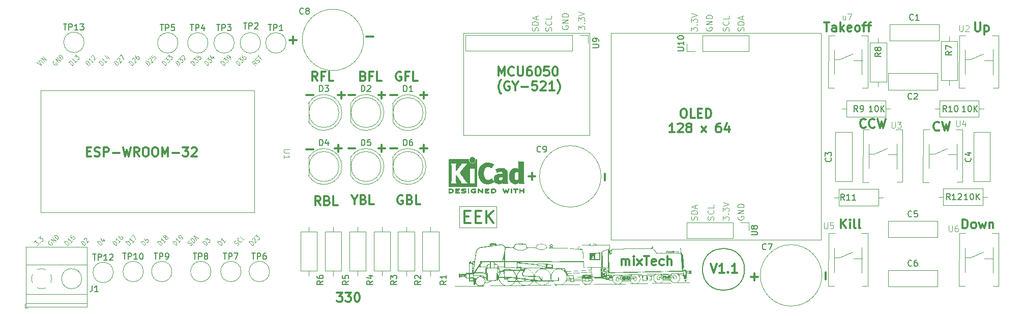
<source format=gbr>
%TF.GenerationSoftware,KiCad,Pcbnew,8.0.1*%
%TF.CreationDate,2024-04-15T12:37:48+02:00*%
%TF.ProjectId,EEK,45454b2e-6b69-4636-9164-5f7063625858,V1.1*%
%TF.SameCoordinates,Original*%
%TF.FileFunction,Legend,Top*%
%TF.FilePolarity,Positive*%
%FSLAX46Y46*%
G04 Gerber Fmt 4.6, Leading zero omitted, Abs format (unit mm)*
G04 Created by KiCad (PCBNEW 8.0.1) date 2024-04-15 12:37:48*
%MOMM*%
%LPD*%
G01*
G04 APERTURE LIST*
%ADD10C,0.100000*%
%ADD11C,0.200000*%
%ADD12C,0.300000*%
%ADD13C,0.150000*%
%ADD14C,0.120000*%
%ADD15C,0.000000*%
%ADD16C,0.010000*%
G04 APERTURE END LIST*
D10*
X122250000Y-110750000D02*
X122250000Y-110500000D01*
X141250000Y-81604100D02*
X176250000Y-81604100D01*
X176250000Y-116104100D01*
X141250000Y-116104100D01*
X141250000Y-81604100D01*
X116000000Y-113750000D02*
X116000000Y-114000000D01*
X116750000Y-81604100D02*
X137750000Y-81604100D01*
X137750000Y-98604100D01*
X116750000Y-98604100D01*
X116750000Y-81604100D01*
D11*
X163500000Y-121000000D02*
G75*
G02*
X156500000Y-121000000I-3500000J0D01*
G01*
X156500000Y-121000000D02*
G75*
G02*
X163500000Y-121000000I3500000J0D01*
G01*
D10*
X116000000Y-110500000D02*
X122250000Y-110500000D01*
X122250000Y-110750000D02*
X122250000Y-114000000D01*
X122250000Y-114000000D02*
X116000000Y-114000000D01*
X116000000Y-113750000D02*
X116000000Y-110500000D01*
X131324800Y-81243734D02*
X131372419Y-81100877D01*
X131372419Y-81100877D02*
X131372419Y-80862782D01*
X131372419Y-80862782D02*
X131324800Y-80767544D01*
X131324800Y-80767544D02*
X131277180Y-80719925D01*
X131277180Y-80719925D02*
X131181942Y-80672306D01*
X131181942Y-80672306D02*
X131086704Y-80672306D01*
X131086704Y-80672306D02*
X130991466Y-80719925D01*
X130991466Y-80719925D02*
X130943847Y-80767544D01*
X130943847Y-80767544D02*
X130896228Y-80862782D01*
X130896228Y-80862782D02*
X130848609Y-81053258D01*
X130848609Y-81053258D02*
X130800990Y-81148496D01*
X130800990Y-81148496D02*
X130753371Y-81196115D01*
X130753371Y-81196115D02*
X130658133Y-81243734D01*
X130658133Y-81243734D02*
X130562895Y-81243734D01*
X130562895Y-81243734D02*
X130467657Y-81196115D01*
X130467657Y-81196115D02*
X130420038Y-81148496D01*
X130420038Y-81148496D02*
X130372419Y-81053258D01*
X130372419Y-81053258D02*
X130372419Y-80815163D01*
X130372419Y-80815163D02*
X130420038Y-80672306D01*
X131277180Y-79672306D02*
X131324800Y-79719925D01*
X131324800Y-79719925D02*
X131372419Y-79862782D01*
X131372419Y-79862782D02*
X131372419Y-79958020D01*
X131372419Y-79958020D02*
X131324800Y-80100877D01*
X131324800Y-80100877D02*
X131229561Y-80196115D01*
X131229561Y-80196115D02*
X131134323Y-80243734D01*
X131134323Y-80243734D02*
X130943847Y-80291353D01*
X130943847Y-80291353D02*
X130800990Y-80291353D01*
X130800990Y-80291353D02*
X130610514Y-80243734D01*
X130610514Y-80243734D02*
X130515276Y-80196115D01*
X130515276Y-80196115D02*
X130420038Y-80100877D01*
X130420038Y-80100877D02*
X130372419Y-79958020D01*
X130372419Y-79958020D02*
X130372419Y-79862782D01*
X130372419Y-79862782D02*
X130420038Y-79719925D01*
X130420038Y-79719925D02*
X130467657Y-79672306D01*
X131372419Y-78767544D02*
X131372419Y-79243734D01*
X131372419Y-79243734D02*
X130372419Y-79243734D01*
X67091464Y-87012722D02*
X66525779Y-86447037D01*
X66525779Y-86447037D02*
X66643630Y-86329186D01*
X66643630Y-86329186D02*
X66741278Y-86285413D01*
X66741278Y-86285413D02*
X66842293Y-86292147D01*
X66842293Y-86292147D02*
X66919738Y-86322452D01*
X66919738Y-86322452D02*
X67051058Y-86406631D01*
X67051058Y-86406631D02*
X67131871Y-86487443D01*
X67131871Y-86487443D02*
X67216050Y-86618763D01*
X67216050Y-86618763D02*
X67246354Y-86696208D01*
X67246354Y-86696208D02*
X67253089Y-86797223D01*
X67253089Y-86797223D02*
X67209316Y-86894871D01*
X67209316Y-86894871D02*
X67091464Y-87012722D01*
X66973613Y-85999203D02*
X67280026Y-85692790D01*
X67280026Y-85692790D02*
X67330534Y-86073281D01*
X67330534Y-86073281D02*
X67401245Y-86002570D01*
X67401245Y-86002570D02*
X67475322Y-85982367D01*
X67475322Y-85982367D02*
X67525830Y-85985734D01*
X67525830Y-85985734D02*
X67603275Y-86016039D01*
X67603275Y-86016039D02*
X67737962Y-86150726D01*
X67737962Y-86150726D02*
X67768267Y-86228171D01*
X67768267Y-86228171D02*
X67771634Y-86278678D01*
X67771634Y-86278678D02*
X67751431Y-86352756D01*
X67751431Y-86352756D02*
X67610009Y-86494177D01*
X67610009Y-86494177D02*
X67535932Y-86514381D01*
X67535932Y-86514381D02*
X67485424Y-86511013D01*
X67445018Y-85527798D02*
X67751431Y-85221385D01*
X67751431Y-85221385D02*
X67801939Y-85601876D01*
X67801939Y-85601876D02*
X67872649Y-85531165D01*
X67872649Y-85531165D02*
X67946727Y-85510962D01*
X67946727Y-85510962D02*
X67997235Y-85514329D01*
X67997235Y-85514329D02*
X68074680Y-85544634D01*
X68074680Y-85544634D02*
X68209367Y-85679321D01*
X68209367Y-85679321D02*
X68239671Y-85756766D01*
X68239671Y-85756766D02*
X68243039Y-85807274D01*
X68243039Y-85807274D02*
X68222835Y-85881351D01*
X68222835Y-85881351D02*
X68081414Y-86022773D01*
X68081414Y-86022773D02*
X68007336Y-86042976D01*
X68007336Y-86042976D02*
X67956829Y-86039609D01*
D12*
X97554510Y-100833500D02*
X98697368Y-100833500D01*
X100054510Y-88765114D02*
X100268796Y-88836542D01*
X100268796Y-88836542D02*
X100340225Y-88907971D01*
X100340225Y-88907971D02*
X100411653Y-89050828D01*
X100411653Y-89050828D02*
X100411653Y-89265114D01*
X100411653Y-89265114D02*
X100340225Y-89407971D01*
X100340225Y-89407971D02*
X100268796Y-89479400D01*
X100268796Y-89479400D02*
X100125939Y-89550828D01*
X100125939Y-89550828D02*
X99554510Y-89550828D01*
X99554510Y-89550828D02*
X99554510Y-88050828D01*
X99554510Y-88050828D02*
X100054510Y-88050828D01*
X100054510Y-88050828D02*
X100197368Y-88122257D01*
X100197368Y-88122257D02*
X100268796Y-88193685D01*
X100268796Y-88193685D02*
X100340225Y-88336542D01*
X100340225Y-88336542D02*
X100340225Y-88479400D01*
X100340225Y-88479400D02*
X100268796Y-88622257D01*
X100268796Y-88622257D02*
X100197368Y-88693685D01*
X100197368Y-88693685D02*
X100054510Y-88765114D01*
X100054510Y-88765114D02*
X99554510Y-88765114D01*
X101554510Y-88765114D02*
X101054510Y-88765114D01*
X101054510Y-89550828D02*
X101054510Y-88050828D01*
X101054510Y-88050828D02*
X101768796Y-88050828D01*
X103054510Y-89550828D02*
X102340224Y-89550828D01*
X102340224Y-89550828D02*
X102340224Y-88050828D01*
X199804510Y-114154928D02*
X199804510Y-112654928D01*
X199804510Y-112654928D02*
X200161653Y-112654928D01*
X200161653Y-112654928D02*
X200375939Y-112726357D01*
X200375939Y-112726357D02*
X200518796Y-112869214D01*
X200518796Y-112869214D02*
X200590225Y-113012071D01*
X200590225Y-113012071D02*
X200661653Y-113297785D01*
X200661653Y-113297785D02*
X200661653Y-113512071D01*
X200661653Y-113512071D02*
X200590225Y-113797785D01*
X200590225Y-113797785D02*
X200518796Y-113940642D01*
X200518796Y-113940642D02*
X200375939Y-114083500D01*
X200375939Y-114083500D02*
X200161653Y-114154928D01*
X200161653Y-114154928D02*
X199804510Y-114154928D01*
X201518796Y-114154928D02*
X201375939Y-114083500D01*
X201375939Y-114083500D02*
X201304510Y-114012071D01*
X201304510Y-114012071D02*
X201233082Y-113869214D01*
X201233082Y-113869214D02*
X201233082Y-113440642D01*
X201233082Y-113440642D02*
X201304510Y-113297785D01*
X201304510Y-113297785D02*
X201375939Y-113226357D01*
X201375939Y-113226357D02*
X201518796Y-113154928D01*
X201518796Y-113154928D02*
X201733082Y-113154928D01*
X201733082Y-113154928D02*
X201875939Y-113226357D01*
X201875939Y-113226357D02*
X201947368Y-113297785D01*
X201947368Y-113297785D02*
X202018796Y-113440642D01*
X202018796Y-113440642D02*
X202018796Y-113869214D01*
X202018796Y-113869214D02*
X201947368Y-114012071D01*
X201947368Y-114012071D02*
X201875939Y-114083500D01*
X201875939Y-114083500D02*
X201733082Y-114154928D01*
X201733082Y-114154928D02*
X201518796Y-114154928D01*
X202518796Y-113154928D02*
X202804511Y-114154928D01*
X202804511Y-114154928D02*
X203090225Y-113440642D01*
X203090225Y-113440642D02*
X203375939Y-114154928D01*
X203375939Y-114154928D02*
X203661653Y-113154928D01*
X204233082Y-113154928D02*
X204233082Y-114154928D01*
X204233082Y-113297785D02*
X204304511Y-113226357D01*
X204304511Y-113226357D02*
X204447368Y-113154928D01*
X204447368Y-113154928D02*
X204661654Y-113154928D01*
X204661654Y-113154928D02*
X204804511Y-113226357D01*
X204804511Y-113226357D02*
X204875940Y-113369214D01*
X204875940Y-113369214D02*
X204875940Y-114154928D01*
X143054510Y-120300828D02*
X143054510Y-119300828D01*
X143054510Y-119443685D02*
X143125939Y-119372257D01*
X143125939Y-119372257D02*
X143268796Y-119300828D01*
X143268796Y-119300828D02*
X143483082Y-119300828D01*
X143483082Y-119300828D02*
X143625939Y-119372257D01*
X143625939Y-119372257D02*
X143697368Y-119515114D01*
X143697368Y-119515114D02*
X143697368Y-120300828D01*
X143697368Y-119515114D02*
X143768796Y-119372257D01*
X143768796Y-119372257D02*
X143911653Y-119300828D01*
X143911653Y-119300828D02*
X144125939Y-119300828D01*
X144125939Y-119300828D02*
X144268796Y-119372257D01*
X144268796Y-119372257D02*
X144340225Y-119515114D01*
X144340225Y-119515114D02*
X144340225Y-120300828D01*
X145054510Y-120300828D02*
X145054510Y-119300828D01*
X145054510Y-118800828D02*
X144983082Y-118872257D01*
X144983082Y-118872257D02*
X145054510Y-118943685D01*
X145054510Y-118943685D02*
X145125939Y-118872257D01*
X145125939Y-118872257D02*
X145054510Y-118800828D01*
X145054510Y-118800828D02*
X145054510Y-118943685D01*
X145625939Y-120300828D02*
X146411654Y-119300828D01*
X145625939Y-119300828D02*
X146411654Y-120300828D01*
X146768797Y-118800828D02*
X147625940Y-118800828D01*
X147197368Y-120300828D02*
X147197368Y-118800828D01*
X148697368Y-120229400D02*
X148554511Y-120300828D01*
X148554511Y-120300828D02*
X148268797Y-120300828D01*
X148268797Y-120300828D02*
X148125939Y-120229400D01*
X148125939Y-120229400D02*
X148054511Y-120086542D01*
X148054511Y-120086542D02*
X148054511Y-119515114D01*
X148054511Y-119515114D02*
X148125939Y-119372257D01*
X148125939Y-119372257D02*
X148268797Y-119300828D01*
X148268797Y-119300828D02*
X148554511Y-119300828D01*
X148554511Y-119300828D02*
X148697368Y-119372257D01*
X148697368Y-119372257D02*
X148768797Y-119515114D01*
X148768797Y-119515114D02*
X148768797Y-119657971D01*
X148768797Y-119657971D02*
X148054511Y-119800828D01*
X150054511Y-120229400D02*
X149911653Y-120300828D01*
X149911653Y-120300828D02*
X149625939Y-120300828D01*
X149625939Y-120300828D02*
X149483082Y-120229400D01*
X149483082Y-120229400D02*
X149411653Y-120157971D01*
X149411653Y-120157971D02*
X149340225Y-120015114D01*
X149340225Y-120015114D02*
X149340225Y-119586542D01*
X149340225Y-119586542D02*
X149411653Y-119443685D01*
X149411653Y-119443685D02*
X149483082Y-119372257D01*
X149483082Y-119372257D02*
X149625939Y-119300828D01*
X149625939Y-119300828D02*
X149911653Y-119300828D01*
X149911653Y-119300828D02*
X150054511Y-119372257D01*
X150697367Y-120300828D02*
X150697367Y-118800828D01*
X151340225Y-120300828D02*
X151340225Y-119515114D01*
X151340225Y-119515114D02*
X151268796Y-119372257D01*
X151268796Y-119372257D02*
X151125939Y-119300828D01*
X151125939Y-119300828D02*
X150911653Y-119300828D01*
X150911653Y-119300828D02*
X150768796Y-119372257D01*
X150768796Y-119372257D02*
X150697367Y-119443685D01*
X183661653Y-97257971D02*
X183590225Y-97329400D01*
X183590225Y-97329400D02*
X183375939Y-97400828D01*
X183375939Y-97400828D02*
X183233082Y-97400828D01*
X183233082Y-97400828D02*
X183018796Y-97329400D01*
X183018796Y-97329400D02*
X182875939Y-97186542D01*
X182875939Y-97186542D02*
X182804510Y-97043685D01*
X182804510Y-97043685D02*
X182733082Y-96757971D01*
X182733082Y-96757971D02*
X182733082Y-96543685D01*
X182733082Y-96543685D02*
X182804510Y-96257971D01*
X182804510Y-96257971D02*
X182875939Y-96115114D01*
X182875939Y-96115114D02*
X183018796Y-95972257D01*
X183018796Y-95972257D02*
X183233082Y-95900828D01*
X183233082Y-95900828D02*
X183375939Y-95900828D01*
X183375939Y-95900828D02*
X183590225Y-95972257D01*
X183590225Y-95972257D02*
X183661653Y-96043685D01*
X185161653Y-97257971D02*
X185090225Y-97329400D01*
X185090225Y-97329400D02*
X184875939Y-97400828D01*
X184875939Y-97400828D02*
X184733082Y-97400828D01*
X184733082Y-97400828D02*
X184518796Y-97329400D01*
X184518796Y-97329400D02*
X184375939Y-97186542D01*
X184375939Y-97186542D02*
X184304510Y-97043685D01*
X184304510Y-97043685D02*
X184233082Y-96757971D01*
X184233082Y-96757971D02*
X184233082Y-96543685D01*
X184233082Y-96543685D02*
X184304510Y-96257971D01*
X184304510Y-96257971D02*
X184375939Y-96115114D01*
X184375939Y-96115114D02*
X184518796Y-95972257D01*
X184518796Y-95972257D02*
X184733082Y-95900828D01*
X184733082Y-95900828D02*
X184875939Y-95900828D01*
X184875939Y-95900828D02*
X185090225Y-95972257D01*
X185090225Y-95972257D02*
X185161653Y-96043685D01*
X185661653Y-95900828D02*
X186018796Y-97400828D01*
X186018796Y-97400828D02*
X186304510Y-96329400D01*
X186304510Y-96329400D02*
X186590225Y-97400828D01*
X186590225Y-97400828D02*
X186947368Y-95900828D01*
D10*
X71290957Y-117009355D02*
X71388605Y-116965582D01*
X71388605Y-116965582D02*
X71506456Y-116847731D01*
X71506456Y-116847731D02*
X71526659Y-116773653D01*
X71526659Y-116773653D02*
X71523292Y-116723145D01*
X71523292Y-116723145D02*
X71492987Y-116645700D01*
X71492987Y-116645700D02*
X71439112Y-116591826D01*
X71439112Y-116591826D02*
X71361667Y-116561521D01*
X71361667Y-116561521D02*
X71311160Y-116558154D01*
X71311160Y-116558154D02*
X71237082Y-116578357D01*
X71237082Y-116578357D02*
X71115864Y-116645700D01*
X71115864Y-116645700D02*
X71041786Y-116665903D01*
X71041786Y-116665903D02*
X70991278Y-116662536D01*
X70991278Y-116662536D02*
X70913833Y-116632232D01*
X70913833Y-116632232D02*
X70859958Y-116578357D01*
X70859958Y-116578357D02*
X70829654Y-116500912D01*
X70829654Y-116500912D02*
X70826287Y-116450404D01*
X70826287Y-116450404D02*
X70846490Y-116376326D01*
X70846490Y-116376326D02*
X70964341Y-116258475D01*
X70964341Y-116258475D02*
X71061989Y-116214702D01*
X71812869Y-116541318D02*
X71247184Y-115975632D01*
X71247184Y-115975632D02*
X71365035Y-115857781D01*
X71365035Y-115857781D02*
X71462683Y-115814008D01*
X71462683Y-115814008D02*
X71563698Y-115820742D01*
X71563698Y-115820742D02*
X71641143Y-115851047D01*
X71641143Y-115851047D02*
X71772463Y-115935226D01*
X71772463Y-115935226D02*
X71853275Y-116016038D01*
X71853275Y-116016038D02*
X71937455Y-116147358D01*
X71937455Y-116147358D02*
X71967759Y-116224803D01*
X71967759Y-116224803D02*
X71974494Y-116325818D01*
X71974494Y-116325818D02*
X71930720Y-116423467D01*
X71930720Y-116423467D02*
X71812869Y-116541318D01*
X72122649Y-115908289D02*
X72358352Y-115672587D01*
X72237133Y-116117054D02*
X71836439Y-115386377D01*
X71836439Y-115386377D02*
X72567116Y-115787070D01*
X74091464Y-87012722D02*
X73525779Y-86447037D01*
X73525779Y-86447037D02*
X73643630Y-86329186D01*
X73643630Y-86329186D02*
X73741278Y-86285413D01*
X73741278Y-86285413D02*
X73842293Y-86292147D01*
X73842293Y-86292147D02*
X73919738Y-86322452D01*
X73919738Y-86322452D02*
X74051058Y-86406631D01*
X74051058Y-86406631D02*
X74131871Y-86487443D01*
X74131871Y-86487443D02*
X74216050Y-86618763D01*
X74216050Y-86618763D02*
X74246354Y-86696208D01*
X74246354Y-86696208D02*
X74253089Y-86797223D01*
X74253089Y-86797223D02*
X74209316Y-86894871D01*
X74209316Y-86894871D02*
X74091464Y-87012722D01*
X73973613Y-85999203D02*
X74280026Y-85692790D01*
X74280026Y-85692790D02*
X74330534Y-86073281D01*
X74330534Y-86073281D02*
X74401245Y-86002570D01*
X74401245Y-86002570D02*
X74475322Y-85982367D01*
X74475322Y-85982367D02*
X74525830Y-85985734D01*
X74525830Y-85985734D02*
X74603275Y-86016039D01*
X74603275Y-86016039D02*
X74737962Y-86150726D01*
X74737962Y-86150726D02*
X74768267Y-86228171D01*
X74768267Y-86228171D02*
X74771634Y-86278678D01*
X74771634Y-86278678D02*
X74751431Y-86352756D01*
X74751431Y-86352756D02*
X74610009Y-86494177D01*
X74610009Y-86494177D02*
X74535932Y-86514381D01*
X74535932Y-86514381D02*
X74485424Y-86511013D01*
X74892852Y-85457087D02*
X75269976Y-85834211D01*
X74559502Y-85359439D02*
X74845712Y-85881351D01*
X74845712Y-85881351D02*
X75152125Y-85574938D01*
D12*
X106590225Y-108726357D02*
X106447368Y-108654928D01*
X106447368Y-108654928D02*
X106233082Y-108654928D01*
X106233082Y-108654928D02*
X106018796Y-108726357D01*
X106018796Y-108726357D02*
X105875939Y-108869214D01*
X105875939Y-108869214D02*
X105804510Y-109012071D01*
X105804510Y-109012071D02*
X105733082Y-109297785D01*
X105733082Y-109297785D02*
X105733082Y-109512071D01*
X105733082Y-109512071D02*
X105804510Y-109797785D01*
X105804510Y-109797785D02*
X105875939Y-109940642D01*
X105875939Y-109940642D02*
X106018796Y-110083500D01*
X106018796Y-110083500D02*
X106233082Y-110154928D01*
X106233082Y-110154928D02*
X106375939Y-110154928D01*
X106375939Y-110154928D02*
X106590225Y-110083500D01*
X106590225Y-110083500D02*
X106661653Y-110012071D01*
X106661653Y-110012071D02*
X106661653Y-109512071D01*
X106661653Y-109512071D02*
X106375939Y-109512071D01*
X107804510Y-109369214D02*
X108018796Y-109440642D01*
X108018796Y-109440642D02*
X108090225Y-109512071D01*
X108090225Y-109512071D02*
X108161653Y-109654928D01*
X108161653Y-109654928D02*
X108161653Y-109869214D01*
X108161653Y-109869214D02*
X108090225Y-110012071D01*
X108090225Y-110012071D02*
X108018796Y-110083500D01*
X108018796Y-110083500D02*
X107875939Y-110154928D01*
X107875939Y-110154928D02*
X107304510Y-110154928D01*
X107304510Y-110154928D02*
X107304510Y-108654928D01*
X107304510Y-108654928D02*
X107804510Y-108654928D01*
X107804510Y-108654928D02*
X107947368Y-108726357D01*
X107947368Y-108726357D02*
X108018796Y-108797785D01*
X108018796Y-108797785D02*
X108090225Y-108940642D01*
X108090225Y-108940642D02*
X108090225Y-109083500D01*
X108090225Y-109083500D02*
X108018796Y-109226357D01*
X108018796Y-109226357D02*
X107947368Y-109297785D01*
X107947368Y-109297785D02*
X107804510Y-109369214D01*
X107804510Y-109369214D02*
X107304510Y-109369214D01*
X109518796Y-110154928D02*
X108804510Y-110154928D01*
X108804510Y-110154928D02*
X108804510Y-108654928D01*
D10*
X76841464Y-87012722D02*
X76275779Y-86447037D01*
X76275779Y-86447037D02*
X76393630Y-86329186D01*
X76393630Y-86329186D02*
X76491278Y-86285413D01*
X76491278Y-86285413D02*
X76592293Y-86292147D01*
X76592293Y-86292147D02*
X76669738Y-86322452D01*
X76669738Y-86322452D02*
X76801058Y-86406631D01*
X76801058Y-86406631D02*
X76881871Y-86487443D01*
X76881871Y-86487443D02*
X76966050Y-86618763D01*
X76966050Y-86618763D02*
X76996354Y-86696208D01*
X76996354Y-86696208D02*
X77003089Y-86797223D01*
X77003089Y-86797223D02*
X76959316Y-86894871D01*
X76959316Y-86894871D02*
X76841464Y-87012722D01*
X76723613Y-85999203D02*
X77030026Y-85692790D01*
X77030026Y-85692790D02*
X77080534Y-86073281D01*
X77080534Y-86073281D02*
X77151245Y-86002570D01*
X77151245Y-86002570D02*
X77225322Y-85982367D01*
X77225322Y-85982367D02*
X77275830Y-85985734D01*
X77275830Y-85985734D02*
X77353275Y-86016039D01*
X77353275Y-86016039D02*
X77487962Y-86150726D01*
X77487962Y-86150726D02*
X77518267Y-86228171D01*
X77518267Y-86228171D02*
X77521634Y-86278678D01*
X77521634Y-86278678D02*
X77501431Y-86352756D01*
X77501431Y-86352756D02*
X77360009Y-86494177D01*
X77360009Y-86494177D02*
X77285932Y-86514381D01*
X77285932Y-86514381D02*
X77235424Y-86511013D01*
X77831414Y-86022773D02*
X77925695Y-85928492D01*
X77925695Y-85928492D02*
X77945898Y-85854414D01*
X77945898Y-85854414D02*
X77942531Y-85803906D01*
X77942531Y-85803906D02*
X77908859Y-85675954D01*
X77908859Y-85675954D02*
X77824680Y-85544634D01*
X77824680Y-85544634D02*
X77609181Y-85329135D01*
X77609181Y-85329135D02*
X77531736Y-85298830D01*
X77531736Y-85298830D02*
X77481228Y-85295463D01*
X77481228Y-85295463D02*
X77407150Y-85315666D01*
X77407150Y-85315666D02*
X77312869Y-85409947D01*
X77312869Y-85409947D02*
X77292666Y-85484025D01*
X77292666Y-85484025D02*
X77296033Y-85534532D01*
X77296033Y-85534532D02*
X77326338Y-85611977D01*
X77326338Y-85611977D02*
X77461025Y-85746664D01*
X77461025Y-85746664D02*
X77538470Y-85776969D01*
X77538470Y-85776969D02*
X77588978Y-85780336D01*
X77588978Y-85780336D02*
X77663055Y-85760133D01*
X77663055Y-85760133D02*
X77757336Y-85665852D01*
X77757336Y-85665852D02*
X77777539Y-85591774D01*
X77777539Y-85591774D02*
X77774172Y-85541267D01*
X77774172Y-85541267D02*
X77743868Y-85463822D01*
D12*
X109554510Y-100833500D02*
X110697368Y-100833500D01*
X110125939Y-101404928D02*
X110125939Y-100262071D01*
D10*
X66341464Y-117012722D02*
X65775779Y-116447037D01*
X65775779Y-116447037D02*
X65893630Y-116329186D01*
X65893630Y-116329186D02*
X65991278Y-116285413D01*
X65991278Y-116285413D02*
X66092293Y-116292147D01*
X66092293Y-116292147D02*
X66169738Y-116322452D01*
X66169738Y-116322452D02*
X66301058Y-116406631D01*
X66301058Y-116406631D02*
X66381871Y-116487443D01*
X66381871Y-116487443D02*
X66466050Y-116618763D01*
X66466050Y-116618763D02*
X66496354Y-116696208D01*
X66496354Y-116696208D02*
X66503089Y-116797223D01*
X66503089Y-116797223D02*
X66459316Y-116894871D01*
X66459316Y-116894871D02*
X66341464Y-117012722D01*
X67095712Y-116258475D02*
X66812869Y-116541318D01*
X66954290Y-116399897D02*
X66388605Y-115834211D01*
X66388605Y-115834211D02*
X66422277Y-115962164D01*
X66422277Y-115962164D02*
X66429011Y-116063179D01*
X66429011Y-116063179D02*
X66408808Y-116137257D01*
X67055306Y-115652383D02*
X66981228Y-115672587D01*
X66981228Y-115672587D02*
X66930720Y-115669219D01*
X66930720Y-115669219D02*
X66853275Y-115638915D01*
X66853275Y-115638915D02*
X66826338Y-115611977D01*
X66826338Y-115611977D02*
X66796033Y-115534532D01*
X66796033Y-115534532D02*
X66792666Y-115484025D01*
X66792666Y-115484025D02*
X66812869Y-115409947D01*
X66812869Y-115409947D02*
X66907150Y-115315666D01*
X66907150Y-115315666D02*
X66981228Y-115295463D01*
X66981228Y-115295463D02*
X67031736Y-115298830D01*
X67031736Y-115298830D02*
X67109181Y-115329135D01*
X67109181Y-115329135D02*
X67136118Y-115356072D01*
X67136118Y-115356072D02*
X67166423Y-115433517D01*
X67166423Y-115433517D02*
X67169790Y-115484025D01*
X67169790Y-115484025D02*
X67149587Y-115558103D01*
X67149587Y-115558103D02*
X67055306Y-115652383D01*
X67055306Y-115652383D02*
X67035103Y-115726461D01*
X67035103Y-115726461D02*
X67038470Y-115776969D01*
X67038470Y-115776969D02*
X67068774Y-115854414D01*
X67068774Y-115854414D02*
X67176524Y-115962164D01*
X67176524Y-115962164D02*
X67253969Y-115992468D01*
X67253969Y-115992468D02*
X67304477Y-115995835D01*
X67304477Y-115995835D02*
X67378555Y-115975632D01*
X67378555Y-115975632D02*
X67472835Y-115881351D01*
X67472835Y-115881351D02*
X67493039Y-115807274D01*
X67493039Y-115807274D02*
X67489671Y-115756766D01*
X67489671Y-115756766D02*
X67459367Y-115679321D01*
X67459367Y-115679321D02*
X67351617Y-115571571D01*
X67351617Y-115571571D02*
X67274172Y-115541267D01*
X67274172Y-115541267D02*
X67223665Y-115537899D01*
X67223665Y-115537899D02*
X67149587Y-115558103D01*
D12*
X102554510Y-91979400D02*
X103697368Y-91979400D01*
X103125939Y-92550828D02*
X103125939Y-91407971D01*
D10*
X162420038Y-112172306D02*
X162372419Y-112267544D01*
X162372419Y-112267544D02*
X162372419Y-112410401D01*
X162372419Y-112410401D02*
X162420038Y-112553258D01*
X162420038Y-112553258D02*
X162515276Y-112648496D01*
X162515276Y-112648496D02*
X162610514Y-112696115D01*
X162610514Y-112696115D02*
X162800990Y-112743734D01*
X162800990Y-112743734D02*
X162943847Y-112743734D01*
X162943847Y-112743734D02*
X163134323Y-112696115D01*
X163134323Y-112696115D02*
X163229561Y-112648496D01*
X163229561Y-112648496D02*
X163324800Y-112553258D01*
X163324800Y-112553258D02*
X163372419Y-112410401D01*
X163372419Y-112410401D02*
X163372419Y-112315163D01*
X163372419Y-112315163D02*
X163324800Y-112172306D01*
X163324800Y-112172306D02*
X163277180Y-112124687D01*
X163277180Y-112124687D02*
X162943847Y-112124687D01*
X162943847Y-112124687D02*
X162943847Y-112315163D01*
X163372419Y-111696115D02*
X162372419Y-111696115D01*
X162372419Y-111696115D02*
X163372419Y-111124687D01*
X163372419Y-111124687D02*
X162372419Y-111124687D01*
X163372419Y-110648496D02*
X162372419Y-110648496D01*
X162372419Y-110648496D02*
X162372419Y-110410401D01*
X162372419Y-110410401D02*
X162420038Y-110267544D01*
X162420038Y-110267544D02*
X162515276Y-110172306D01*
X162515276Y-110172306D02*
X162610514Y-110124687D01*
X162610514Y-110124687D02*
X162800990Y-110077068D01*
X162800990Y-110077068D02*
X162943847Y-110077068D01*
X162943847Y-110077068D02*
X163134323Y-110124687D01*
X163134323Y-110124687D02*
X163229561Y-110172306D01*
X163229561Y-110172306D02*
X163324800Y-110267544D01*
X163324800Y-110267544D02*
X163372419Y-110410401D01*
X163372419Y-110410401D02*
X163372419Y-110648496D01*
X64341464Y-87012722D02*
X63775779Y-86447037D01*
X63775779Y-86447037D02*
X63893630Y-86329186D01*
X63893630Y-86329186D02*
X63991278Y-86285413D01*
X63991278Y-86285413D02*
X64092293Y-86292147D01*
X64092293Y-86292147D02*
X64169738Y-86322452D01*
X64169738Y-86322452D02*
X64301058Y-86406631D01*
X64301058Y-86406631D02*
X64381871Y-86487443D01*
X64381871Y-86487443D02*
X64466050Y-86618763D01*
X64466050Y-86618763D02*
X64496354Y-86696208D01*
X64496354Y-86696208D02*
X64503089Y-86797223D01*
X64503089Y-86797223D02*
X64459316Y-86894871D01*
X64459316Y-86894871D02*
X64341464Y-87012722D01*
X64301058Y-86029507D02*
X64297691Y-85979000D01*
X64297691Y-85979000D02*
X64317894Y-85904922D01*
X64317894Y-85904922D02*
X64435745Y-85787071D01*
X64435745Y-85787071D02*
X64509823Y-85766868D01*
X64509823Y-85766868D02*
X64560331Y-85770235D01*
X64560331Y-85770235D02*
X64637776Y-85800539D01*
X64637776Y-85800539D02*
X64691651Y-85854414D01*
X64691651Y-85854414D02*
X64748893Y-85958797D01*
X64748893Y-85958797D02*
X64789299Y-86564888D01*
X64789299Y-86564888D02*
X65095712Y-86258475D01*
X64977861Y-85244955D02*
X64742158Y-85480658D01*
X64742158Y-85480658D02*
X64987962Y-85773602D01*
X64987962Y-85773602D02*
X64984595Y-85723094D01*
X64984595Y-85723094D02*
X65004798Y-85649016D01*
X65004798Y-85649016D02*
X65122649Y-85531165D01*
X65122649Y-85531165D02*
X65196727Y-85510962D01*
X65196727Y-85510962D02*
X65247235Y-85514329D01*
X65247235Y-85514329D02*
X65324680Y-85544634D01*
X65324680Y-85544634D02*
X65459367Y-85679321D01*
X65459367Y-85679321D02*
X65489671Y-85756766D01*
X65489671Y-85756766D02*
X65493039Y-85807274D01*
X65493039Y-85807274D02*
X65472835Y-85881351D01*
X65472835Y-85881351D02*
X65354984Y-85999202D01*
X65354984Y-85999202D02*
X65280907Y-86019406D01*
X65280907Y-86019406D02*
X65230399Y-86016038D01*
X54341464Y-87012722D02*
X53775779Y-86447037D01*
X53775779Y-86447037D02*
X53893630Y-86329186D01*
X53893630Y-86329186D02*
X53991278Y-86285413D01*
X53991278Y-86285413D02*
X54092293Y-86292147D01*
X54092293Y-86292147D02*
X54169738Y-86322452D01*
X54169738Y-86322452D02*
X54301058Y-86406631D01*
X54301058Y-86406631D02*
X54381871Y-86487443D01*
X54381871Y-86487443D02*
X54466050Y-86618763D01*
X54466050Y-86618763D02*
X54496354Y-86696208D01*
X54496354Y-86696208D02*
X54503089Y-86797223D01*
X54503089Y-86797223D02*
X54459316Y-86894871D01*
X54459316Y-86894871D02*
X54341464Y-87012722D01*
X55095712Y-86258475D02*
X54812869Y-86541318D01*
X54954290Y-86399897D02*
X54388605Y-85834211D01*
X54388605Y-85834211D02*
X54422277Y-85962164D01*
X54422277Y-85962164D02*
X54429011Y-86063179D01*
X54429011Y-86063179D02*
X54408808Y-86137257D01*
X54772463Y-85558103D02*
X54769096Y-85507595D01*
X54769096Y-85507595D02*
X54789299Y-85433517D01*
X54789299Y-85433517D02*
X54907150Y-85315666D01*
X54907150Y-85315666D02*
X54981228Y-85295463D01*
X54981228Y-85295463D02*
X55031736Y-85298830D01*
X55031736Y-85298830D02*
X55109181Y-85329135D01*
X55109181Y-85329135D02*
X55163055Y-85383009D01*
X55163055Y-85383009D02*
X55220297Y-85487392D01*
X55220297Y-85487392D02*
X55260703Y-86093483D01*
X55260703Y-86093483D02*
X55567116Y-85787070D01*
X51591464Y-87012722D02*
X51025779Y-86447037D01*
X51025779Y-86447037D02*
X51143630Y-86329186D01*
X51143630Y-86329186D02*
X51241278Y-86285413D01*
X51241278Y-86285413D02*
X51342293Y-86292147D01*
X51342293Y-86292147D02*
X51419738Y-86322452D01*
X51419738Y-86322452D02*
X51551058Y-86406631D01*
X51551058Y-86406631D02*
X51631871Y-86487443D01*
X51631871Y-86487443D02*
X51716050Y-86618763D01*
X51716050Y-86618763D02*
X51746354Y-86696208D01*
X51746354Y-86696208D02*
X51753089Y-86797223D01*
X51753089Y-86797223D02*
X51709316Y-86894871D01*
X51709316Y-86894871D02*
X51591464Y-87012722D01*
X52345712Y-86258475D02*
X52062869Y-86541318D01*
X52204290Y-86399897D02*
X51638605Y-85834211D01*
X51638605Y-85834211D02*
X51672277Y-85962164D01*
X51672277Y-85962164D02*
X51679011Y-86063179D01*
X51679011Y-86063179D02*
X51658808Y-86137257D01*
X51945018Y-85527798D02*
X52251431Y-85221385D01*
X52251431Y-85221385D02*
X52301939Y-85601876D01*
X52301939Y-85601876D02*
X52372649Y-85531165D01*
X52372649Y-85531165D02*
X52446727Y-85510962D01*
X52446727Y-85510962D02*
X52497235Y-85514329D01*
X52497235Y-85514329D02*
X52574680Y-85544634D01*
X52574680Y-85544634D02*
X52709367Y-85679321D01*
X52709367Y-85679321D02*
X52739671Y-85756766D01*
X52739671Y-85756766D02*
X52743039Y-85807274D01*
X52743039Y-85807274D02*
X52722835Y-85881351D01*
X52722835Y-85881351D02*
X52581414Y-86022773D01*
X52581414Y-86022773D02*
X52507336Y-86042976D01*
X52507336Y-86042976D02*
X52456829Y-86039609D01*
X158324800Y-112743734D02*
X158372419Y-112600877D01*
X158372419Y-112600877D02*
X158372419Y-112362782D01*
X158372419Y-112362782D02*
X158324800Y-112267544D01*
X158324800Y-112267544D02*
X158277180Y-112219925D01*
X158277180Y-112219925D02*
X158181942Y-112172306D01*
X158181942Y-112172306D02*
X158086704Y-112172306D01*
X158086704Y-112172306D02*
X157991466Y-112219925D01*
X157991466Y-112219925D02*
X157943847Y-112267544D01*
X157943847Y-112267544D02*
X157896228Y-112362782D01*
X157896228Y-112362782D02*
X157848609Y-112553258D01*
X157848609Y-112553258D02*
X157800990Y-112648496D01*
X157800990Y-112648496D02*
X157753371Y-112696115D01*
X157753371Y-112696115D02*
X157658133Y-112743734D01*
X157658133Y-112743734D02*
X157562895Y-112743734D01*
X157562895Y-112743734D02*
X157467657Y-112696115D01*
X157467657Y-112696115D02*
X157420038Y-112648496D01*
X157420038Y-112648496D02*
X157372419Y-112553258D01*
X157372419Y-112553258D02*
X157372419Y-112315163D01*
X157372419Y-112315163D02*
X157420038Y-112172306D01*
X158277180Y-111172306D02*
X158324800Y-111219925D01*
X158324800Y-111219925D02*
X158372419Y-111362782D01*
X158372419Y-111362782D02*
X158372419Y-111458020D01*
X158372419Y-111458020D02*
X158324800Y-111600877D01*
X158324800Y-111600877D02*
X158229561Y-111696115D01*
X158229561Y-111696115D02*
X158134323Y-111743734D01*
X158134323Y-111743734D02*
X157943847Y-111791353D01*
X157943847Y-111791353D02*
X157800990Y-111791353D01*
X157800990Y-111791353D02*
X157610514Y-111743734D01*
X157610514Y-111743734D02*
X157515276Y-111696115D01*
X157515276Y-111696115D02*
X157420038Y-111600877D01*
X157420038Y-111600877D02*
X157372419Y-111458020D01*
X157372419Y-111458020D02*
X157372419Y-111362782D01*
X157372419Y-111362782D02*
X157420038Y-111219925D01*
X157420038Y-111219925D02*
X157467657Y-111172306D01*
X158372419Y-110267544D02*
X158372419Y-110743734D01*
X158372419Y-110743734D02*
X157372419Y-110743734D01*
X63591464Y-117012722D02*
X63025779Y-116447037D01*
X63025779Y-116447037D02*
X63143630Y-116329186D01*
X63143630Y-116329186D02*
X63241278Y-116285413D01*
X63241278Y-116285413D02*
X63342293Y-116292147D01*
X63342293Y-116292147D02*
X63419738Y-116322452D01*
X63419738Y-116322452D02*
X63551058Y-116406631D01*
X63551058Y-116406631D02*
X63631871Y-116487443D01*
X63631871Y-116487443D02*
X63716050Y-116618763D01*
X63716050Y-116618763D02*
X63746354Y-116696208D01*
X63746354Y-116696208D02*
X63753089Y-116797223D01*
X63753089Y-116797223D02*
X63709316Y-116894871D01*
X63709316Y-116894871D02*
X63591464Y-117012722D01*
X63756456Y-115716360D02*
X63520754Y-115952062D01*
X63520754Y-115952062D02*
X63766558Y-116245007D01*
X63766558Y-116245007D02*
X63763190Y-116194499D01*
X63763190Y-116194499D02*
X63783393Y-116120421D01*
X63783393Y-116120421D02*
X63901245Y-116002570D01*
X63901245Y-116002570D02*
X63975322Y-115982367D01*
X63975322Y-115982367D02*
X64025830Y-115985734D01*
X64025830Y-115985734D02*
X64103275Y-116016039D01*
X64103275Y-116016039D02*
X64237962Y-116150726D01*
X64237962Y-116150726D02*
X64268267Y-116228171D01*
X64268267Y-116228171D02*
X64271634Y-116278678D01*
X64271634Y-116278678D02*
X64251431Y-116352756D01*
X64251431Y-116352756D02*
X64133580Y-116470607D01*
X64133580Y-116470607D02*
X64059502Y-116490810D01*
X64059502Y-116490810D02*
X64008994Y-116487443D01*
X47811989Y-116214702D02*
X47737911Y-116234905D01*
X47737911Y-116234905D02*
X47667200Y-116305616D01*
X47667200Y-116305616D02*
X47623427Y-116403264D01*
X47623427Y-116403264D02*
X47630161Y-116504279D01*
X47630161Y-116504279D02*
X47660466Y-116581724D01*
X47660466Y-116581724D02*
X47744645Y-116713044D01*
X47744645Y-116713044D02*
X47825458Y-116793856D01*
X47825458Y-116793856D02*
X47956777Y-116878035D01*
X47956777Y-116878035D02*
X48034222Y-116908340D01*
X48034222Y-116908340D02*
X48135238Y-116915074D01*
X48135238Y-116915074D02*
X48232886Y-116871301D01*
X48232886Y-116871301D02*
X48280026Y-116824161D01*
X48280026Y-116824161D02*
X48323799Y-116726513D01*
X48323799Y-116726513D02*
X48320432Y-116676005D01*
X48320432Y-116676005D02*
X48131871Y-116487443D01*
X48131871Y-116487443D02*
X48037590Y-116581724D01*
X48586439Y-116517748D02*
X48020754Y-115952062D01*
X48020754Y-115952062D02*
X48869282Y-116234905D01*
X48869282Y-116234905D02*
X48303596Y-115669220D01*
X49104984Y-115999203D02*
X48539298Y-115433518D01*
X48539298Y-115433518D02*
X48657150Y-115315666D01*
X48657150Y-115315666D02*
X48754798Y-115271893D01*
X48754798Y-115271893D02*
X48855813Y-115278627D01*
X48855813Y-115278627D02*
X48933258Y-115308932D01*
X48933258Y-115308932D02*
X49064578Y-115393111D01*
X49064578Y-115393111D02*
X49145390Y-115473924D01*
X49145390Y-115473924D02*
X49229569Y-115605243D01*
X49229569Y-115605243D02*
X49259874Y-115682688D01*
X49259874Y-115682688D02*
X49266608Y-115783704D01*
X49266608Y-115783704D02*
X49222835Y-115881352D01*
X49222835Y-115881352D02*
X49104984Y-115999203D01*
X53591464Y-117012722D02*
X53025779Y-116447037D01*
X53025779Y-116447037D02*
X53143630Y-116329186D01*
X53143630Y-116329186D02*
X53241278Y-116285413D01*
X53241278Y-116285413D02*
X53342293Y-116292147D01*
X53342293Y-116292147D02*
X53419738Y-116322452D01*
X53419738Y-116322452D02*
X53551058Y-116406631D01*
X53551058Y-116406631D02*
X53631871Y-116487443D01*
X53631871Y-116487443D02*
X53716050Y-116618763D01*
X53716050Y-116618763D02*
X53746354Y-116696208D01*
X53746354Y-116696208D02*
X53753089Y-116797223D01*
X53753089Y-116797223D02*
X53709316Y-116894871D01*
X53709316Y-116894871D02*
X53591464Y-117012722D01*
X53551058Y-116029507D02*
X53547691Y-115979000D01*
X53547691Y-115979000D02*
X53567894Y-115904922D01*
X53567894Y-115904922D02*
X53685745Y-115787071D01*
X53685745Y-115787071D02*
X53759823Y-115766868D01*
X53759823Y-115766868D02*
X53810331Y-115770235D01*
X53810331Y-115770235D02*
X53887776Y-115800539D01*
X53887776Y-115800539D02*
X53941651Y-115854414D01*
X53941651Y-115854414D02*
X53998893Y-115958797D01*
X53998893Y-115958797D02*
X54039299Y-116564888D01*
X54039299Y-116564888D02*
X54345712Y-116258475D01*
D12*
X165695489Y-122229400D02*
X164552632Y-122229400D01*
X165124060Y-122800828D02*
X165124060Y-121657971D01*
D10*
X154622419Y-81291353D02*
X154622419Y-80672306D01*
X154622419Y-80672306D02*
X155003371Y-81005639D01*
X155003371Y-81005639D02*
X155003371Y-80862782D01*
X155003371Y-80862782D02*
X155050990Y-80767544D01*
X155050990Y-80767544D02*
X155098609Y-80719925D01*
X155098609Y-80719925D02*
X155193847Y-80672306D01*
X155193847Y-80672306D02*
X155431942Y-80672306D01*
X155431942Y-80672306D02*
X155527180Y-80719925D01*
X155527180Y-80719925D02*
X155574800Y-80767544D01*
X155574800Y-80767544D02*
X155622419Y-80862782D01*
X155622419Y-80862782D02*
X155622419Y-81148496D01*
X155622419Y-81148496D02*
X155574800Y-81243734D01*
X155574800Y-81243734D02*
X155527180Y-81291353D01*
X155527180Y-80243734D02*
X155574800Y-80196115D01*
X155574800Y-80196115D02*
X155622419Y-80243734D01*
X155622419Y-80243734D02*
X155574800Y-80291353D01*
X155574800Y-80291353D02*
X155527180Y-80243734D01*
X155527180Y-80243734D02*
X155622419Y-80243734D01*
X154622419Y-79862782D02*
X154622419Y-79243735D01*
X154622419Y-79243735D02*
X155003371Y-79577068D01*
X155003371Y-79577068D02*
X155003371Y-79434211D01*
X155003371Y-79434211D02*
X155050990Y-79338973D01*
X155050990Y-79338973D02*
X155098609Y-79291354D01*
X155098609Y-79291354D02*
X155193847Y-79243735D01*
X155193847Y-79243735D02*
X155431942Y-79243735D01*
X155431942Y-79243735D02*
X155527180Y-79291354D01*
X155527180Y-79291354D02*
X155574800Y-79338973D01*
X155574800Y-79338973D02*
X155622419Y-79434211D01*
X155622419Y-79434211D02*
X155622419Y-79719925D01*
X155622419Y-79719925D02*
X155574800Y-79815163D01*
X155574800Y-79815163D02*
X155527180Y-79862782D01*
X154622419Y-78958020D02*
X155622419Y-78624687D01*
X155622419Y-78624687D02*
X154622419Y-78291354D01*
X56591464Y-87012722D02*
X56025779Y-86447037D01*
X56025779Y-86447037D02*
X56143630Y-86329186D01*
X56143630Y-86329186D02*
X56241278Y-86285413D01*
X56241278Y-86285413D02*
X56342293Y-86292147D01*
X56342293Y-86292147D02*
X56419738Y-86322452D01*
X56419738Y-86322452D02*
X56551058Y-86406631D01*
X56551058Y-86406631D02*
X56631871Y-86487443D01*
X56631871Y-86487443D02*
X56716050Y-86618763D01*
X56716050Y-86618763D02*
X56746354Y-86696208D01*
X56746354Y-86696208D02*
X56753089Y-86797223D01*
X56753089Y-86797223D02*
X56709316Y-86894871D01*
X56709316Y-86894871D02*
X56591464Y-87012722D01*
X57345712Y-86258475D02*
X57062869Y-86541318D01*
X57204290Y-86399897D02*
X56638605Y-85834211D01*
X56638605Y-85834211D02*
X56672277Y-85962164D01*
X56672277Y-85962164D02*
X56679011Y-86063179D01*
X56679011Y-86063179D02*
X56658808Y-86137257D01*
X57392852Y-85457087D02*
X57769976Y-85834211D01*
X57059502Y-85359439D02*
X57345712Y-85881351D01*
X57345712Y-85881351D02*
X57652125Y-85574938D01*
D12*
X92911653Y-110300828D02*
X92411653Y-109586542D01*
X92054510Y-110300828D02*
X92054510Y-108800828D01*
X92054510Y-108800828D02*
X92625939Y-108800828D01*
X92625939Y-108800828D02*
X92768796Y-108872257D01*
X92768796Y-108872257D02*
X92840225Y-108943685D01*
X92840225Y-108943685D02*
X92911653Y-109086542D01*
X92911653Y-109086542D02*
X92911653Y-109300828D01*
X92911653Y-109300828D02*
X92840225Y-109443685D01*
X92840225Y-109443685D02*
X92768796Y-109515114D01*
X92768796Y-109515114D02*
X92625939Y-109586542D01*
X92625939Y-109586542D02*
X92054510Y-109586542D01*
X94054510Y-109515114D02*
X94268796Y-109586542D01*
X94268796Y-109586542D02*
X94340225Y-109657971D01*
X94340225Y-109657971D02*
X94411653Y-109800828D01*
X94411653Y-109800828D02*
X94411653Y-110015114D01*
X94411653Y-110015114D02*
X94340225Y-110157971D01*
X94340225Y-110157971D02*
X94268796Y-110229400D01*
X94268796Y-110229400D02*
X94125939Y-110300828D01*
X94125939Y-110300828D02*
X93554510Y-110300828D01*
X93554510Y-110300828D02*
X93554510Y-108800828D01*
X93554510Y-108800828D02*
X94054510Y-108800828D01*
X94054510Y-108800828D02*
X94197368Y-108872257D01*
X94197368Y-108872257D02*
X94268796Y-108943685D01*
X94268796Y-108943685D02*
X94340225Y-109086542D01*
X94340225Y-109086542D02*
X94340225Y-109229400D01*
X94340225Y-109229400D02*
X94268796Y-109372257D01*
X94268796Y-109372257D02*
X94197368Y-109443685D01*
X94197368Y-109443685D02*
X94054510Y-109515114D01*
X94054510Y-109515114D02*
X93554510Y-109515114D01*
X95768796Y-110300828D02*
X95054510Y-110300828D01*
X95054510Y-110300828D02*
X95054510Y-108800828D01*
X122554510Y-88740012D02*
X122554510Y-87240012D01*
X122554510Y-87240012D02*
X123054510Y-88311441D01*
X123054510Y-88311441D02*
X123554510Y-87240012D01*
X123554510Y-87240012D02*
X123554510Y-88740012D01*
X125125939Y-88597155D02*
X125054511Y-88668584D01*
X125054511Y-88668584D02*
X124840225Y-88740012D01*
X124840225Y-88740012D02*
X124697368Y-88740012D01*
X124697368Y-88740012D02*
X124483082Y-88668584D01*
X124483082Y-88668584D02*
X124340225Y-88525726D01*
X124340225Y-88525726D02*
X124268796Y-88382869D01*
X124268796Y-88382869D02*
X124197368Y-88097155D01*
X124197368Y-88097155D02*
X124197368Y-87882869D01*
X124197368Y-87882869D02*
X124268796Y-87597155D01*
X124268796Y-87597155D02*
X124340225Y-87454298D01*
X124340225Y-87454298D02*
X124483082Y-87311441D01*
X124483082Y-87311441D02*
X124697368Y-87240012D01*
X124697368Y-87240012D02*
X124840225Y-87240012D01*
X124840225Y-87240012D02*
X125054511Y-87311441D01*
X125054511Y-87311441D02*
X125125939Y-87382869D01*
X125768796Y-87240012D02*
X125768796Y-88454298D01*
X125768796Y-88454298D02*
X125840225Y-88597155D01*
X125840225Y-88597155D02*
X125911654Y-88668584D01*
X125911654Y-88668584D02*
X126054511Y-88740012D01*
X126054511Y-88740012D02*
X126340225Y-88740012D01*
X126340225Y-88740012D02*
X126483082Y-88668584D01*
X126483082Y-88668584D02*
X126554511Y-88597155D01*
X126554511Y-88597155D02*
X126625939Y-88454298D01*
X126625939Y-88454298D02*
X126625939Y-87240012D01*
X127983083Y-87240012D02*
X127697368Y-87240012D01*
X127697368Y-87240012D02*
X127554511Y-87311441D01*
X127554511Y-87311441D02*
X127483083Y-87382869D01*
X127483083Y-87382869D02*
X127340225Y-87597155D01*
X127340225Y-87597155D02*
X127268797Y-87882869D01*
X127268797Y-87882869D02*
X127268797Y-88454298D01*
X127268797Y-88454298D02*
X127340225Y-88597155D01*
X127340225Y-88597155D02*
X127411654Y-88668584D01*
X127411654Y-88668584D02*
X127554511Y-88740012D01*
X127554511Y-88740012D02*
X127840225Y-88740012D01*
X127840225Y-88740012D02*
X127983083Y-88668584D01*
X127983083Y-88668584D02*
X128054511Y-88597155D01*
X128054511Y-88597155D02*
X128125940Y-88454298D01*
X128125940Y-88454298D02*
X128125940Y-88097155D01*
X128125940Y-88097155D02*
X128054511Y-87954298D01*
X128054511Y-87954298D02*
X127983083Y-87882869D01*
X127983083Y-87882869D02*
X127840225Y-87811441D01*
X127840225Y-87811441D02*
X127554511Y-87811441D01*
X127554511Y-87811441D02*
X127411654Y-87882869D01*
X127411654Y-87882869D02*
X127340225Y-87954298D01*
X127340225Y-87954298D02*
X127268797Y-88097155D01*
X129054511Y-87240012D02*
X129197368Y-87240012D01*
X129197368Y-87240012D02*
X129340225Y-87311441D01*
X129340225Y-87311441D02*
X129411654Y-87382869D01*
X129411654Y-87382869D02*
X129483082Y-87525726D01*
X129483082Y-87525726D02*
X129554511Y-87811441D01*
X129554511Y-87811441D02*
X129554511Y-88168584D01*
X129554511Y-88168584D02*
X129483082Y-88454298D01*
X129483082Y-88454298D02*
X129411654Y-88597155D01*
X129411654Y-88597155D02*
X129340225Y-88668584D01*
X129340225Y-88668584D02*
X129197368Y-88740012D01*
X129197368Y-88740012D02*
X129054511Y-88740012D01*
X129054511Y-88740012D02*
X128911654Y-88668584D01*
X128911654Y-88668584D02*
X128840225Y-88597155D01*
X128840225Y-88597155D02*
X128768796Y-88454298D01*
X128768796Y-88454298D02*
X128697368Y-88168584D01*
X128697368Y-88168584D02*
X128697368Y-87811441D01*
X128697368Y-87811441D02*
X128768796Y-87525726D01*
X128768796Y-87525726D02*
X128840225Y-87382869D01*
X128840225Y-87382869D02*
X128911654Y-87311441D01*
X128911654Y-87311441D02*
X129054511Y-87240012D01*
X130911653Y-87240012D02*
X130197367Y-87240012D01*
X130197367Y-87240012D02*
X130125939Y-87954298D01*
X130125939Y-87954298D02*
X130197367Y-87882869D01*
X130197367Y-87882869D02*
X130340225Y-87811441D01*
X130340225Y-87811441D02*
X130697367Y-87811441D01*
X130697367Y-87811441D02*
X130840225Y-87882869D01*
X130840225Y-87882869D02*
X130911653Y-87954298D01*
X130911653Y-87954298D02*
X130983082Y-88097155D01*
X130983082Y-88097155D02*
X130983082Y-88454298D01*
X130983082Y-88454298D02*
X130911653Y-88597155D01*
X130911653Y-88597155D02*
X130840225Y-88668584D01*
X130840225Y-88668584D02*
X130697367Y-88740012D01*
X130697367Y-88740012D02*
X130340225Y-88740012D01*
X130340225Y-88740012D02*
X130197367Y-88668584D01*
X130197367Y-88668584D02*
X130125939Y-88597155D01*
X131911653Y-87240012D02*
X132054510Y-87240012D01*
X132054510Y-87240012D02*
X132197367Y-87311441D01*
X132197367Y-87311441D02*
X132268796Y-87382869D01*
X132268796Y-87382869D02*
X132340224Y-87525726D01*
X132340224Y-87525726D02*
X132411653Y-87811441D01*
X132411653Y-87811441D02*
X132411653Y-88168584D01*
X132411653Y-88168584D02*
X132340224Y-88454298D01*
X132340224Y-88454298D02*
X132268796Y-88597155D01*
X132268796Y-88597155D02*
X132197367Y-88668584D01*
X132197367Y-88668584D02*
X132054510Y-88740012D01*
X132054510Y-88740012D02*
X131911653Y-88740012D01*
X131911653Y-88740012D02*
X131768796Y-88668584D01*
X131768796Y-88668584D02*
X131697367Y-88597155D01*
X131697367Y-88597155D02*
X131625938Y-88454298D01*
X131625938Y-88454298D02*
X131554510Y-88168584D01*
X131554510Y-88168584D02*
X131554510Y-87811441D01*
X131554510Y-87811441D02*
X131625938Y-87525726D01*
X131625938Y-87525726D02*
X131697367Y-87382869D01*
X131697367Y-87382869D02*
X131768796Y-87311441D01*
X131768796Y-87311441D02*
X131911653Y-87240012D01*
X122983082Y-91726357D02*
X122911653Y-91654928D01*
X122911653Y-91654928D02*
X122768796Y-91440642D01*
X122768796Y-91440642D02*
X122697368Y-91297785D01*
X122697368Y-91297785D02*
X122625939Y-91083500D01*
X122625939Y-91083500D02*
X122554510Y-90726357D01*
X122554510Y-90726357D02*
X122554510Y-90440642D01*
X122554510Y-90440642D02*
X122625939Y-90083500D01*
X122625939Y-90083500D02*
X122697368Y-89869214D01*
X122697368Y-89869214D02*
X122768796Y-89726357D01*
X122768796Y-89726357D02*
X122911653Y-89512071D01*
X122911653Y-89512071D02*
X122983082Y-89440642D01*
X124340225Y-89726357D02*
X124197368Y-89654928D01*
X124197368Y-89654928D02*
X123983082Y-89654928D01*
X123983082Y-89654928D02*
X123768796Y-89726357D01*
X123768796Y-89726357D02*
X123625939Y-89869214D01*
X123625939Y-89869214D02*
X123554510Y-90012071D01*
X123554510Y-90012071D02*
X123483082Y-90297785D01*
X123483082Y-90297785D02*
X123483082Y-90512071D01*
X123483082Y-90512071D02*
X123554510Y-90797785D01*
X123554510Y-90797785D02*
X123625939Y-90940642D01*
X123625939Y-90940642D02*
X123768796Y-91083500D01*
X123768796Y-91083500D02*
X123983082Y-91154928D01*
X123983082Y-91154928D02*
X124125939Y-91154928D01*
X124125939Y-91154928D02*
X124340225Y-91083500D01*
X124340225Y-91083500D02*
X124411653Y-91012071D01*
X124411653Y-91012071D02*
X124411653Y-90512071D01*
X124411653Y-90512071D02*
X124125939Y-90512071D01*
X125340225Y-90440642D02*
X125340225Y-91154928D01*
X124840225Y-89654928D02*
X125340225Y-90440642D01*
X125340225Y-90440642D02*
X125840225Y-89654928D01*
X126340224Y-90583500D02*
X127483082Y-90583500D01*
X128911653Y-89654928D02*
X128197367Y-89654928D01*
X128197367Y-89654928D02*
X128125939Y-90369214D01*
X128125939Y-90369214D02*
X128197367Y-90297785D01*
X128197367Y-90297785D02*
X128340225Y-90226357D01*
X128340225Y-90226357D02*
X128697367Y-90226357D01*
X128697367Y-90226357D02*
X128840225Y-90297785D01*
X128840225Y-90297785D02*
X128911653Y-90369214D01*
X128911653Y-90369214D02*
X128983082Y-90512071D01*
X128983082Y-90512071D02*
X128983082Y-90869214D01*
X128983082Y-90869214D02*
X128911653Y-91012071D01*
X128911653Y-91012071D02*
X128840225Y-91083500D01*
X128840225Y-91083500D02*
X128697367Y-91154928D01*
X128697367Y-91154928D02*
X128340225Y-91154928D01*
X128340225Y-91154928D02*
X128197367Y-91083500D01*
X128197367Y-91083500D02*
X128125939Y-91012071D01*
X129554510Y-89797785D02*
X129625938Y-89726357D01*
X129625938Y-89726357D02*
X129768796Y-89654928D01*
X129768796Y-89654928D02*
X130125938Y-89654928D01*
X130125938Y-89654928D02*
X130268796Y-89726357D01*
X130268796Y-89726357D02*
X130340224Y-89797785D01*
X130340224Y-89797785D02*
X130411653Y-89940642D01*
X130411653Y-89940642D02*
X130411653Y-90083500D01*
X130411653Y-90083500D02*
X130340224Y-90297785D01*
X130340224Y-90297785D02*
X129483081Y-91154928D01*
X129483081Y-91154928D02*
X130411653Y-91154928D01*
X131840224Y-91154928D02*
X130983081Y-91154928D01*
X131411652Y-91154928D02*
X131411652Y-89654928D01*
X131411652Y-89654928D02*
X131268795Y-89869214D01*
X131268795Y-89869214D02*
X131125938Y-90012071D01*
X131125938Y-90012071D02*
X130983081Y-90083500D01*
X132340223Y-91726357D02*
X132411652Y-91654928D01*
X132411652Y-91654928D02*
X132554509Y-91440642D01*
X132554509Y-91440642D02*
X132625938Y-91297785D01*
X132625938Y-91297785D02*
X132697366Y-91083500D01*
X132697366Y-91083500D02*
X132768795Y-90726357D01*
X132768795Y-90726357D02*
X132768795Y-90440642D01*
X132768795Y-90440642D02*
X132697366Y-90083500D01*
X132697366Y-90083500D02*
X132625938Y-89869214D01*
X132625938Y-89869214D02*
X132554509Y-89726357D01*
X132554509Y-89726357D02*
X132411652Y-89512071D01*
X132411652Y-89512071D02*
X132340223Y-89440642D01*
D10*
X45228639Y-116494177D02*
X45535051Y-116187765D01*
X45535051Y-116187765D02*
X45585559Y-116568255D01*
X45585559Y-116568255D02*
X45656270Y-116497545D01*
X45656270Y-116497545D02*
X45730348Y-116477342D01*
X45730348Y-116477342D02*
X45780855Y-116480709D01*
X45780855Y-116480709D02*
X45858300Y-116511013D01*
X45858300Y-116511013D02*
X45992987Y-116645700D01*
X45992987Y-116645700D02*
X46023292Y-116723145D01*
X46023292Y-116723145D02*
X46026659Y-116773653D01*
X46026659Y-116773653D02*
X46006456Y-116847731D01*
X46006456Y-116847731D02*
X45865035Y-116989152D01*
X45865035Y-116989152D02*
X45790957Y-117009355D01*
X45790957Y-117009355D02*
X45740449Y-117005988D01*
X46258994Y-116487443D02*
X46309502Y-116490810D01*
X46309502Y-116490810D02*
X46312869Y-116541318D01*
X46312869Y-116541318D02*
X46262362Y-116537951D01*
X46262362Y-116537951D02*
X46258994Y-116487443D01*
X46258994Y-116487443D02*
X46312869Y-116541318D01*
X45935745Y-115787071D02*
X46242158Y-115480658D01*
X46242158Y-115480658D02*
X46292666Y-115861149D01*
X46292666Y-115861149D02*
X46363377Y-115790438D01*
X46363377Y-115790438D02*
X46437454Y-115770235D01*
X46437454Y-115770235D02*
X46487962Y-115773602D01*
X46487962Y-115773602D02*
X46565407Y-115803907D01*
X46565407Y-115803907D02*
X46700094Y-115938594D01*
X46700094Y-115938594D02*
X46730399Y-116016039D01*
X46730399Y-116016039D02*
X46733766Y-116066546D01*
X46733766Y-116066546D02*
X46713563Y-116140624D01*
X46713563Y-116140624D02*
X46572141Y-116282045D01*
X46572141Y-116282045D02*
X46498064Y-116302248D01*
X46498064Y-116302248D02*
X46447556Y-116298881D01*
X135872419Y-81041353D02*
X135872419Y-80422306D01*
X135872419Y-80422306D02*
X136253371Y-80755639D01*
X136253371Y-80755639D02*
X136253371Y-80612782D01*
X136253371Y-80612782D02*
X136300990Y-80517544D01*
X136300990Y-80517544D02*
X136348609Y-80469925D01*
X136348609Y-80469925D02*
X136443847Y-80422306D01*
X136443847Y-80422306D02*
X136681942Y-80422306D01*
X136681942Y-80422306D02*
X136777180Y-80469925D01*
X136777180Y-80469925D02*
X136824800Y-80517544D01*
X136824800Y-80517544D02*
X136872419Y-80612782D01*
X136872419Y-80612782D02*
X136872419Y-80898496D01*
X136872419Y-80898496D02*
X136824800Y-80993734D01*
X136824800Y-80993734D02*
X136777180Y-81041353D01*
X136777180Y-79993734D02*
X136824800Y-79946115D01*
X136824800Y-79946115D02*
X136872419Y-79993734D01*
X136872419Y-79993734D02*
X136824800Y-80041353D01*
X136824800Y-80041353D02*
X136777180Y-79993734D01*
X136777180Y-79993734D02*
X136872419Y-79993734D01*
X135872419Y-79612782D02*
X135872419Y-78993735D01*
X135872419Y-78993735D02*
X136253371Y-79327068D01*
X136253371Y-79327068D02*
X136253371Y-79184211D01*
X136253371Y-79184211D02*
X136300990Y-79088973D01*
X136300990Y-79088973D02*
X136348609Y-79041354D01*
X136348609Y-79041354D02*
X136443847Y-78993735D01*
X136443847Y-78993735D02*
X136681942Y-78993735D01*
X136681942Y-78993735D02*
X136777180Y-79041354D01*
X136777180Y-79041354D02*
X136824800Y-79088973D01*
X136824800Y-79088973D02*
X136872419Y-79184211D01*
X136872419Y-79184211D02*
X136872419Y-79469925D01*
X136872419Y-79469925D02*
X136824800Y-79565163D01*
X136824800Y-79565163D02*
X136777180Y-79612782D01*
X135872419Y-78708020D02*
X136872419Y-78374687D01*
X136872419Y-78374687D02*
X135872419Y-78041354D01*
D12*
X90554510Y-100979400D02*
X91697368Y-100979400D01*
X102554510Y-100833500D02*
X103697368Y-100833500D01*
X103125939Y-101404928D02*
X103125939Y-100262071D01*
X95304510Y-100833500D02*
X96447368Y-100833500D01*
X95875939Y-101404928D02*
X95875939Y-100262071D01*
D10*
X50841464Y-117012722D02*
X50275779Y-116447037D01*
X50275779Y-116447037D02*
X50393630Y-116329186D01*
X50393630Y-116329186D02*
X50491278Y-116285413D01*
X50491278Y-116285413D02*
X50592293Y-116292147D01*
X50592293Y-116292147D02*
X50669738Y-116322452D01*
X50669738Y-116322452D02*
X50801058Y-116406631D01*
X50801058Y-116406631D02*
X50881871Y-116487443D01*
X50881871Y-116487443D02*
X50966050Y-116618763D01*
X50966050Y-116618763D02*
X50996354Y-116696208D01*
X50996354Y-116696208D02*
X51003089Y-116797223D01*
X51003089Y-116797223D02*
X50959316Y-116894871D01*
X50959316Y-116894871D02*
X50841464Y-117012722D01*
X51595712Y-116258475D02*
X51312869Y-116541318D01*
X51454290Y-116399897D02*
X50888605Y-115834211D01*
X50888605Y-115834211D02*
X50922277Y-115962164D01*
X50922277Y-115962164D02*
X50929011Y-116063179D01*
X50929011Y-116063179D02*
X50908808Y-116137257D01*
X51477861Y-115244955D02*
X51242158Y-115480658D01*
X51242158Y-115480658D02*
X51487962Y-115773602D01*
X51487962Y-115773602D02*
X51484595Y-115723094D01*
X51484595Y-115723094D02*
X51504798Y-115649016D01*
X51504798Y-115649016D02*
X51622649Y-115531165D01*
X51622649Y-115531165D02*
X51696727Y-115510962D01*
X51696727Y-115510962D02*
X51747235Y-115514329D01*
X51747235Y-115514329D02*
X51824680Y-115544634D01*
X51824680Y-115544634D02*
X51959367Y-115679321D01*
X51959367Y-115679321D02*
X51989671Y-115756766D01*
X51989671Y-115756766D02*
X51993039Y-115807274D01*
X51993039Y-115807274D02*
X51972835Y-115881351D01*
X51972835Y-115881351D02*
X51854984Y-115999202D01*
X51854984Y-115999202D02*
X51780907Y-116019406D01*
X51780907Y-116019406D02*
X51730399Y-116016038D01*
X69341464Y-87012722D02*
X68775779Y-86447037D01*
X68775779Y-86447037D02*
X68893630Y-86329186D01*
X68893630Y-86329186D02*
X68991278Y-86285413D01*
X68991278Y-86285413D02*
X69092293Y-86292147D01*
X69092293Y-86292147D02*
X69169738Y-86322452D01*
X69169738Y-86322452D02*
X69301058Y-86406631D01*
X69301058Y-86406631D02*
X69381871Y-86487443D01*
X69381871Y-86487443D02*
X69466050Y-86618763D01*
X69466050Y-86618763D02*
X69496354Y-86696208D01*
X69496354Y-86696208D02*
X69503089Y-86797223D01*
X69503089Y-86797223D02*
X69459316Y-86894871D01*
X69459316Y-86894871D02*
X69341464Y-87012722D01*
X69223613Y-85999203D02*
X69530026Y-85692790D01*
X69530026Y-85692790D02*
X69580534Y-86073281D01*
X69580534Y-86073281D02*
X69651245Y-86002570D01*
X69651245Y-86002570D02*
X69725322Y-85982367D01*
X69725322Y-85982367D02*
X69775830Y-85985734D01*
X69775830Y-85985734D02*
X69853275Y-86016039D01*
X69853275Y-86016039D02*
X69987962Y-86150726D01*
X69987962Y-86150726D02*
X70018267Y-86228171D01*
X70018267Y-86228171D02*
X70021634Y-86278678D01*
X70021634Y-86278678D02*
X70001431Y-86352756D01*
X70001431Y-86352756D02*
X69860009Y-86494177D01*
X69860009Y-86494177D02*
X69785932Y-86514381D01*
X69785932Y-86514381D02*
X69735424Y-86511013D01*
X69772463Y-85558103D02*
X69769096Y-85507595D01*
X69769096Y-85507595D02*
X69789299Y-85433517D01*
X69789299Y-85433517D02*
X69907150Y-85315666D01*
X69907150Y-85315666D02*
X69981228Y-85295463D01*
X69981228Y-85295463D02*
X70031736Y-85298830D01*
X70031736Y-85298830D02*
X70109181Y-85329135D01*
X70109181Y-85329135D02*
X70163055Y-85383009D01*
X70163055Y-85383009D02*
X70220297Y-85487392D01*
X70220297Y-85487392D02*
X70260703Y-86093483D01*
X70260703Y-86093483D02*
X70567116Y-85787070D01*
D12*
X140229400Y-105054510D02*
X140229400Y-106197368D01*
X157840225Y-120050828D02*
X158340225Y-121550828D01*
X158340225Y-121550828D02*
X158840225Y-120050828D01*
X160125939Y-121550828D02*
X159268796Y-121550828D01*
X159697367Y-121550828D02*
X159697367Y-120050828D01*
X159697367Y-120050828D02*
X159554510Y-120265114D01*
X159554510Y-120265114D02*
X159411653Y-120407971D01*
X159411653Y-120407971D02*
X159268796Y-120479400D01*
X160768795Y-121407971D02*
X160840224Y-121479400D01*
X160840224Y-121479400D02*
X160768795Y-121550828D01*
X160768795Y-121550828D02*
X160697367Y-121479400D01*
X160697367Y-121479400D02*
X160768795Y-121407971D01*
X160768795Y-121407971D02*
X160768795Y-121550828D01*
X162268796Y-121550828D02*
X161411653Y-121550828D01*
X161840224Y-121550828D02*
X161840224Y-120050828D01*
X161840224Y-120050828D02*
X161697367Y-120265114D01*
X161697367Y-120265114D02*
X161554510Y-120407971D01*
X161554510Y-120407971D02*
X161411653Y-120479400D01*
D10*
X129074800Y-81243734D02*
X129122419Y-81100877D01*
X129122419Y-81100877D02*
X129122419Y-80862782D01*
X129122419Y-80862782D02*
X129074800Y-80767544D01*
X129074800Y-80767544D02*
X129027180Y-80719925D01*
X129027180Y-80719925D02*
X128931942Y-80672306D01*
X128931942Y-80672306D02*
X128836704Y-80672306D01*
X128836704Y-80672306D02*
X128741466Y-80719925D01*
X128741466Y-80719925D02*
X128693847Y-80767544D01*
X128693847Y-80767544D02*
X128646228Y-80862782D01*
X128646228Y-80862782D02*
X128598609Y-81053258D01*
X128598609Y-81053258D02*
X128550990Y-81148496D01*
X128550990Y-81148496D02*
X128503371Y-81196115D01*
X128503371Y-81196115D02*
X128408133Y-81243734D01*
X128408133Y-81243734D02*
X128312895Y-81243734D01*
X128312895Y-81243734D02*
X128217657Y-81196115D01*
X128217657Y-81196115D02*
X128170038Y-81148496D01*
X128170038Y-81148496D02*
X128122419Y-81053258D01*
X128122419Y-81053258D02*
X128122419Y-80815163D01*
X128122419Y-80815163D02*
X128170038Y-80672306D01*
X129122419Y-80243734D02*
X128122419Y-80243734D01*
X128122419Y-80243734D02*
X128122419Y-80005639D01*
X128122419Y-80005639D02*
X128170038Y-79862782D01*
X128170038Y-79862782D02*
X128265276Y-79767544D01*
X128265276Y-79767544D02*
X128360514Y-79719925D01*
X128360514Y-79719925D02*
X128550990Y-79672306D01*
X128550990Y-79672306D02*
X128693847Y-79672306D01*
X128693847Y-79672306D02*
X128884323Y-79719925D01*
X128884323Y-79719925D02*
X128979561Y-79767544D01*
X128979561Y-79767544D02*
X129074800Y-79862782D01*
X129074800Y-79862782D02*
X129122419Y-80005639D01*
X129122419Y-80005639D02*
X129122419Y-80243734D01*
X128836704Y-79291353D02*
X128836704Y-78815163D01*
X129122419Y-79386591D02*
X128122419Y-79053258D01*
X128122419Y-79053258D02*
X129122419Y-78719925D01*
X133170038Y-80422306D02*
X133122419Y-80517544D01*
X133122419Y-80517544D02*
X133122419Y-80660401D01*
X133122419Y-80660401D02*
X133170038Y-80803258D01*
X133170038Y-80803258D02*
X133265276Y-80898496D01*
X133265276Y-80898496D02*
X133360514Y-80946115D01*
X133360514Y-80946115D02*
X133550990Y-80993734D01*
X133550990Y-80993734D02*
X133693847Y-80993734D01*
X133693847Y-80993734D02*
X133884323Y-80946115D01*
X133884323Y-80946115D02*
X133979561Y-80898496D01*
X133979561Y-80898496D02*
X134074800Y-80803258D01*
X134074800Y-80803258D02*
X134122419Y-80660401D01*
X134122419Y-80660401D02*
X134122419Y-80565163D01*
X134122419Y-80565163D02*
X134074800Y-80422306D01*
X134074800Y-80422306D02*
X134027180Y-80374687D01*
X134027180Y-80374687D02*
X133693847Y-80374687D01*
X133693847Y-80374687D02*
X133693847Y-80565163D01*
X134122419Y-79946115D02*
X133122419Y-79946115D01*
X133122419Y-79946115D02*
X134122419Y-79374687D01*
X134122419Y-79374687D02*
X133122419Y-79374687D01*
X134122419Y-78898496D02*
X133122419Y-78898496D01*
X133122419Y-78898496D02*
X133122419Y-78660401D01*
X133122419Y-78660401D02*
X133170038Y-78517544D01*
X133170038Y-78517544D02*
X133265276Y-78422306D01*
X133265276Y-78422306D02*
X133360514Y-78374687D01*
X133360514Y-78374687D02*
X133550990Y-78327068D01*
X133550990Y-78327068D02*
X133693847Y-78327068D01*
X133693847Y-78327068D02*
X133884323Y-78374687D01*
X133884323Y-78374687D02*
X133979561Y-78422306D01*
X133979561Y-78422306D02*
X134074800Y-78517544D01*
X134074800Y-78517544D02*
X134122419Y-78660401D01*
X134122419Y-78660401D02*
X134122419Y-78898496D01*
D12*
X95804510Y-91979400D02*
X96947368Y-91979400D01*
X96375939Y-92550828D02*
X96375939Y-91407971D01*
D10*
X71841464Y-87012722D02*
X71275779Y-86447037D01*
X71275779Y-86447037D02*
X71393630Y-86329186D01*
X71393630Y-86329186D02*
X71491278Y-86285413D01*
X71491278Y-86285413D02*
X71592293Y-86292147D01*
X71592293Y-86292147D02*
X71669738Y-86322452D01*
X71669738Y-86322452D02*
X71801058Y-86406631D01*
X71801058Y-86406631D02*
X71881871Y-86487443D01*
X71881871Y-86487443D02*
X71966050Y-86618763D01*
X71966050Y-86618763D02*
X71996354Y-86696208D01*
X71996354Y-86696208D02*
X72003089Y-86797223D01*
X72003089Y-86797223D02*
X71959316Y-86894871D01*
X71959316Y-86894871D02*
X71841464Y-87012722D01*
X71723613Y-85999203D02*
X72030026Y-85692790D01*
X72030026Y-85692790D02*
X72080534Y-86073281D01*
X72080534Y-86073281D02*
X72151245Y-86002570D01*
X72151245Y-86002570D02*
X72225322Y-85982367D01*
X72225322Y-85982367D02*
X72275830Y-85985734D01*
X72275830Y-85985734D02*
X72353275Y-86016039D01*
X72353275Y-86016039D02*
X72487962Y-86150726D01*
X72487962Y-86150726D02*
X72518267Y-86228171D01*
X72518267Y-86228171D02*
X72521634Y-86278678D01*
X72521634Y-86278678D02*
X72501431Y-86352756D01*
X72501431Y-86352756D02*
X72360009Y-86494177D01*
X72360009Y-86494177D02*
X72285932Y-86514381D01*
X72285932Y-86514381D02*
X72235424Y-86511013D01*
X72477861Y-85244955D02*
X72242158Y-85480658D01*
X72242158Y-85480658D02*
X72487962Y-85773602D01*
X72487962Y-85773602D02*
X72484595Y-85723094D01*
X72484595Y-85723094D02*
X72504798Y-85649016D01*
X72504798Y-85649016D02*
X72622649Y-85531165D01*
X72622649Y-85531165D02*
X72696727Y-85510962D01*
X72696727Y-85510962D02*
X72747235Y-85514329D01*
X72747235Y-85514329D02*
X72824680Y-85544634D01*
X72824680Y-85544634D02*
X72959367Y-85679321D01*
X72959367Y-85679321D02*
X72989671Y-85756766D01*
X72989671Y-85756766D02*
X72993039Y-85807274D01*
X72993039Y-85807274D02*
X72972835Y-85881351D01*
X72972835Y-85881351D02*
X72854984Y-85999202D01*
X72854984Y-85999202D02*
X72780907Y-86019406D01*
X72780907Y-86019406D02*
X72730399Y-86016038D01*
X81591464Y-117012722D02*
X81025779Y-116447037D01*
X81025779Y-116447037D02*
X81143630Y-116329186D01*
X81143630Y-116329186D02*
X81241278Y-116285413D01*
X81241278Y-116285413D02*
X81342293Y-116292147D01*
X81342293Y-116292147D02*
X81419738Y-116322452D01*
X81419738Y-116322452D02*
X81551058Y-116406631D01*
X81551058Y-116406631D02*
X81631871Y-116487443D01*
X81631871Y-116487443D02*
X81716050Y-116618763D01*
X81716050Y-116618763D02*
X81746354Y-116696208D01*
X81746354Y-116696208D02*
X81753089Y-116797223D01*
X81753089Y-116797223D02*
X81709316Y-116894871D01*
X81709316Y-116894871D02*
X81591464Y-117012722D01*
X81551058Y-116029507D02*
X81547691Y-115979000D01*
X81547691Y-115979000D02*
X81567894Y-115904922D01*
X81567894Y-115904922D02*
X81685745Y-115787071D01*
X81685745Y-115787071D02*
X81759823Y-115766868D01*
X81759823Y-115766868D02*
X81810331Y-115770235D01*
X81810331Y-115770235D02*
X81887776Y-115800539D01*
X81887776Y-115800539D02*
X81941651Y-115854414D01*
X81941651Y-115854414D02*
X81998893Y-115958797D01*
X81998893Y-115958797D02*
X82039299Y-116564888D01*
X82039299Y-116564888D02*
X82345712Y-116258475D01*
X81945018Y-115527798D02*
X82251431Y-115221385D01*
X82251431Y-115221385D02*
X82301939Y-115601876D01*
X82301939Y-115601876D02*
X82372649Y-115531165D01*
X82372649Y-115531165D02*
X82446727Y-115510962D01*
X82446727Y-115510962D02*
X82497235Y-115514329D01*
X82497235Y-115514329D02*
X82574680Y-115544634D01*
X82574680Y-115544634D02*
X82709367Y-115679321D01*
X82709367Y-115679321D02*
X82739671Y-115756766D01*
X82739671Y-115756766D02*
X82743039Y-115807274D01*
X82743039Y-115807274D02*
X82722835Y-115881351D01*
X82722835Y-115881351D02*
X82581414Y-116022773D01*
X82581414Y-116022773D02*
X82507336Y-116042976D01*
X82507336Y-116042976D02*
X82456829Y-116039609D01*
D12*
X54054510Y-101369214D02*
X54554510Y-101369214D01*
X54768796Y-102154928D02*
X54054510Y-102154928D01*
X54054510Y-102154928D02*
X54054510Y-100654928D01*
X54054510Y-100654928D02*
X54768796Y-100654928D01*
X55340225Y-102083500D02*
X55554511Y-102154928D01*
X55554511Y-102154928D02*
X55911653Y-102154928D01*
X55911653Y-102154928D02*
X56054511Y-102083500D01*
X56054511Y-102083500D02*
X56125939Y-102012071D01*
X56125939Y-102012071D02*
X56197368Y-101869214D01*
X56197368Y-101869214D02*
X56197368Y-101726357D01*
X56197368Y-101726357D02*
X56125939Y-101583500D01*
X56125939Y-101583500D02*
X56054511Y-101512071D01*
X56054511Y-101512071D02*
X55911653Y-101440642D01*
X55911653Y-101440642D02*
X55625939Y-101369214D01*
X55625939Y-101369214D02*
X55483082Y-101297785D01*
X55483082Y-101297785D02*
X55411653Y-101226357D01*
X55411653Y-101226357D02*
X55340225Y-101083500D01*
X55340225Y-101083500D02*
X55340225Y-100940642D01*
X55340225Y-100940642D02*
X55411653Y-100797785D01*
X55411653Y-100797785D02*
X55483082Y-100726357D01*
X55483082Y-100726357D02*
X55625939Y-100654928D01*
X55625939Y-100654928D02*
X55983082Y-100654928D01*
X55983082Y-100654928D02*
X56197368Y-100726357D01*
X56840224Y-102154928D02*
X56840224Y-100654928D01*
X56840224Y-100654928D02*
X57411653Y-100654928D01*
X57411653Y-100654928D02*
X57554510Y-100726357D01*
X57554510Y-100726357D02*
X57625939Y-100797785D01*
X57625939Y-100797785D02*
X57697367Y-100940642D01*
X57697367Y-100940642D02*
X57697367Y-101154928D01*
X57697367Y-101154928D02*
X57625939Y-101297785D01*
X57625939Y-101297785D02*
X57554510Y-101369214D01*
X57554510Y-101369214D02*
X57411653Y-101440642D01*
X57411653Y-101440642D02*
X56840224Y-101440642D01*
X58340224Y-101583500D02*
X59483082Y-101583500D01*
X60054510Y-100654928D02*
X60411653Y-102154928D01*
X60411653Y-102154928D02*
X60697367Y-101083500D01*
X60697367Y-101083500D02*
X60983082Y-102154928D01*
X60983082Y-102154928D02*
X61340225Y-100654928D01*
X62768796Y-102154928D02*
X62268796Y-101440642D01*
X61911653Y-102154928D02*
X61911653Y-100654928D01*
X61911653Y-100654928D02*
X62483082Y-100654928D01*
X62483082Y-100654928D02*
X62625939Y-100726357D01*
X62625939Y-100726357D02*
X62697368Y-100797785D01*
X62697368Y-100797785D02*
X62768796Y-100940642D01*
X62768796Y-100940642D02*
X62768796Y-101154928D01*
X62768796Y-101154928D02*
X62697368Y-101297785D01*
X62697368Y-101297785D02*
X62625939Y-101369214D01*
X62625939Y-101369214D02*
X62483082Y-101440642D01*
X62483082Y-101440642D02*
X61911653Y-101440642D01*
X63697368Y-100654928D02*
X63983082Y-100654928D01*
X63983082Y-100654928D02*
X64125939Y-100726357D01*
X64125939Y-100726357D02*
X64268796Y-100869214D01*
X64268796Y-100869214D02*
X64340225Y-101154928D01*
X64340225Y-101154928D02*
X64340225Y-101654928D01*
X64340225Y-101654928D02*
X64268796Y-101940642D01*
X64268796Y-101940642D02*
X64125939Y-102083500D01*
X64125939Y-102083500D02*
X63983082Y-102154928D01*
X63983082Y-102154928D02*
X63697368Y-102154928D01*
X63697368Y-102154928D02*
X63554511Y-102083500D01*
X63554511Y-102083500D02*
X63411653Y-101940642D01*
X63411653Y-101940642D02*
X63340225Y-101654928D01*
X63340225Y-101654928D02*
X63340225Y-101154928D01*
X63340225Y-101154928D02*
X63411653Y-100869214D01*
X63411653Y-100869214D02*
X63554511Y-100726357D01*
X63554511Y-100726357D02*
X63697368Y-100654928D01*
X65268797Y-100654928D02*
X65554511Y-100654928D01*
X65554511Y-100654928D02*
X65697368Y-100726357D01*
X65697368Y-100726357D02*
X65840225Y-100869214D01*
X65840225Y-100869214D02*
X65911654Y-101154928D01*
X65911654Y-101154928D02*
X65911654Y-101654928D01*
X65911654Y-101654928D02*
X65840225Y-101940642D01*
X65840225Y-101940642D02*
X65697368Y-102083500D01*
X65697368Y-102083500D02*
X65554511Y-102154928D01*
X65554511Y-102154928D02*
X65268797Y-102154928D01*
X65268797Y-102154928D02*
X65125940Y-102083500D01*
X65125940Y-102083500D02*
X64983082Y-101940642D01*
X64983082Y-101940642D02*
X64911654Y-101654928D01*
X64911654Y-101654928D02*
X64911654Y-101154928D01*
X64911654Y-101154928D02*
X64983082Y-100869214D01*
X64983082Y-100869214D02*
X65125940Y-100726357D01*
X65125940Y-100726357D02*
X65268797Y-100654928D01*
X66554511Y-102154928D02*
X66554511Y-100654928D01*
X66554511Y-100654928D02*
X67054511Y-101726357D01*
X67054511Y-101726357D02*
X67554511Y-100654928D01*
X67554511Y-100654928D02*
X67554511Y-102154928D01*
X68268797Y-101583500D02*
X69411655Y-101583500D01*
X69983083Y-100654928D02*
X70911655Y-100654928D01*
X70911655Y-100654928D02*
X70411655Y-101226357D01*
X70411655Y-101226357D02*
X70625940Y-101226357D01*
X70625940Y-101226357D02*
X70768798Y-101297785D01*
X70768798Y-101297785D02*
X70840226Y-101369214D01*
X70840226Y-101369214D02*
X70911655Y-101512071D01*
X70911655Y-101512071D02*
X70911655Y-101869214D01*
X70911655Y-101869214D02*
X70840226Y-102012071D01*
X70840226Y-102012071D02*
X70768798Y-102083500D01*
X70768798Y-102083500D02*
X70625940Y-102154928D01*
X70625940Y-102154928D02*
X70197369Y-102154928D01*
X70197369Y-102154928D02*
X70054512Y-102083500D01*
X70054512Y-102083500D02*
X69983083Y-102012071D01*
X71483083Y-100797785D02*
X71554511Y-100726357D01*
X71554511Y-100726357D02*
X71697369Y-100654928D01*
X71697369Y-100654928D02*
X72054511Y-100654928D01*
X72054511Y-100654928D02*
X72197369Y-100726357D01*
X72197369Y-100726357D02*
X72268797Y-100797785D01*
X72268797Y-100797785D02*
X72340226Y-100940642D01*
X72340226Y-100940642D02*
X72340226Y-101083500D01*
X72340226Y-101083500D02*
X72268797Y-101297785D01*
X72268797Y-101297785D02*
X71411654Y-102154928D01*
X71411654Y-102154928D02*
X72340226Y-102154928D01*
D10*
X159872419Y-112791353D02*
X159872419Y-112172306D01*
X159872419Y-112172306D02*
X160253371Y-112505639D01*
X160253371Y-112505639D02*
X160253371Y-112362782D01*
X160253371Y-112362782D02*
X160300990Y-112267544D01*
X160300990Y-112267544D02*
X160348609Y-112219925D01*
X160348609Y-112219925D02*
X160443847Y-112172306D01*
X160443847Y-112172306D02*
X160681942Y-112172306D01*
X160681942Y-112172306D02*
X160777180Y-112219925D01*
X160777180Y-112219925D02*
X160824800Y-112267544D01*
X160824800Y-112267544D02*
X160872419Y-112362782D01*
X160872419Y-112362782D02*
X160872419Y-112648496D01*
X160872419Y-112648496D02*
X160824800Y-112743734D01*
X160824800Y-112743734D02*
X160777180Y-112791353D01*
X160777180Y-111743734D02*
X160824800Y-111696115D01*
X160824800Y-111696115D02*
X160872419Y-111743734D01*
X160872419Y-111743734D02*
X160824800Y-111791353D01*
X160824800Y-111791353D02*
X160777180Y-111743734D01*
X160777180Y-111743734D02*
X160872419Y-111743734D01*
X159872419Y-111362782D02*
X159872419Y-110743735D01*
X159872419Y-110743735D02*
X160253371Y-111077068D01*
X160253371Y-111077068D02*
X160253371Y-110934211D01*
X160253371Y-110934211D02*
X160300990Y-110838973D01*
X160300990Y-110838973D02*
X160348609Y-110791354D01*
X160348609Y-110791354D02*
X160443847Y-110743735D01*
X160443847Y-110743735D02*
X160681942Y-110743735D01*
X160681942Y-110743735D02*
X160777180Y-110791354D01*
X160777180Y-110791354D02*
X160824800Y-110838973D01*
X160824800Y-110838973D02*
X160872419Y-110934211D01*
X160872419Y-110934211D02*
X160872419Y-111219925D01*
X160872419Y-111219925D02*
X160824800Y-111315163D01*
X160824800Y-111315163D02*
X160777180Y-111362782D01*
X159872419Y-110458020D02*
X160872419Y-110124687D01*
X160872419Y-110124687D02*
X159872419Y-109791354D01*
D12*
X201879510Y-79850828D02*
X201879510Y-81065114D01*
X201879510Y-81065114D02*
X201950939Y-81207971D01*
X201950939Y-81207971D02*
X202022368Y-81279400D01*
X202022368Y-81279400D02*
X202165225Y-81350828D01*
X202165225Y-81350828D02*
X202450939Y-81350828D01*
X202450939Y-81350828D02*
X202593796Y-81279400D01*
X202593796Y-81279400D02*
X202665225Y-81207971D01*
X202665225Y-81207971D02*
X202736653Y-81065114D01*
X202736653Y-81065114D02*
X202736653Y-79850828D01*
X203450939Y-80350828D02*
X203450939Y-81850828D01*
X203450939Y-80422257D02*
X203593797Y-80350828D01*
X203593797Y-80350828D02*
X203879511Y-80350828D01*
X203879511Y-80350828D02*
X204022368Y-80422257D01*
X204022368Y-80422257D02*
X204093797Y-80493685D01*
X204093797Y-80493685D02*
X204165225Y-80636542D01*
X204165225Y-80636542D02*
X204165225Y-81065114D01*
X204165225Y-81065114D02*
X204093797Y-81207971D01*
X204093797Y-81207971D02*
X204022368Y-81279400D01*
X204022368Y-81279400D02*
X203879511Y-81350828D01*
X203879511Y-81350828D02*
X203593797Y-81350828D01*
X203593797Y-81350828D02*
X203450939Y-81279400D01*
X97554510Y-91979400D02*
X98697368Y-91979400D01*
X153250000Y-94240012D02*
X153535714Y-94240012D01*
X153535714Y-94240012D02*
X153678571Y-94311441D01*
X153678571Y-94311441D02*
X153821428Y-94454298D01*
X153821428Y-94454298D02*
X153892857Y-94740012D01*
X153892857Y-94740012D02*
X153892857Y-95240012D01*
X153892857Y-95240012D02*
X153821428Y-95525726D01*
X153821428Y-95525726D02*
X153678571Y-95668584D01*
X153678571Y-95668584D02*
X153535714Y-95740012D01*
X153535714Y-95740012D02*
X153250000Y-95740012D01*
X153250000Y-95740012D02*
X153107143Y-95668584D01*
X153107143Y-95668584D02*
X152964285Y-95525726D01*
X152964285Y-95525726D02*
X152892857Y-95240012D01*
X152892857Y-95240012D02*
X152892857Y-94740012D01*
X152892857Y-94740012D02*
X152964285Y-94454298D01*
X152964285Y-94454298D02*
X153107143Y-94311441D01*
X153107143Y-94311441D02*
X153250000Y-94240012D01*
X155250000Y-95740012D02*
X154535714Y-95740012D01*
X154535714Y-95740012D02*
X154535714Y-94240012D01*
X155750000Y-94954298D02*
X156250000Y-94954298D01*
X156464286Y-95740012D02*
X155750000Y-95740012D01*
X155750000Y-95740012D02*
X155750000Y-94240012D01*
X155750000Y-94240012D02*
X156464286Y-94240012D01*
X157107143Y-95740012D02*
X157107143Y-94240012D01*
X157107143Y-94240012D02*
X157464286Y-94240012D01*
X157464286Y-94240012D02*
X157678572Y-94311441D01*
X157678572Y-94311441D02*
X157821429Y-94454298D01*
X157821429Y-94454298D02*
X157892858Y-94597155D01*
X157892858Y-94597155D02*
X157964286Y-94882869D01*
X157964286Y-94882869D02*
X157964286Y-95097155D01*
X157964286Y-95097155D02*
X157892858Y-95382869D01*
X157892858Y-95382869D02*
X157821429Y-95525726D01*
X157821429Y-95525726D02*
X157678572Y-95668584D01*
X157678572Y-95668584D02*
X157464286Y-95740012D01*
X157464286Y-95740012D02*
X157107143Y-95740012D01*
X151821430Y-98154928D02*
X150964287Y-98154928D01*
X151392858Y-98154928D02*
X151392858Y-96654928D01*
X151392858Y-96654928D02*
X151250001Y-96869214D01*
X151250001Y-96869214D02*
X151107144Y-97012071D01*
X151107144Y-97012071D02*
X150964287Y-97083500D01*
X152392858Y-96797785D02*
X152464286Y-96726357D01*
X152464286Y-96726357D02*
X152607144Y-96654928D01*
X152607144Y-96654928D02*
X152964286Y-96654928D01*
X152964286Y-96654928D02*
X153107144Y-96726357D01*
X153107144Y-96726357D02*
X153178572Y-96797785D01*
X153178572Y-96797785D02*
X153250001Y-96940642D01*
X153250001Y-96940642D02*
X153250001Y-97083500D01*
X153250001Y-97083500D02*
X153178572Y-97297785D01*
X153178572Y-97297785D02*
X152321429Y-98154928D01*
X152321429Y-98154928D02*
X153250001Y-98154928D01*
X154107143Y-97297785D02*
X153964286Y-97226357D01*
X153964286Y-97226357D02*
X153892857Y-97154928D01*
X153892857Y-97154928D02*
X153821429Y-97012071D01*
X153821429Y-97012071D02*
X153821429Y-96940642D01*
X153821429Y-96940642D02*
X153892857Y-96797785D01*
X153892857Y-96797785D02*
X153964286Y-96726357D01*
X153964286Y-96726357D02*
X154107143Y-96654928D01*
X154107143Y-96654928D02*
X154392857Y-96654928D01*
X154392857Y-96654928D02*
X154535715Y-96726357D01*
X154535715Y-96726357D02*
X154607143Y-96797785D01*
X154607143Y-96797785D02*
X154678572Y-96940642D01*
X154678572Y-96940642D02*
X154678572Y-97012071D01*
X154678572Y-97012071D02*
X154607143Y-97154928D01*
X154607143Y-97154928D02*
X154535715Y-97226357D01*
X154535715Y-97226357D02*
X154392857Y-97297785D01*
X154392857Y-97297785D02*
X154107143Y-97297785D01*
X154107143Y-97297785D02*
X153964286Y-97369214D01*
X153964286Y-97369214D02*
X153892857Y-97440642D01*
X153892857Y-97440642D02*
X153821429Y-97583500D01*
X153821429Y-97583500D02*
X153821429Y-97869214D01*
X153821429Y-97869214D02*
X153892857Y-98012071D01*
X153892857Y-98012071D02*
X153964286Y-98083500D01*
X153964286Y-98083500D02*
X154107143Y-98154928D01*
X154107143Y-98154928D02*
X154392857Y-98154928D01*
X154392857Y-98154928D02*
X154535715Y-98083500D01*
X154535715Y-98083500D02*
X154607143Y-98012071D01*
X154607143Y-98012071D02*
X154678572Y-97869214D01*
X154678572Y-97869214D02*
X154678572Y-97583500D01*
X154678572Y-97583500D02*
X154607143Y-97440642D01*
X154607143Y-97440642D02*
X154535715Y-97369214D01*
X154535715Y-97369214D02*
X154392857Y-97297785D01*
X156321428Y-98154928D02*
X157107143Y-97154928D01*
X156321428Y-97154928D02*
X157107143Y-98154928D01*
X159464286Y-96654928D02*
X159178571Y-96654928D01*
X159178571Y-96654928D02*
X159035714Y-96726357D01*
X159035714Y-96726357D02*
X158964286Y-96797785D01*
X158964286Y-96797785D02*
X158821428Y-97012071D01*
X158821428Y-97012071D02*
X158750000Y-97297785D01*
X158750000Y-97297785D02*
X158750000Y-97869214D01*
X158750000Y-97869214D02*
X158821428Y-98012071D01*
X158821428Y-98012071D02*
X158892857Y-98083500D01*
X158892857Y-98083500D02*
X159035714Y-98154928D01*
X159035714Y-98154928D02*
X159321428Y-98154928D01*
X159321428Y-98154928D02*
X159464286Y-98083500D01*
X159464286Y-98083500D02*
X159535714Y-98012071D01*
X159535714Y-98012071D02*
X159607143Y-97869214D01*
X159607143Y-97869214D02*
X159607143Y-97512071D01*
X159607143Y-97512071D02*
X159535714Y-97369214D01*
X159535714Y-97369214D02*
X159464286Y-97297785D01*
X159464286Y-97297785D02*
X159321428Y-97226357D01*
X159321428Y-97226357D02*
X159035714Y-97226357D01*
X159035714Y-97226357D02*
X158892857Y-97297785D01*
X158892857Y-97297785D02*
X158821428Y-97369214D01*
X158821428Y-97369214D02*
X158750000Y-97512071D01*
X160892857Y-97154928D02*
X160892857Y-98154928D01*
X160535714Y-96583500D02*
X160178571Y-97654928D01*
X160178571Y-97654928D02*
X161107142Y-97654928D01*
X101695489Y-82229400D02*
X100552632Y-82229400D01*
D10*
X163324800Y-81243734D02*
X163372419Y-81100877D01*
X163372419Y-81100877D02*
X163372419Y-80862782D01*
X163372419Y-80862782D02*
X163324800Y-80767544D01*
X163324800Y-80767544D02*
X163277180Y-80719925D01*
X163277180Y-80719925D02*
X163181942Y-80672306D01*
X163181942Y-80672306D02*
X163086704Y-80672306D01*
X163086704Y-80672306D02*
X162991466Y-80719925D01*
X162991466Y-80719925D02*
X162943847Y-80767544D01*
X162943847Y-80767544D02*
X162896228Y-80862782D01*
X162896228Y-80862782D02*
X162848609Y-81053258D01*
X162848609Y-81053258D02*
X162800990Y-81148496D01*
X162800990Y-81148496D02*
X162753371Y-81196115D01*
X162753371Y-81196115D02*
X162658133Y-81243734D01*
X162658133Y-81243734D02*
X162562895Y-81243734D01*
X162562895Y-81243734D02*
X162467657Y-81196115D01*
X162467657Y-81196115D02*
X162420038Y-81148496D01*
X162420038Y-81148496D02*
X162372419Y-81053258D01*
X162372419Y-81053258D02*
X162372419Y-80815163D01*
X162372419Y-80815163D02*
X162420038Y-80672306D01*
X163372419Y-80243734D02*
X162372419Y-80243734D01*
X162372419Y-80243734D02*
X162372419Y-80005639D01*
X162372419Y-80005639D02*
X162420038Y-79862782D01*
X162420038Y-79862782D02*
X162515276Y-79767544D01*
X162515276Y-79767544D02*
X162610514Y-79719925D01*
X162610514Y-79719925D02*
X162800990Y-79672306D01*
X162800990Y-79672306D02*
X162943847Y-79672306D01*
X162943847Y-79672306D02*
X163134323Y-79719925D01*
X163134323Y-79719925D02*
X163229561Y-79767544D01*
X163229561Y-79767544D02*
X163324800Y-79862782D01*
X163324800Y-79862782D02*
X163372419Y-80005639D01*
X163372419Y-80005639D02*
X163372419Y-80243734D01*
X163086704Y-79291353D02*
X163086704Y-78815163D01*
X163372419Y-79386591D02*
X162372419Y-79053258D01*
X162372419Y-79053258D02*
X163372419Y-78719925D01*
X58841464Y-117012722D02*
X58275779Y-116447037D01*
X58275779Y-116447037D02*
X58393630Y-116329186D01*
X58393630Y-116329186D02*
X58491278Y-116285413D01*
X58491278Y-116285413D02*
X58592293Y-116292147D01*
X58592293Y-116292147D02*
X58669738Y-116322452D01*
X58669738Y-116322452D02*
X58801058Y-116406631D01*
X58801058Y-116406631D02*
X58881871Y-116487443D01*
X58881871Y-116487443D02*
X58966050Y-116618763D01*
X58966050Y-116618763D02*
X58996354Y-116696208D01*
X58996354Y-116696208D02*
X59003089Y-116797223D01*
X59003089Y-116797223D02*
X58959316Y-116894871D01*
X58959316Y-116894871D02*
X58841464Y-117012722D01*
X59595712Y-116258475D02*
X59312869Y-116541318D01*
X59454290Y-116399897D02*
X58888605Y-115834211D01*
X58888605Y-115834211D02*
X58922277Y-115962164D01*
X58922277Y-115962164D02*
X58929011Y-116063179D01*
X58929011Y-116063179D02*
X58908808Y-116137257D01*
X59454291Y-115268525D02*
X59360010Y-115362806D01*
X59360010Y-115362806D02*
X59339807Y-115436884D01*
X59339807Y-115436884D02*
X59343174Y-115487392D01*
X59343174Y-115487392D02*
X59376845Y-115615345D01*
X59376845Y-115615345D02*
X59461025Y-115746664D01*
X59461025Y-115746664D02*
X59676524Y-115962164D01*
X59676524Y-115962164D02*
X59753969Y-115992468D01*
X59753969Y-115992468D02*
X59804477Y-115995835D01*
X59804477Y-115995835D02*
X59878555Y-115975632D01*
X59878555Y-115975632D02*
X59972835Y-115881351D01*
X59972835Y-115881351D02*
X59993039Y-115807274D01*
X59993039Y-115807274D02*
X59989671Y-115756766D01*
X59989671Y-115756766D02*
X59959367Y-115679321D01*
X59959367Y-115679321D02*
X59824680Y-115544634D01*
X59824680Y-115544634D02*
X59747235Y-115514329D01*
X59747235Y-115514329D02*
X59696727Y-115510962D01*
X59696727Y-115510962D02*
X59622649Y-115531165D01*
X59622649Y-115531165D02*
X59528368Y-115625446D01*
X59528368Y-115625446D02*
X59508165Y-115699524D01*
X59508165Y-115699524D02*
X59511532Y-115750032D01*
X59511532Y-115750032D02*
X59541837Y-115827477D01*
D12*
X104554510Y-91979400D02*
X105697368Y-91979400D01*
D10*
X157170038Y-80672306D02*
X157122419Y-80767544D01*
X157122419Y-80767544D02*
X157122419Y-80910401D01*
X157122419Y-80910401D02*
X157170038Y-81053258D01*
X157170038Y-81053258D02*
X157265276Y-81148496D01*
X157265276Y-81148496D02*
X157360514Y-81196115D01*
X157360514Y-81196115D02*
X157550990Y-81243734D01*
X157550990Y-81243734D02*
X157693847Y-81243734D01*
X157693847Y-81243734D02*
X157884323Y-81196115D01*
X157884323Y-81196115D02*
X157979561Y-81148496D01*
X157979561Y-81148496D02*
X158074800Y-81053258D01*
X158074800Y-81053258D02*
X158122419Y-80910401D01*
X158122419Y-80910401D02*
X158122419Y-80815163D01*
X158122419Y-80815163D02*
X158074800Y-80672306D01*
X158074800Y-80672306D02*
X158027180Y-80624687D01*
X158027180Y-80624687D02*
X157693847Y-80624687D01*
X157693847Y-80624687D02*
X157693847Y-80815163D01*
X158122419Y-80196115D02*
X157122419Y-80196115D01*
X157122419Y-80196115D02*
X158122419Y-79624687D01*
X158122419Y-79624687D02*
X157122419Y-79624687D01*
X158122419Y-79148496D02*
X157122419Y-79148496D01*
X157122419Y-79148496D02*
X157122419Y-78910401D01*
X157122419Y-78910401D02*
X157170038Y-78767544D01*
X157170038Y-78767544D02*
X157265276Y-78672306D01*
X157265276Y-78672306D02*
X157360514Y-78624687D01*
X157360514Y-78624687D02*
X157550990Y-78577068D01*
X157550990Y-78577068D02*
X157693847Y-78577068D01*
X157693847Y-78577068D02*
X157884323Y-78624687D01*
X157884323Y-78624687D02*
X157979561Y-78672306D01*
X157979561Y-78672306D02*
X158074800Y-78767544D01*
X158074800Y-78767544D02*
X158122419Y-78910401D01*
X158122419Y-78910401D02*
X158122419Y-79148496D01*
X61091464Y-117012722D02*
X60525779Y-116447037D01*
X60525779Y-116447037D02*
X60643630Y-116329186D01*
X60643630Y-116329186D02*
X60741278Y-116285413D01*
X60741278Y-116285413D02*
X60842293Y-116292147D01*
X60842293Y-116292147D02*
X60919738Y-116322452D01*
X60919738Y-116322452D02*
X61051058Y-116406631D01*
X61051058Y-116406631D02*
X61131871Y-116487443D01*
X61131871Y-116487443D02*
X61216050Y-116618763D01*
X61216050Y-116618763D02*
X61246354Y-116696208D01*
X61246354Y-116696208D02*
X61253089Y-116797223D01*
X61253089Y-116797223D02*
X61209316Y-116894871D01*
X61209316Y-116894871D02*
X61091464Y-117012722D01*
X61845712Y-116258475D02*
X61562869Y-116541318D01*
X61704290Y-116399897D02*
X61138605Y-115834211D01*
X61138605Y-115834211D02*
X61172277Y-115962164D01*
X61172277Y-115962164D02*
X61179011Y-116063179D01*
X61179011Y-116063179D02*
X61158808Y-116137257D01*
X61445018Y-115527798D02*
X61775001Y-115197815D01*
X61775001Y-115197815D02*
X62128555Y-115975632D01*
X155574800Y-112743734D02*
X155622419Y-112600877D01*
X155622419Y-112600877D02*
X155622419Y-112362782D01*
X155622419Y-112362782D02*
X155574800Y-112267544D01*
X155574800Y-112267544D02*
X155527180Y-112219925D01*
X155527180Y-112219925D02*
X155431942Y-112172306D01*
X155431942Y-112172306D02*
X155336704Y-112172306D01*
X155336704Y-112172306D02*
X155241466Y-112219925D01*
X155241466Y-112219925D02*
X155193847Y-112267544D01*
X155193847Y-112267544D02*
X155146228Y-112362782D01*
X155146228Y-112362782D02*
X155098609Y-112553258D01*
X155098609Y-112553258D02*
X155050990Y-112648496D01*
X155050990Y-112648496D02*
X155003371Y-112696115D01*
X155003371Y-112696115D02*
X154908133Y-112743734D01*
X154908133Y-112743734D02*
X154812895Y-112743734D01*
X154812895Y-112743734D02*
X154717657Y-112696115D01*
X154717657Y-112696115D02*
X154670038Y-112648496D01*
X154670038Y-112648496D02*
X154622419Y-112553258D01*
X154622419Y-112553258D02*
X154622419Y-112315163D01*
X154622419Y-112315163D02*
X154670038Y-112172306D01*
X155622419Y-111743734D02*
X154622419Y-111743734D01*
X154622419Y-111743734D02*
X154622419Y-111505639D01*
X154622419Y-111505639D02*
X154670038Y-111362782D01*
X154670038Y-111362782D02*
X154765276Y-111267544D01*
X154765276Y-111267544D02*
X154860514Y-111219925D01*
X154860514Y-111219925D02*
X155050990Y-111172306D01*
X155050990Y-111172306D02*
X155193847Y-111172306D01*
X155193847Y-111172306D02*
X155384323Y-111219925D01*
X155384323Y-111219925D02*
X155479561Y-111267544D01*
X155479561Y-111267544D02*
X155574800Y-111362782D01*
X155574800Y-111362782D02*
X155622419Y-111505639D01*
X155622419Y-111505639D02*
X155622419Y-111743734D01*
X155336704Y-110791353D02*
X155336704Y-110315163D01*
X155622419Y-110886591D02*
X154622419Y-110553258D01*
X154622419Y-110553258D02*
X155622419Y-110219925D01*
X59091464Y-87012722D02*
X58525779Y-86447037D01*
X58525779Y-86447037D02*
X58643630Y-86329186D01*
X58643630Y-86329186D02*
X58741278Y-86285413D01*
X58741278Y-86285413D02*
X58842293Y-86292147D01*
X58842293Y-86292147D02*
X58919738Y-86322452D01*
X58919738Y-86322452D02*
X59051058Y-86406631D01*
X59051058Y-86406631D02*
X59131871Y-86487443D01*
X59131871Y-86487443D02*
X59216050Y-86618763D01*
X59216050Y-86618763D02*
X59246354Y-86696208D01*
X59246354Y-86696208D02*
X59253089Y-86797223D01*
X59253089Y-86797223D02*
X59209316Y-86894871D01*
X59209316Y-86894871D02*
X59091464Y-87012722D01*
X59051058Y-86029507D02*
X59047691Y-85979000D01*
X59047691Y-85979000D02*
X59067894Y-85904922D01*
X59067894Y-85904922D02*
X59185745Y-85787071D01*
X59185745Y-85787071D02*
X59259823Y-85766868D01*
X59259823Y-85766868D02*
X59310331Y-85770235D01*
X59310331Y-85770235D02*
X59387776Y-85800539D01*
X59387776Y-85800539D02*
X59441651Y-85854414D01*
X59441651Y-85854414D02*
X59498893Y-85958797D01*
X59498893Y-85958797D02*
X59539299Y-86564888D01*
X59539299Y-86564888D02*
X59845712Y-86258475D01*
X59445018Y-85527798D02*
X59775001Y-85197815D01*
X59775001Y-85197815D02*
X60128555Y-85975632D01*
X45705068Y-86517748D02*
X46435745Y-86918442D01*
X46435745Y-86918442D02*
X46035051Y-86187765D01*
X46765728Y-86588458D02*
X46200043Y-86022773D01*
X47001430Y-86352756D02*
X46435745Y-85787071D01*
X46435745Y-85787071D02*
X47284273Y-86069914D01*
X47284273Y-86069914D02*
X46718588Y-85504228D01*
X82374307Y-86729880D02*
X81939942Y-86625497D01*
X82091464Y-87012722D02*
X81525779Y-86447037D01*
X81525779Y-86447037D02*
X81714341Y-86258475D01*
X81714341Y-86258475D02*
X81788419Y-86238272D01*
X81788419Y-86238272D02*
X81838926Y-86241639D01*
X81838926Y-86241639D02*
X81916371Y-86271944D01*
X81916371Y-86271944D02*
X81997183Y-86352756D01*
X81997183Y-86352756D02*
X82027488Y-86430201D01*
X82027488Y-86430201D02*
X82030855Y-86480709D01*
X82030855Y-86480709D02*
X82010652Y-86554787D01*
X82010652Y-86554787D02*
X81822090Y-86743348D01*
X82535932Y-86514381D02*
X82633580Y-86470607D01*
X82633580Y-86470607D02*
X82751431Y-86352756D01*
X82751431Y-86352756D02*
X82771634Y-86278678D01*
X82771634Y-86278678D02*
X82768267Y-86228171D01*
X82768267Y-86228171D02*
X82737962Y-86150726D01*
X82737962Y-86150726D02*
X82684087Y-86096851D01*
X82684087Y-86096851D02*
X82606642Y-86066546D01*
X82606642Y-86066546D02*
X82556135Y-86063179D01*
X82556135Y-86063179D02*
X82482057Y-86083382D01*
X82482057Y-86083382D02*
X82360838Y-86150726D01*
X82360838Y-86150726D02*
X82286761Y-86170929D01*
X82286761Y-86170929D02*
X82236253Y-86167561D01*
X82236253Y-86167561D02*
X82158808Y-86137257D01*
X82158808Y-86137257D02*
X82104933Y-86083382D01*
X82104933Y-86083382D02*
X82074629Y-86005937D01*
X82074629Y-86005937D02*
X82071261Y-85955429D01*
X82071261Y-85955429D02*
X82091464Y-85881352D01*
X82091464Y-85881352D02*
X82209316Y-85763500D01*
X82209316Y-85763500D02*
X82306964Y-85719727D01*
X82421448Y-85551368D02*
X82704291Y-85268525D01*
X83128555Y-85975632D02*
X82562869Y-85409947D01*
X48561989Y-86214702D02*
X48487911Y-86234905D01*
X48487911Y-86234905D02*
X48417200Y-86305616D01*
X48417200Y-86305616D02*
X48373427Y-86403264D01*
X48373427Y-86403264D02*
X48380161Y-86504279D01*
X48380161Y-86504279D02*
X48410466Y-86581724D01*
X48410466Y-86581724D02*
X48494645Y-86713044D01*
X48494645Y-86713044D02*
X48575458Y-86793856D01*
X48575458Y-86793856D02*
X48706777Y-86878035D01*
X48706777Y-86878035D02*
X48784222Y-86908340D01*
X48784222Y-86908340D02*
X48885238Y-86915074D01*
X48885238Y-86915074D02*
X48982886Y-86871301D01*
X48982886Y-86871301D02*
X49030026Y-86824161D01*
X49030026Y-86824161D02*
X49073799Y-86726513D01*
X49073799Y-86726513D02*
X49070432Y-86676005D01*
X49070432Y-86676005D02*
X48881871Y-86487443D01*
X48881871Y-86487443D02*
X48787590Y-86581724D01*
X49336439Y-86517748D02*
X48770754Y-85952062D01*
X48770754Y-85952062D02*
X49619282Y-86234905D01*
X49619282Y-86234905D02*
X49053596Y-85669220D01*
X49854984Y-85999203D02*
X49289298Y-85433518D01*
X49289298Y-85433518D02*
X49407150Y-85315666D01*
X49407150Y-85315666D02*
X49504798Y-85271893D01*
X49504798Y-85271893D02*
X49605813Y-85278627D01*
X49605813Y-85278627D02*
X49683258Y-85308932D01*
X49683258Y-85308932D02*
X49814578Y-85393111D01*
X49814578Y-85393111D02*
X49895390Y-85473924D01*
X49895390Y-85473924D02*
X49979569Y-85605243D01*
X49979569Y-85605243D02*
X50009874Y-85682688D01*
X50009874Y-85682688D02*
X50016608Y-85783704D01*
X50016608Y-85783704D02*
X49972835Y-85881352D01*
X49972835Y-85881352D02*
X49854984Y-85999203D01*
D12*
X116923558Y-112192019D02*
X117590225Y-112192019D01*
X117875939Y-113239638D02*
X116923558Y-113239638D01*
X116923558Y-113239638D02*
X116923558Y-111239638D01*
X116923558Y-111239638D02*
X117875939Y-111239638D01*
X118733082Y-112192019D02*
X119399749Y-112192019D01*
X119685463Y-113239638D02*
X118733082Y-113239638D01*
X118733082Y-113239638D02*
X118733082Y-111239638D01*
X118733082Y-111239638D02*
X119685463Y-111239638D01*
X120542606Y-113239638D02*
X120542606Y-111239638D01*
X121685463Y-113239638D02*
X120828320Y-112096780D01*
X121685463Y-111239638D02*
X120542606Y-112382495D01*
D10*
X68841464Y-117012722D02*
X68275779Y-116447037D01*
X68275779Y-116447037D02*
X68393630Y-116329186D01*
X68393630Y-116329186D02*
X68491278Y-116285413D01*
X68491278Y-116285413D02*
X68592293Y-116292147D01*
X68592293Y-116292147D02*
X68669738Y-116322452D01*
X68669738Y-116322452D02*
X68801058Y-116406631D01*
X68801058Y-116406631D02*
X68881871Y-116487443D01*
X68881871Y-116487443D02*
X68966050Y-116618763D01*
X68966050Y-116618763D02*
X68996354Y-116696208D01*
X68996354Y-116696208D02*
X69003089Y-116797223D01*
X69003089Y-116797223D02*
X68959316Y-116894871D01*
X68959316Y-116894871D02*
X68841464Y-117012722D01*
X69595712Y-116258475D02*
X69312869Y-116541318D01*
X69454290Y-116399897D02*
X68888605Y-115834211D01*
X68888605Y-115834211D02*
X68922277Y-115962164D01*
X68922277Y-115962164D02*
X68929011Y-116063179D01*
X68929011Y-116063179D02*
X68908808Y-116137257D01*
X69831414Y-116022773D02*
X69925695Y-115928492D01*
X69925695Y-115928492D02*
X69945898Y-115854414D01*
X69945898Y-115854414D02*
X69942531Y-115803906D01*
X69942531Y-115803906D02*
X69908859Y-115675954D01*
X69908859Y-115675954D02*
X69824680Y-115544634D01*
X69824680Y-115544634D02*
X69609181Y-115329135D01*
X69609181Y-115329135D02*
X69531736Y-115298830D01*
X69531736Y-115298830D02*
X69481228Y-115295463D01*
X69481228Y-115295463D02*
X69407150Y-115315666D01*
X69407150Y-115315666D02*
X69312869Y-115409947D01*
X69312869Y-115409947D02*
X69292666Y-115484025D01*
X69292666Y-115484025D02*
X69296033Y-115534532D01*
X69296033Y-115534532D02*
X69326338Y-115611977D01*
X69326338Y-115611977D02*
X69461025Y-115746664D01*
X69461025Y-115746664D02*
X69538470Y-115776969D01*
X69538470Y-115776969D02*
X69588978Y-115780336D01*
X69588978Y-115780336D02*
X69663055Y-115760133D01*
X69663055Y-115760133D02*
X69757336Y-115665852D01*
X69757336Y-115665852D02*
X69777539Y-115591774D01*
X69777539Y-115591774D02*
X69774172Y-115541267D01*
X69774172Y-115541267D02*
X69743868Y-115463822D01*
D12*
X106340225Y-88122257D02*
X106197368Y-88050828D01*
X106197368Y-88050828D02*
X105983082Y-88050828D01*
X105983082Y-88050828D02*
X105768796Y-88122257D01*
X105768796Y-88122257D02*
X105625939Y-88265114D01*
X105625939Y-88265114D02*
X105554510Y-88407971D01*
X105554510Y-88407971D02*
X105483082Y-88693685D01*
X105483082Y-88693685D02*
X105483082Y-88907971D01*
X105483082Y-88907971D02*
X105554510Y-89193685D01*
X105554510Y-89193685D02*
X105625939Y-89336542D01*
X105625939Y-89336542D02*
X105768796Y-89479400D01*
X105768796Y-89479400D02*
X105983082Y-89550828D01*
X105983082Y-89550828D02*
X106125939Y-89550828D01*
X106125939Y-89550828D02*
X106340225Y-89479400D01*
X106340225Y-89479400D02*
X106411653Y-89407971D01*
X106411653Y-89407971D02*
X106411653Y-88907971D01*
X106411653Y-88907971D02*
X106125939Y-88907971D01*
X107554510Y-88765114D02*
X107054510Y-88765114D01*
X107054510Y-89550828D02*
X107054510Y-88050828D01*
X107054510Y-88050828D02*
X107768796Y-88050828D01*
X109054510Y-89550828D02*
X108340224Y-89550828D01*
X108340224Y-89550828D02*
X108340224Y-88050828D01*
D10*
X56341464Y-117012722D02*
X55775779Y-116447037D01*
X55775779Y-116447037D02*
X55893630Y-116329186D01*
X55893630Y-116329186D02*
X55991278Y-116285413D01*
X55991278Y-116285413D02*
X56092293Y-116292147D01*
X56092293Y-116292147D02*
X56169738Y-116322452D01*
X56169738Y-116322452D02*
X56301058Y-116406631D01*
X56301058Y-116406631D02*
X56381871Y-116487443D01*
X56381871Y-116487443D02*
X56466050Y-116618763D01*
X56466050Y-116618763D02*
X56496354Y-116696208D01*
X56496354Y-116696208D02*
X56503089Y-116797223D01*
X56503089Y-116797223D02*
X56459316Y-116894871D01*
X56459316Y-116894871D02*
X56341464Y-117012722D01*
X56671448Y-115928492D02*
X57048571Y-116305616D01*
X56338097Y-115830844D02*
X56624307Y-116352756D01*
X56624307Y-116352756D02*
X56930720Y-116046343D01*
X73841464Y-117012722D02*
X73275779Y-116447037D01*
X73275779Y-116447037D02*
X73393630Y-116329186D01*
X73393630Y-116329186D02*
X73491278Y-116285413D01*
X73491278Y-116285413D02*
X73592293Y-116292147D01*
X73592293Y-116292147D02*
X73669738Y-116322452D01*
X73669738Y-116322452D02*
X73801058Y-116406631D01*
X73801058Y-116406631D02*
X73881871Y-116487443D01*
X73881871Y-116487443D02*
X73966050Y-116618763D01*
X73966050Y-116618763D02*
X73996354Y-116696208D01*
X73996354Y-116696208D02*
X74003089Y-116797223D01*
X74003089Y-116797223D02*
X73959316Y-116894871D01*
X73959316Y-116894871D02*
X73841464Y-117012722D01*
X73723613Y-115999203D02*
X74030026Y-115692790D01*
X74030026Y-115692790D02*
X74080534Y-116073281D01*
X74080534Y-116073281D02*
X74151245Y-116002570D01*
X74151245Y-116002570D02*
X74225322Y-115982367D01*
X74225322Y-115982367D02*
X74275830Y-115985734D01*
X74275830Y-115985734D02*
X74353275Y-116016039D01*
X74353275Y-116016039D02*
X74487962Y-116150726D01*
X74487962Y-116150726D02*
X74518267Y-116228171D01*
X74518267Y-116228171D02*
X74521634Y-116278678D01*
X74521634Y-116278678D02*
X74501431Y-116352756D01*
X74501431Y-116352756D02*
X74360009Y-116494177D01*
X74360009Y-116494177D02*
X74285932Y-116514381D01*
X74285932Y-116514381D02*
X74235424Y-116511013D01*
X61591464Y-87012722D02*
X61025779Y-86447037D01*
X61025779Y-86447037D02*
X61143630Y-86329186D01*
X61143630Y-86329186D02*
X61241278Y-86285413D01*
X61241278Y-86285413D02*
X61342293Y-86292147D01*
X61342293Y-86292147D02*
X61419738Y-86322452D01*
X61419738Y-86322452D02*
X61551058Y-86406631D01*
X61551058Y-86406631D02*
X61631871Y-86487443D01*
X61631871Y-86487443D02*
X61716050Y-86618763D01*
X61716050Y-86618763D02*
X61746354Y-86696208D01*
X61746354Y-86696208D02*
X61753089Y-86797223D01*
X61753089Y-86797223D02*
X61709316Y-86894871D01*
X61709316Y-86894871D02*
X61591464Y-87012722D01*
X61551058Y-86029507D02*
X61547691Y-85979000D01*
X61547691Y-85979000D02*
X61567894Y-85904922D01*
X61567894Y-85904922D02*
X61685745Y-85787071D01*
X61685745Y-85787071D02*
X61759823Y-85766868D01*
X61759823Y-85766868D02*
X61810331Y-85770235D01*
X61810331Y-85770235D02*
X61887776Y-85800539D01*
X61887776Y-85800539D02*
X61941651Y-85854414D01*
X61941651Y-85854414D02*
X61998893Y-85958797D01*
X61998893Y-85958797D02*
X62039299Y-86564888D01*
X62039299Y-86564888D02*
X62345712Y-86258475D01*
X62204291Y-85268525D02*
X62110010Y-85362806D01*
X62110010Y-85362806D02*
X62089807Y-85436884D01*
X62089807Y-85436884D02*
X62093174Y-85487392D01*
X62093174Y-85487392D02*
X62126845Y-85615345D01*
X62126845Y-85615345D02*
X62211025Y-85746664D01*
X62211025Y-85746664D02*
X62426524Y-85962164D01*
X62426524Y-85962164D02*
X62503969Y-85992468D01*
X62503969Y-85992468D02*
X62554477Y-85995835D01*
X62554477Y-85995835D02*
X62628555Y-85975632D01*
X62628555Y-85975632D02*
X62722835Y-85881351D01*
X62722835Y-85881351D02*
X62743039Y-85807274D01*
X62743039Y-85807274D02*
X62739671Y-85756766D01*
X62739671Y-85756766D02*
X62709367Y-85679321D01*
X62709367Y-85679321D02*
X62574680Y-85544634D01*
X62574680Y-85544634D02*
X62497235Y-85514329D01*
X62497235Y-85514329D02*
X62446727Y-85510962D01*
X62446727Y-85510962D02*
X62372649Y-85531165D01*
X62372649Y-85531165D02*
X62278368Y-85625446D01*
X62278368Y-85625446D02*
X62258165Y-85699524D01*
X62258165Y-85699524D02*
X62261532Y-85750032D01*
X62261532Y-85750032D02*
X62291837Y-85827477D01*
D12*
X90554510Y-91979400D02*
X91697368Y-91979400D01*
X128695489Y-105479400D02*
X127552632Y-105479400D01*
X128124060Y-106050828D02*
X128124060Y-104907971D01*
X104554510Y-100833500D02*
X105697368Y-100833500D01*
D10*
X160824800Y-81243734D02*
X160872419Y-81100877D01*
X160872419Y-81100877D02*
X160872419Y-80862782D01*
X160872419Y-80862782D02*
X160824800Y-80767544D01*
X160824800Y-80767544D02*
X160777180Y-80719925D01*
X160777180Y-80719925D02*
X160681942Y-80672306D01*
X160681942Y-80672306D02*
X160586704Y-80672306D01*
X160586704Y-80672306D02*
X160491466Y-80719925D01*
X160491466Y-80719925D02*
X160443847Y-80767544D01*
X160443847Y-80767544D02*
X160396228Y-80862782D01*
X160396228Y-80862782D02*
X160348609Y-81053258D01*
X160348609Y-81053258D02*
X160300990Y-81148496D01*
X160300990Y-81148496D02*
X160253371Y-81196115D01*
X160253371Y-81196115D02*
X160158133Y-81243734D01*
X160158133Y-81243734D02*
X160062895Y-81243734D01*
X160062895Y-81243734D02*
X159967657Y-81196115D01*
X159967657Y-81196115D02*
X159920038Y-81148496D01*
X159920038Y-81148496D02*
X159872419Y-81053258D01*
X159872419Y-81053258D02*
X159872419Y-80815163D01*
X159872419Y-80815163D02*
X159920038Y-80672306D01*
X160777180Y-79672306D02*
X160824800Y-79719925D01*
X160824800Y-79719925D02*
X160872419Y-79862782D01*
X160872419Y-79862782D02*
X160872419Y-79958020D01*
X160872419Y-79958020D02*
X160824800Y-80100877D01*
X160824800Y-80100877D02*
X160729561Y-80196115D01*
X160729561Y-80196115D02*
X160634323Y-80243734D01*
X160634323Y-80243734D02*
X160443847Y-80291353D01*
X160443847Y-80291353D02*
X160300990Y-80291353D01*
X160300990Y-80291353D02*
X160110514Y-80243734D01*
X160110514Y-80243734D02*
X160015276Y-80196115D01*
X160015276Y-80196115D02*
X159920038Y-80100877D01*
X159920038Y-80100877D02*
X159872419Y-79958020D01*
X159872419Y-79958020D02*
X159872419Y-79862782D01*
X159872419Y-79862782D02*
X159920038Y-79719925D01*
X159920038Y-79719925D02*
X159967657Y-79672306D01*
X160872419Y-78767544D02*
X160872419Y-79243734D01*
X160872419Y-79243734D02*
X159872419Y-79243734D01*
D12*
X95661653Y-124904928D02*
X96590225Y-124904928D01*
X96590225Y-124904928D02*
X96090225Y-125476357D01*
X96090225Y-125476357D02*
X96304510Y-125476357D01*
X96304510Y-125476357D02*
X96447368Y-125547785D01*
X96447368Y-125547785D02*
X96518796Y-125619214D01*
X96518796Y-125619214D02*
X96590225Y-125762071D01*
X96590225Y-125762071D02*
X96590225Y-126119214D01*
X96590225Y-126119214D02*
X96518796Y-126262071D01*
X96518796Y-126262071D02*
X96447368Y-126333500D01*
X96447368Y-126333500D02*
X96304510Y-126404928D01*
X96304510Y-126404928D02*
X95875939Y-126404928D01*
X95875939Y-126404928D02*
X95733082Y-126333500D01*
X95733082Y-126333500D02*
X95661653Y-126262071D01*
X97090224Y-124904928D02*
X98018796Y-124904928D01*
X98018796Y-124904928D02*
X97518796Y-125476357D01*
X97518796Y-125476357D02*
X97733081Y-125476357D01*
X97733081Y-125476357D02*
X97875939Y-125547785D01*
X97875939Y-125547785D02*
X97947367Y-125619214D01*
X97947367Y-125619214D02*
X98018796Y-125762071D01*
X98018796Y-125762071D02*
X98018796Y-126119214D01*
X98018796Y-126119214D02*
X97947367Y-126262071D01*
X97947367Y-126262071D02*
X97875939Y-126333500D01*
X97875939Y-126333500D02*
X97733081Y-126404928D01*
X97733081Y-126404928D02*
X97304510Y-126404928D01*
X97304510Y-126404928D02*
X97161653Y-126333500D01*
X97161653Y-126333500D02*
X97090224Y-126262071D01*
X98947367Y-124904928D02*
X99090224Y-124904928D01*
X99090224Y-124904928D02*
X99233081Y-124976357D01*
X99233081Y-124976357D02*
X99304510Y-125047785D01*
X99304510Y-125047785D02*
X99375938Y-125190642D01*
X99375938Y-125190642D02*
X99447367Y-125476357D01*
X99447367Y-125476357D02*
X99447367Y-125833500D01*
X99447367Y-125833500D02*
X99375938Y-126119214D01*
X99375938Y-126119214D02*
X99304510Y-126262071D01*
X99304510Y-126262071D02*
X99233081Y-126333500D01*
X99233081Y-126333500D02*
X99090224Y-126404928D01*
X99090224Y-126404928D02*
X98947367Y-126404928D01*
X98947367Y-126404928D02*
X98804510Y-126333500D01*
X98804510Y-126333500D02*
X98733081Y-126262071D01*
X98733081Y-126262071D02*
X98661652Y-126119214D01*
X98661652Y-126119214D02*
X98590224Y-125833500D01*
X98590224Y-125833500D02*
X98590224Y-125476357D01*
X98590224Y-125476357D02*
X98661652Y-125190642D01*
X98661652Y-125190642D02*
X98733081Y-125047785D01*
X98733081Y-125047785D02*
X98804510Y-124976357D01*
X98804510Y-124976357D02*
X98947367Y-124904928D01*
D10*
X76341464Y-117012722D02*
X75775779Y-116447037D01*
X75775779Y-116447037D02*
X75893630Y-116329186D01*
X75893630Y-116329186D02*
X75991278Y-116285413D01*
X75991278Y-116285413D02*
X76092293Y-116292147D01*
X76092293Y-116292147D02*
X76169738Y-116322452D01*
X76169738Y-116322452D02*
X76301058Y-116406631D01*
X76301058Y-116406631D02*
X76381871Y-116487443D01*
X76381871Y-116487443D02*
X76466050Y-116618763D01*
X76466050Y-116618763D02*
X76496354Y-116696208D01*
X76496354Y-116696208D02*
X76503089Y-116797223D01*
X76503089Y-116797223D02*
X76459316Y-116894871D01*
X76459316Y-116894871D02*
X76341464Y-117012722D01*
X77095712Y-116258475D02*
X76812869Y-116541318D01*
X76954290Y-116399897D02*
X76388605Y-115834211D01*
X76388605Y-115834211D02*
X76422277Y-115962164D01*
X76422277Y-115962164D02*
X76429011Y-116063179D01*
X76429011Y-116063179D02*
X76408808Y-116137257D01*
D12*
X92411653Y-89550828D02*
X91911653Y-88836542D01*
X91554510Y-89550828D02*
X91554510Y-88050828D01*
X91554510Y-88050828D02*
X92125939Y-88050828D01*
X92125939Y-88050828D02*
X92268796Y-88122257D01*
X92268796Y-88122257D02*
X92340225Y-88193685D01*
X92340225Y-88193685D02*
X92411653Y-88336542D01*
X92411653Y-88336542D02*
X92411653Y-88550828D01*
X92411653Y-88550828D02*
X92340225Y-88693685D01*
X92340225Y-88693685D02*
X92268796Y-88765114D01*
X92268796Y-88765114D02*
X92125939Y-88836542D01*
X92125939Y-88836542D02*
X91554510Y-88836542D01*
X93554510Y-88765114D02*
X93054510Y-88765114D01*
X93054510Y-89550828D02*
X93054510Y-88050828D01*
X93054510Y-88050828D02*
X93768796Y-88050828D01*
X95054510Y-89550828D02*
X94340224Y-89550828D01*
X94340224Y-89550828D02*
X94340224Y-88050828D01*
D10*
X79341464Y-87012722D02*
X78775779Y-86447037D01*
X78775779Y-86447037D02*
X78893630Y-86329186D01*
X78893630Y-86329186D02*
X78991278Y-86285413D01*
X78991278Y-86285413D02*
X79092293Y-86292147D01*
X79092293Y-86292147D02*
X79169738Y-86322452D01*
X79169738Y-86322452D02*
X79301058Y-86406631D01*
X79301058Y-86406631D02*
X79381871Y-86487443D01*
X79381871Y-86487443D02*
X79466050Y-86618763D01*
X79466050Y-86618763D02*
X79496354Y-86696208D01*
X79496354Y-86696208D02*
X79503089Y-86797223D01*
X79503089Y-86797223D02*
X79459316Y-86894871D01*
X79459316Y-86894871D02*
X79341464Y-87012722D01*
X79223613Y-85999203D02*
X79530026Y-85692790D01*
X79530026Y-85692790D02*
X79580534Y-86073281D01*
X79580534Y-86073281D02*
X79651245Y-86002570D01*
X79651245Y-86002570D02*
X79725322Y-85982367D01*
X79725322Y-85982367D02*
X79775830Y-85985734D01*
X79775830Y-85985734D02*
X79853275Y-86016039D01*
X79853275Y-86016039D02*
X79987962Y-86150726D01*
X79987962Y-86150726D02*
X80018267Y-86228171D01*
X80018267Y-86228171D02*
X80021634Y-86278678D01*
X80021634Y-86278678D02*
X80001431Y-86352756D01*
X80001431Y-86352756D02*
X79860009Y-86494177D01*
X79860009Y-86494177D02*
X79785932Y-86514381D01*
X79785932Y-86514381D02*
X79735424Y-86511013D01*
X79954291Y-85268525D02*
X79860010Y-85362806D01*
X79860010Y-85362806D02*
X79839807Y-85436884D01*
X79839807Y-85436884D02*
X79843174Y-85487392D01*
X79843174Y-85487392D02*
X79876845Y-85615345D01*
X79876845Y-85615345D02*
X79961025Y-85746664D01*
X79961025Y-85746664D02*
X80176524Y-85962164D01*
X80176524Y-85962164D02*
X80253969Y-85992468D01*
X80253969Y-85992468D02*
X80304477Y-85995835D01*
X80304477Y-85995835D02*
X80378555Y-85975632D01*
X80378555Y-85975632D02*
X80472835Y-85881351D01*
X80472835Y-85881351D02*
X80493039Y-85807274D01*
X80493039Y-85807274D02*
X80489671Y-85756766D01*
X80489671Y-85756766D02*
X80459367Y-85679321D01*
X80459367Y-85679321D02*
X80324680Y-85544634D01*
X80324680Y-85544634D02*
X80247235Y-85514329D01*
X80247235Y-85514329D02*
X80196727Y-85510962D01*
X80196727Y-85510962D02*
X80122649Y-85531165D01*
X80122649Y-85531165D02*
X80028368Y-85625446D01*
X80028368Y-85625446D02*
X80008165Y-85699524D01*
X80008165Y-85699524D02*
X80011532Y-85750032D01*
X80011532Y-85750032D02*
X80041837Y-85827477D01*
D12*
X88920489Y-82804400D02*
X87777632Y-82804400D01*
X88349060Y-83375828D02*
X88349060Y-82232971D01*
D10*
X79040957Y-117009355D02*
X79138605Y-116965582D01*
X79138605Y-116965582D02*
X79256456Y-116847731D01*
X79256456Y-116847731D02*
X79276659Y-116773653D01*
X79276659Y-116773653D02*
X79273292Y-116723145D01*
X79273292Y-116723145D02*
X79242987Y-116645700D01*
X79242987Y-116645700D02*
X79189112Y-116591826D01*
X79189112Y-116591826D02*
X79111667Y-116561521D01*
X79111667Y-116561521D02*
X79061160Y-116558154D01*
X79061160Y-116558154D02*
X78987082Y-116578357D01*
X78987082Y-116578357D02*
X78865864Y-116645700D01*
X78865864Y-116645700D02*
X78791786Y-116665903D01*
X78791786Y-116665903D02*
X78741278Y-116662536D01*
X78741278Y-116662536D02*
X78663833Y-116632232D01*
X78663833Y-116632232D02*
X78609958Y-116578357D01*
X78609958Y-116578357D02*
X78579654Y-116500912D01*
X78579654Y-116500912D02*
X78576287Y-116450404D01*
X78576287Y-116450404D02*
X78596490Y-116376326D01*
X78596490Y-116376326D02*
X78714341Y-116258475D01*
X78714341Y-116258475D02*
X78811989Y-116214702D01*
X79791837Y-116204600D02*
X79795204Y-116255108D01*
X79795204Y-116255108D02*
X79751431Y-116352756D01*
X79751431Y-116352756D02*
X79704291Y-116399896D01*
X79704291Y-116399896D02*
X79606642Y-116443670D01*
X79606642Y-116443670D02*
X79505627Y-116436935D01*
X79505627Y-116436935D02*
X79428182Y-116406631D01*
X79428182Y-116406631D02*
X79296862Y-116322451D01*
X79296862Y-116322451D02*
X79216050Y-116241639D01*
X79216050Y-116241639D02*
X79131871Y-116110319D01*
X79131871Y-116110319D02*
X79101566Y-116032874D01*
X79101566Y-116032874D02*
X79094832Y-115931859D01*
X79094832Y-115931859D02*
X79138605Y-115834211D01*
X79138605Y-115834211D02*
X79185746Y-115787070D01*
X79185746Y-115787070D02*
X79283394Y-115743297D01*
X79283394Y-115743297D02*
X79333901Y-115746664D01*
X80293546Y-115810641D02*
X80057844Y-116046343D01*
X80057844Y-116046343D02*
X79492158Y-115480658D01*
D12*
X98590225Y-109440642D02*
X98590225Y-110154928D01*
X98090225Y-108654928D02*
X98590225Y-109440642D01*
X98590225Y-109440642D02*
X99090225Y-108654928D01*
X100090224Y-109369214D02*
X100304510Y-109440642D01*
X100304510Y-109440642D02*
X100375939Y-109512071D01*
X100375939Y-109512071D02*
X100447367Y-109654928D01*
X100447367Y-109654928D02*
X100447367Y-109869214D01*
X100447367Y-109869214D02*
X100375939Y-110012071D01*
X100375939Y-110012071D02*
X100304510Y-110083500D01*
X100304510Y-110083500D02*
X100161653Y-110154928D01*
X100161653Y-110154928D02*
X99590224Y-110154928D01*
X99590224Y-110154928D02*
X99590224Y-108654928D01*
X99590224Y-108654928D02*
X100090224Y-108654928D01*
X100090224Y-108654928D02*
X100233082Y-108726357D01*
X100233082Y-108726357D02*
X100304510Y-108797785D01*
X100304510Y-108797785D02*
X100375939Y-108940642D01*
X100375939Y-108940642D02*
X100375939Y-109083500D01*
X100375939Y-109083500D02*
X100304510Y-109226357D01*
X100304510Y-109226357D02*
X100233082Y-109297785D01*
X100233082Y-109297785D02*
X100090224Y-109369214D01*
X100090224Y-109369214D02*
X99590224Y-109369214D01*
X101804510Y-110154928D02*
X101090224Y-110154928D01*
X101090224Y-110154928D02*
X101090224Y-108654928D01*
X195911653Y-97762071D02*
X195840225Y-97833500D01*
X195840225Y-97833500D02*
X195625939Y-97904928D01*
X195625939Y-97904928D02*
X195483082Y-97904928D01*
X195483082Y-97904928D02*
X195268796Y-97833500D01*
X195268796Y-97833500D02*
X195125939Y-97690642D01*
X195125939Y-97690642D02*
X195054510Y-97547785D01*
X195054510Y-97547785D02*
X194983082Y-97262071D01*
X194983082Y-97262071D02*
X194983082Y-97047785D01*
X194983082Y-97047785D02*
X195054510Y-96762071D01*
X195054510Y-96762071D02*
X195125939Y-96619214D01*
X195125939Y-96619214D02*
X195268796Y-96476357D01*
X195268796Y-96476357D02*
X195483082Y-96404928D01*
X195483082Y-96404928D02*
X195625939Y-96404928D01*
X195625939Y-96404928D02*
X195840225Y-96476357D01*
X195840225Y-96476357D02*
X195911653Y-96547785D01*
X196411653Y-96404928D02*
X196768796Y-97904928D01*
X196768796Y-97904928D02*
X197054510Y-96833500D01*
X197054510Y-96833500D02*
X197340225Y-97904928D01*
X197340225Y-97904928D02*
X197697368Y-96404928D01*
X179554510Y-114154928D02*
X179554510Y-112654928D01*
X180411653Y-114154928D02*
X179768796Y-113297785D01*
X180411653Y-112654928D02*
X179554510Y-113512071D01*
X181054510Y-114154928D02*
X181054510Y-113154928D01*
X181054510Y-112654928D02*
X180983082Y-112726357D01*
X180983082Y-112726357D02*
X181054510Y-112797785D01*
X181054510Y-112797785D02*
X181125939Y-112726357D01*
X181125939Y-112726357D02*
X181054510Y-112654928D01*
X181054510Y-112654928D02*
X181054510Y-112797785D01*
X181983082Y-114154928D02*
X181840225Y-114083500D01*
X181840225Y-114083500D02*
X181768796Y-113940642D01*
X181768796Y-113940642D02*
X181768796Y-112654928D01*
X182768796Y-114154928D02*
X182625939Y-114083500D01*
X182625939Y-114083500D02*
X182554510Y-113940642D01*
X182554510Y-113940642D02*
X182554510Y-112654928D01*
X109554510Y-91979400D02*
X110697368Y-91979400D01*
X110125939Y-92550828D02*
X110125939Y-91407971D01*
X176979400Y-121505367D02*
X176979400Y-122648225D01*
X176765225Y-79850828D02*
X177622368Y-79850828D01*
X177193796Y-81350828D02*
X177193796Y-79850828D01*
X178765225Y-81350828D02*
X178765225Y-80565114D01*
X178765225Y-80565114D02*
X178693796Y-80422257D01*
X178693796Y-80422257D02*
X178550939Y-80350828D01*
X178550939Y-80350828D02*
X178265225Y-80350828D01*
X178265225Y-80350828D02*
X178122367Y-80422257D01*
X178765225Y-81279400D02*
X178622367Y-81350828D01*
X178622367Y-81350828D02*
X178265225Y-81350828D01*
X178265225Y-81350828D02*
X178122367Y-81279400D01*
X178122367Y-81279400D02*
X178050939Y-81136542D01*
X178050939Y-81136542D02*
X178050939Y-80993685D01*
X178050939Y-80993685D02*
X178122367Y-80850828D01*
X178122367Y-80850828D02*
X178265225Y-80779400D01*
X178265225Y-80779400D02*
X178622367Y-80779400D01*
X178622367Y-80779400D02*
X178765225Y-80707971D01*
X179479510Y-81350828D02*
X179479510Y-79850828D01*
X179622368Y-80779400D02*
X180050939Y-81350828D01*
X180050939Y-80350828D02*
X179479510Y-80922257D01*
X181265225Y-81279400D02*
X181122368Y-81350828D01*
X181122368Y-81350828D02*
X180836654Y-81350828D01*
X180836654Y-81350828D02*
X180693796Y-81279400D01*
X180693796Y-81279400D02*
X180622368Y-81136542D01*
X180622368Y-81136542D02*
X180622368Y-80565114D01*
X180622368Y-80565114D02*
X180693796Y-80422257D01*
X180693796Y-80422257D02*
X180836654Y-80350828D01*
X180836654Y-80350828D02*
X181122368Y-80350828D01*
X181122368Y-80350828D02*
X181265225Y-80422257D01*
X181265225Y-80422257D02*
X181336654Y-80565114D01*
X181336654Y-80565114D02*
X181336654Y-80707971D01*
X181336654Y-80707971D02*
X180622368Y-80850828D01*
X182193796Y-81350828D02*
X182050939Y-81279400D01*
X182050939Y-81279400D02*
X181979510Y-81207971D01*
X181979510Y-81207971D02*
X181908082Y-81065114D01*
X181908082Y-81065114D02*
X181908082Y-80636542D01*
X181908082Y-80636542D02*
X181979510Y-80493685D01*
X181979510Y-80493685D02*
X182050939Y-80422257D01*
X182050939Y-80422257D02*
X182193796Y-80350828D01*
X182193796Y-80350828D02*
X182408082Y-80350828D01*
X182408082Y-80350828D02*
X182550939Y-80422257D01*
X182550939Y-80422257D02*
X182622368Y-80493685D01*
X182622368Y-80493685D02*
X182693796Y-80636542D01*
X182693796Y-80636542D02*
X182693796Y-81065114D01*
X182693796Y-81065114D02*
X182622368Y-81207971D01*
X182622368Y-81207971D02*
X182550939Y-81279400D01*
X182550939Y-81279400D02*
X182408082Y-81350828D01*
X182408082Y-81350828D02*
X182193796Y-81350828D01*
X183122368Y-80350828D02*
X183693796Y-80350828D01*
X183336653Y-81350828D02*
X183336653Y-80065114D01*
X183336653Y-80065114D02*
X183408082Y-79922257D01*
X183408082Y-79922257D02*
X183550939Y-79850828D01*
X183550939Y-79850828D02*
X183693796Y-79850828D01*
X183979511Y-80350828D02*
X184550939Y-80350828D01*
X184193796Y-81350828D02*
X184193796Y-80065114D01*
X184193796Y-80065114D02*
X184265225Y-79922257D01*
X184265225Y-79922257D02*
X184408082Y-79850828D01*
X184408082Y-79850828D02*
X184550939Y-79850828D01*
D10*
X198738095Y-96207419D02*
X198738095Y-97016942D01*
X198738095Y-97016942D02*
X198785714Y-97112180D01*
X198785714Y-97112180D02*
X198833333Y-97159800D01*
X198833333Y-97159800D02*
X198928571Y-97207419D01*
X198928571Y-97207419D02*
X199119047Y-97207419D01*
X199119047Y-97207419D02*
X199214285Y-97159800D01*
X199214285Y-97159800D02*
X199261904Y-97112180D01*
X199261904Y-97112180D02*
X199309523Y-97016942D01*
X199309523Y-97016942D02*
X199309523Y-96207419D01*
X200214285Y-96540752D02*
X200214285Y-97207419D01*
X199976190Y-96159800D02*
X199738095Y-96874085D01*
X199738095Y-96874085D02*
X200357142Y-96874085D01*
D13*
X113854819Y-122916666D02*
X113378628Y-123249999D01*
X113854819Y-123488094D02*
X112854819Y-123488094D01*
X112854819Y-123488094D02*
X112854819Y-123107142D01*
X112854819Y-123107142D02*
X112902438Y-123011904D01*
X112902438Y-123011904D02*
X112950057Y-122964285D01*
X112950057Y-122964285D02*
X113045295Y-122916666D01*
X113045295Y-122916666D02*
X113188152Y-122916666D01*
X113188152Y-122916666D02*
X113283390Y-122964285D01*
X113283390Y-122964285D02*
X113331009Y-123011904D01*
X113331009Y-123011904D02*
X113378628Y-123107142D01*
X113378628Y-123107142D02*
X113378628Y-123488094D01*
X113854819Y-121964285D02*
X113854819Y-122535713D01*
X113854819Y-122249999D02*
X112854819Y-122249999D01*
X112854819Y-122249999D02*
X112997676Y-122345237D01*
X112997676Y-122345237D02*
X113092914Y-122440475D01*
X113092914Y-122440475D02*
X113140533Y-122535713D01*
X81488095Y-118310919D02*
X82059523Y-118310919D01*
X81773809Y-119310919D02*
X81773809Y-118310919D01*
X82392857Y-119310919D02*
X82392857Y-118310919D01*
X82392857Y-118310919D02*
X82773809Y-118310919D01*
X82773809Y-118310919D02*
X82869047Y-118358538D01*
X82869047Y-118358538D02*
X82916666Y-118406157D01*
X82916666Y-118406157D02*
X82964285Y-118501395D01*
X82964285Y-118501395D02*
X82964285Y-118644252D01*
X82964285Y-118644252D02*
X82916666Y-118739490D01*
X82916666Y-118739490D02*
X82869047Y-118787109D01*
X82869047Y-118787109D02*
X82773809Y-118834728D01*
X82773809Y-118834728D02*
X82392857Y-118834728D01*
X83821428Y-118310919D02*
X83630952Y-118310919D01*
X83630952Y-118310919D02*
X83535714Y-118358538D01*
X83535714Y-118358538D02*
X83488095Y-118406157D01*
X83488095Y-118406157D02*
X83392857Y-118549014D01*
X83392857Y-118549014D02*
X83345238Y-118739490D01*
X83345238Y-118739490D02*
X83345238Y-119120442D01*
X83345238Y-119120442D02*
X83392857Y-119215680D01*
X83392857Y-119215680D02*
X83440476Y-119263300D01*
X83440476Y-119263300D02*
X83535714Y-119310919D01*
X83535714Y-119310919D02*
X83726190Y-119310919D01*
X83726190Y-119310919D02*
X83821428Y-119263300D01*
X83821428Y-119263300D02*
X83869047Y-119215680D01*
X83869047Y-119215680D02*
X83916666Y-119120442D01*
X83916666Y-119120442D02*
X83916666Y-118882347D01*
X83916666Y-118882347D02*
X83869047Y-118787109D01*
X83869047Y-118787109D02*
X83821428Y-118739490D01*
X83821428Y-118739490D02*
X83726190Y-118691871D01*
X83726190Y-118691871D02*
X83535714Y-118691871D01*
X83535714Y-118691871D02*
X83440476Y-118739490D01*
X83440476Y-118739490D02*
X83392857Y-118787109D01*
X83392857Y-118787109D02*
X83345238Y-118882347D01*
X197707142Y-109379819D02*
X197373809Y-108903628D01*
X197135714Y-109379819D02*
X197135714Y-108379819D01*
X197135714Y-108379819D02*
X197516666Y-108379819D01*
X197516666Y-108379819D02*
X197611904Y-108427438D01*
X197611904Y-108427438D02*
X197659523Y-108475057D01*
X197659523Y-108475057D02*
X197707142Y-108570295D01*
X197707142Y-108570295D02*
X197707142Y-108713152D01*
X197707142Y-108713152D02*
X197659523Y-108808390D01*
X197659523Y-108808390D02*
X197611904Y-108856009D01*
X197611904Y-108856009D02*
X197516666Y-108903628D01*
X197516666Y-108903628D02*
X197135714Y-108903628D01*
X198659523Y-109379819D02*
X198088095Y-109379819D01*
X198373809Y-109379819D02*
X198373809Y-108379819D01*
X198373809Y-108379819D02*
X198278571Y-108522676D01*
X198278571Y-108522676D02*
X198183333Y-108617914D01*
X198183333Y-108617914D02*
X198088095Y-108665533D01*
X199040476Y-108475057D02*
X199088095Y-108427438D01*
X199088095Y-108427438D02*
X199183333Y-108379819D01*
X199183333Y-108379819D02*
X199421428Y-108379819D01*
X199421428Y-108379819D02*
X199516666Y-108427438D01*
X199516666Y-108427438D02*
X199564285Y-108475057D01*
X199564285Y-108475057D02*
X199611904Y-108570295D01*
X199611904Y-108570295D02*
X199611904Y-108665533D01*
X199611904Y-108665533D02*
X199564285Y-108808390D01*
X199564285Y-108808390D02*
X198992857Y-109379819D01*
X198992857Y-109379819D02*
X199611904Y-109379819D01*
X200659523Y-109379819D02*
X200088095Y-109379819D01*
X200373809Y-109379819D02*
X200373809Y-108379819D01*
X200373809Y-108379819D02*
X200278571Y-108522676D01*
X200278571Y-108522676D02*
X200183333Y-108617914D01*
X200183333Y-108617914D02*
X200088095Y-108665533D01*
X201278571Y-108379819D02*
X201373809Y-108379819D01*
X201373809Y-108379819D02*
X201469047Y-108427438D01*
X201469047Y-108427438D02*
X201516666Y-108475057D01*
X201516666Y-108475057D02*
X201564285Y-108570295D01*
X201564285Y-108570295D02*
X201611904Y-108760771D01*
X201611904Y-108760771D02*
X201611904Y-108998866D01*
X201611904Y-108998866D02*
X201564285Y-109189342D01*
X201564285Y-109189342D02*
X201516666Y-109284580D01*
X201516666Y-109284580D02*
X201469047Y-109332200D01*
X201469047Y-109332200D02*
X201373809Y-109379819D01*
X201373809Y-109379819D02*
X201278571Y-109379819D01*
X201278571Y-109379819D02*
X201183333Y-109332200D01*
X201183333Y-109332200D02*
X201135714Y-109284580D01*
X201135714Y-109284580D02*
X201088095Y-109189342D01*
X201088095Y-109189342D02*
X201040476Y-108998866D01*
X201040476Y-108998866D02*
X201040476Y-108760771D01*
X201040476Y-108760771D02*
X201088095Y-108570295D01*
X201088095Y-108570295D02*
X201135714Y-108475057D01*
X201135714Y-108475057D02*
X201183333Y-108427438D01*
X201183333Y-108427438D02*
X201278571Y-108379819D01*
X202040476Y-109379819D02*
X202040476Y-108379819D01*
X202611904Y-109379819D02*
X202183333Y-108808390D01*
X202611904Y-108379819D02*
X202040476Y-108951247D01*
X71238095Y-80204819D02*
X71809523Y-80204819D01*
X71523809Y-81204819D02*
X71523809Y-80204819D01*
X72142857Y-81204819D02*
X72142857Y-80204819D01*
X72142857Y-80204819D02*
X72523809Y-80204819D01*
X72523809Y-80204819D02*
X72619047Y-80252438D01*
X72619047Y-80252438D02*
X72666666Y-80300057D01*
X72666666Y-80300057D02*
X72714285Y-80395295D01*
X72714285Y-80395295D02*
X72714285Y-80538152D01*
X72714285Y-80538152D02*
X72666666Y-80633390D01*
X72666666Y-80633390D02*
X72619047Y-80681009D01*
X72619047Y-80681009D02*
X72523809Y-80728628D01*
X72523809Y-80728628D02*
X72142857Y-80728628D01*
X73571428Y-80538152D02*
X73571428Y-81204819D01*
X73333333Y-80157200D02*
X73095238Y-80871485D01*
X73095238Y-80871485D02*
X73714285Y-80871485D01*
X106756905Y-100348919D02*
X106756905Y-99348919D01*
X106756905Y-99348919D02*
X106995000Y-99348919D01*
X106995000Y-99348919D02*
X107137857Y-99396538D01*
X107137857Y-99396538D02*
X107233095Y-99491776D01*
X107233095Y-99491776D02*
X107280714Y-99587014D01*
X107280714Y-99587014D02*
X107328333Y-99777490D01*
X107328333Y-99777490D02*
X107328333Y-99920347D01*
X107328333Y-99920347D02*
X107280714Y-100110823D01*
X107280714Y-100110823D02*
X107233095Y-100206061D01*
X107233095Y-100206061D02*
X107137857Y-100301300D01*
X107137857Y-100301300D02*
X106995000Y-100348919D01*
X106995000Y-100348919D02*
X106756905Y-100348919D01*
X108185476Y-99348919D02*
X107995000Y-99348919D01*
X107995000Y-99348919D02*
X107899762Y-99396538D01*
X107899762Y-99396538D02*
X107852143Y-99444157D01*
X107852143Y-99444157D02*
X107756905Y-99587014D01*
X107756905Y-99587014D02*
X107709286Y-99777490D01*
X107709286Y-99777490D02*
X107709286Y-100158442D01*
X107709286Y-100158442D02*
X107756905Y-100253680D01*
X107756905Y-100253680D02*
X107804524Y-100301300D01*
X107804524Y-100301300D02*
X107899762Y-100348919D01*
X107899762Y-100348919D02*
X108090238Y-100348919D01*
X108090238Y-100348919D02*
X108185476Y-100301300D01*
X108185476Y-100301300D02*
X108233095Y-100253680D01*
X108233095Y-100253680D02*
X108280714Y-100158442D01*
X108280714Y-100158442D02*
X108280714Y-99920347D01*
X108280714Y-99920347D02*
X108233095Y-99825109D01*
X108233095Y-99825109D02*
X108185476Y-99777490D01*
X108185476Y-99777490D02*
X108090238Y-99729871D01*
X108090238Y-99729871D02*
X107899762Y-99729871D01*
X107899762Y-99729871D02*
X107804524Y-99777490D01*
X107804524Y-99777490D02*
X107756905Y-99825109D01*
X107756905Y-99825109D02*
X107709286Y-99920347D01*
X71738095Y-118310919D02*
X72309523Y-118310919D01*
X72023809Y-119310919D02*
X72023809Y-118310919D01*
X72642857Y-119310919D02*
X72642857Y-118310919D01*
X72642857Y-118310919D02*
X73023809Y-118310919D01*
X73023809Y-118310919D02*
X73119047Y-118358538D01*
X73119047Y-118358538D02*
X73166666Y-118406157D01*
X73166666Y-118406157D02*
X73214285Y-118501395D01*
X73214285Y-118501395D02*
X73214285Y-118644252D01*
X73214285Y-118644252D02*
X73166666Y-118739490D01*
X73166666Y-118739490D02*
X73119047Y-118787109D01*
X73119047Y-118787109D02*
X73023809Y-118834728D01*
X73023809Y-118834728D02*
X72642857Y-118834728D01*
X73785714Y-118739490D02*
X73690476Y-118691871D01*
X73690476Y-118691871D02*
X73642857Y-118644252D01*
X73642857Y-118644252D02*
X73595238Y-118549014D01*
X73595238Y-118549014D02*
X73595238Y-118501395D01*
X73595238Y-118501395D02*
X73642857Y-118406157D01*
X73642857Y-118406157D02*
X73690476Y-118358538D01*
X73690476Y-118358538D02*
X73785714Y-118310919D01*
X73785714Y-118310919D02*
X73976190Y-118310919D01*
X73976190Y-118310919D02*
X74071428Y-118358538D01*
X74071428Y-118358538D02*
X74119047Y-118406157D01*
X74119047Y-118406157D02*
X74166666Y-118501395D01*
X74166666Y-118501395D02*
X74166666Y-118549014D01*
X74166666Y-118549014D02*
X74119047Y-118644252D01*
X74119047Y-118644252D02*
X74071428Y-118691871D01*
X74071428Y-118691871D02*
X73976190Y-118739490D01*
X73976190Y-118739490D02*
X73785714Y-118739490D01*
X73785714Y-118739490D02*
X73690476Y-118787109D01*
X73690476Y-118787109D02*
X73642857Y-118834728D01*
X73642857Y-118834728D02*
X73595238Y-118929966D01*
X73595238Y-118929966D02*
X73595238Y-119120442D01*
X73595238Y-119120442D02*
X73642857Y-119215680D01*
X73642857Y-119215680D02*
X73690476Y-119263300D01*
X73690476Y-119263300D02*
X73785714Y-119310919D01*
X73785714Y-119310919D02*
X73976190Y-119310919D01*
X73976190Y-119310919D02*
X74071428Y-119263300D01*
X74071428Y-119263300D02*
X74119047Y-119215680D01*
X74119047Y-119215680D02*
X74166666Y-119120442D01*
X74166666Y-119120442D02*
X74166666Y-118929966D01*
X74166666Y-118929966D02*
X74119047Y-118834728D01*
X74119047Y-118834728D02*
X74071428Y-118787109D01*
X74071428Y-118787109D02*
X73976190Y-118739490D01*
X191333333Y-92559580D02*
X191285714Y-92607200D01*
X191285714Y-92607200D02*
X191142857Y-92654819D01*
X191142857Y-92654819D02*
X191047619Y-92654819D01*
X191047619Y-92654819D02*
X190904762Y-92607200D01*
X190904762Y-92607200D02*
X190809524Y-92511961D01*
X190809524Y-92511961D02*
X190761905Y-92416723D01*
X190761905Y-92416723D02*
X190714286Y-92226247D01*
X190714286Y-92226247D02*
X190714286Y-92083390D01*
X190714286Y-92083390D02*
X190761905Y-91892914D01*
X190761905Y-91892914D02*
X190809524Y-91797676D01*
X190809524Y-91797676D02*
X190904762Y-91702438D01*
X190904762Y-91702438D02*
X191047619Y-91654819D01*
X191047619Y-91654819D02*
X191142857Y-91654819D01*
X191142857Y-91654819D02*
X191285714Y-91702438D01*
X191285714Y-91702438D02*
X191333333Y-91750057D01*
X191714286Y-91750057D02*
X191761905Y-91702438D01*
X191761905Y-91702438D02*
X191857143Y-91654819D01*
X191857143Y-91654819D02*
X192095238Y-91654819D01*
X192095238Y-91654819D02*
X192190476Y-91702438D01*
X192190476Y-91702438D02*
X192238095Y-91750057D01*
X192238095Y-91750057D02*
X192285714Y-91845295D01*
X192285714Y-91845295D02*
X192285714Y-91940533D01*
X192285714Y-91940533D02*
X192238095Y-92083390D01*
X192238095Y-92083390D02*
X191666667Y-92654819D01*
X191666667Y-92654819D02*
X192285714Y-92654819D01*
X105604819Y-122916666D02*
X105128628Y-123249999D01*
X105604819Y-123488094D02*
X104604819Y-123488094D01*
X104604819Y-123488094D02*
X104604819Y-123107142D01*
X104604819Y-123107142D02*
X104652438Y-123011904D01*
X104652438Y-123011904D02*
X104700057Y-122964285D01*
X104700057Y-122964285D02*
X104795295Y-122916666D01*
X104795295Y-122916666D02*
X104938152Y-122916666D01*
X104938152Y-122916666D02*
X105033390Y-122964285D01*
X105033390Y-122964285D02*
X105081009Y-123011904D01*
X105081009Y-123011904D02*
X105128628Y-123107142D01*
X105128628Y-123107142D02*
X105128628Y-123488094D01*
X104604819Y-122583332D02*
X104604819Y-121964285D01*
X104604819Y-121964285D02*
X104985771Y-122297618D01*
X104985771Y-122297618D02*
X104985771Y-122154761D01*
X104985771Y-122154761D02*
X105033390Y-122059523D01*
X105033390Y-122059523D02*
X105081009Y-122011904D01*
X105081009Y-122011904D02*
X105176247Y-121964285D01*
X105176247Y-121964285D02*
X105414342Y-121964285D01*
X105414342Y-121964285D02*
X105509580Y-122011904D01*
X105509580Y-122011904D02*
X105557200Y-122059523D01*
X105557200Y-122059523D02*
X105604819Y-122154761D01*
X105604819Y-122154761D02*
X105604819Y-122440475D01*
X105604819Y-122440475D02*
X105557200Y-122535713D01*
X105557200Y-122535713D02*
X105509580Y-122583332D01*
X191333333Y-112159580D02*
X191285714Y-112207200D01*
X191285714Y-112207200D02*
X191142857Y-112254819D01*
X191142857Y-112254819D02*
X191047619Y-112254819D01*
X191047619Y-112254819D02*
X190904762Y-112207200D01*
X190904762Y-112207200D02*
X190809524Y-112111961D01*
X190809524Y-112111961D02*
X190761905Y-112016723D01*
X190761905Y-112016723D02*
X190714286Y-111826247D01*
X190714286Y-111826247D02*
X190714286Y-111683390D01*
X190714286Y-111683390D02*
X190761905Y-111492914D01*
X190761905Y-111492914D02*
X190809524Y-111397676D01*
X190809524Y-111397676D02*
X190904762Y-111302438D01*
X190904762Y-111302438D02*
X191047619Y-111254819D01*
X191047619Y-111254819D02*
X191142857Y-111254819D01*
X191142857Y-111254819D02*
X191285714Y-111302438D01*
X191285714Y-111302438D02*
X191333333Y-111350057D01*
X192238095Y-111254819D02*
X191761905Y-111254819D01*
X191761905Y-111254819D02*
X191714286Y-111731009D01*
X191714286Y-111731009D02*
X191761905Y-111683390D01*
X191761905Y-111683390D02*
X191857143Y-111635771D01*
X191857143Y-111635771D02*
X192095238Y-111635771D01*
X192095238Y-111635771D02*
X192190476Y-111683390D01*
X192190476Y-111683390D02*
X192238095Y-111731009D01*
X192238095Y-111731009D02*
X192285714Y-111826247D01*
X192285714Y-111826247D02*
X192285714Y-112064342D01*
X192285714Y-112064342D02*
X192238095Y-112159580D01*
X192238095Y-112159580D02*
X192190476Y-112207200D01*
X192190476Y-112207200D02*
X192095238Y-112254819D01*
X192095238Y-112254819D02*
X191857143Y-112254819D01*
X191857143Y-112254819D02*
X191761905Y-112207200D01*
X191761905Y-112207200D02*
X191714286Y-112159580D01*
X129583333Y-101359580D02*
X129535714Y-101407200D01*
X129535714Y-101407200D02*
X129392857Y-101454819D01*
X129392857Y-101454819D02*
X129297619Y-101454819D01*
X129297619Y-101454819D02*
X129154762Y-101407200D01*
X129154762Y-101407200D02*
X129059524Y-101311961D01*
X129059524Y-101311961D02*
X129011905Y-101216723D01*
X129011905Y-101216723D02*
X128964286Y-101026247D01*
X128964286Y-101026247D02*
X128964286Y-100883390D01*
X128964286Y-100883390D02*
X129011905Y-100692914D01*
X129011905Y-100692914D02*
X129059524Y-100597676D01*
X129059524Y-100597676D02*
X129154762Y-100502438D01*
X129154762Y-100502438D02*
X129297619Y-100454819D01*
X129297619Y-100454819D02*
X129392857Y-100454819D01*
X129392857Y-100454819D02*
X129535714Y-100502438D01*
X129535714Y-100502438D02*
X129583333Y-100550057D01*
X130059524Y-101454819D02*
X130250000Y-101454819D01*
X130250000Y-101454819D02*
X130345238Y-101407200D01*
X130345238Y-101407200D02*
X130392857Y-101359580D01*
X130392857Y-101359580D02*
X130488095Y-101216723D01*
X130488095Y-101216723D02*
X130535714Y-101026247D01*
X130535714Y-101026247D02*
X130535714Y-100645295D01*
X130535714Y-100645295D02*
X130488095Y-100550057D01*
X130488095Y-100550057D02*
X130440476Y-100502438D01*
X130440476Y-100502438D02*
X130345238Y-100454819D01*
X130345238Y-100454819D02*
X130154762Y-100454819D01*
X130154762Y-100454819D02*
X130059524Y-100502438D01*
X130059524Y-100502438D02*
X130011905Y-100550057D01*
X130011905Y-100550057D02*
X129964286Y-100645295D01*
X129964286Y-100645295D02*
X129964286Y-100883390D01*
X129964286Y-100883390D02*
X130011905Y-100978628D01*
X130011905Y-100978628D02*
X130059524Y-101026247D01*
X130059524Y-101026247D02*
X130154762Y-101073866D01*
X130154762Y-101073866D02*
X130345238Y-101073866D01*
X130345238Y-101073866D02*
X130440476Y-101026247D01*
X130440476Y-101026247D02*
X130488095Y-100978628D01*
X130488095Y-100978628D02*
X130535714Y-100883390D01*
X90083333Y-78359580D02*
X90035714Y-78407200D01*
X90035714Y-78407200D02*
X89892857Y-78454819D01*
X89892857Y-78454819D02*
X89797619Y-78454819D01*
X89797619Y-78454819D02*
X89654762Y-78407200D01*
X89654762Y-78407200D02*
X89559524Y-78311961D01*
X89559524Y-78311961D02*
X89511905Y-78216723D01*
X89511905Y-78216723D02*
X89464286Y-78026247D01*
X89464286Y-78026247D02*
X89464286Y-77883390D01*
X89464286Y-77883390D02*
X89511905Y-77692914D01*
X89511905Y-77692914D02*
X89559524Y-77597676D01*
X89559524Y-77597676D02*
X89654762Y-77502438D01*
X89654762Y-77502438D02*
X89797619Y-77454819D01*
X89797619Y-77454819D02*
X89892857Y-77454819D01*
X89892857Y-77454819D02*
X90035714Y-77502438D01*
X90035714Y-77502438D02*
X90083333Y-77550057D01*
X90654762Y-77883390D02*
X90559524Y-77835771D01*
X90559524Y-77835771D02*
X90511905Y-77788152D01*
X90511905Y-77788152D02*
X90464286Y-77692914D01*
X90464286Y-77692914D02*
X90464286Y-77645295D01*
X90464286Y-77645295D02*
X90511905Y-77550057D01*
X90511905Y-77550057D02*
X90559524Y-77502438D01*
X90559524Y-77502438D02*
X90654762Y-77454819D01*
X90654762Y-77454819D02*
X90845238Y-77454819D01*
X90845238Y-77454819D02*
X90940476Y-77502438D01*
X90940476Y-77502438D02*
X90988095Y-77550057D01*
X90988095Y-77550057D02*
X91035714Y-77645295D01*
X91035714Y-77645295D02*
X91035714Y-77692914D01*
X91035714Y-77692914D02*
X90988095Y-77788152D01*
X90988095Y-77788152D02*
X90940476Y-77835771D01*
X90940476Y-77835771D02*
X90845238Y-77883390D01*
X90845238Y-77883390D02*
X90654762Y-77883390D01*
X90654762Y-77883390D02*
X90559524Y-77931009D01*
X90559524Y-77931009D02*
X90511905Y-77978628D01*
X90511905Y-77978628D02*
X90464286Y-78073866D01*
X90464286Y-78073866D02*
X90464286Y-78264342D01*
X90464286Y-78264342D02*
X90511905Y-78359580D01*
X90511905Y-78359580D02*
X90559524Y-78407200D01*
X90559524Y-78407200D02*
X90654762Y-78454819D01*
X90654762Y-78454819D02*
X90845238Y-78454819D01*
X90845238Y-78454819D02*
X90940476Y-78407200D01*
X90940476Y-78407200D02*
X90988095Y-78359580D01*
X90988095Y-78359580D02*
X91035714Y-78264342D01*
X91035714Y-78264342D02*
X91035714Y-78073866D01*
X91035714Y-78073866D02*
X90988095Y-77978628D01*
X90988095Y-77978628D02*
X90940476Y-77931009D01*
X90940476Y-77931009D02*
X90845238Y-77883390D01*
X99756905Y-100348919D02*
X99756905Y-99348919D01*
X99756905Y-99348919D02*
X99995000Y-99348919D01*
X99995000Y-99348919D02*
X100137857Y-99396538D01*
X100137857Y-99396538D02*
X100233095Y-99491776D01*
X100233095Y-99491776D02*
X100280714Y-99587014D01*
X100280714Y-99587014D02*
X100328333Y-99777490D01*
X100328333Y-99777490D02*
X100328333Y-99920347D01*
X100328333Y-99920347D02*
X100280714Y-100110823D01*
X100280714Y-100110823D02*
X100233095Y-100206061D01*
X100233095Y-100206061D02*
X100137857Y-100301300D01*
X100137857Y-100301300D02*
X99995000Y-100348919D01*
X99995000Y-100348919D02*
X99756905Y-100348919D01*
X101233095Y-99348919D02*
X100756905Y-99348919D01*
X100756905Y-99348919D02*
X100709286Y-99825109D01*
X100709286Y-99825109D02*
X100756905Y-99777490D01*
X100756905Y-99777490D02*
X100852143Y-99729871D01*
X100852143Y-99729871D02*
X101090238Y-99729871D01*
X101090238Y-99729871D02*
X101185476Y-99777490D01*
X101185476Y-99777490D02*
X101233095Y-99825109D01*
X101233095Y-99825109D02*
X101280714Y-99920347D01*
X101280714Y-99920347D02*
X101280714Y-100158442D01*
X101280714Y-100158442D02*
X101233095Y-100253680D01*
X101233095Y-100253680D02*
X101185476Y-100301300D01*
X101185476Y-100301300D02*
X101090238Y-100348919D01*
X101090238Y-100348919D02*
X100852143Y-100348919D01*
X100852143Y-100348919D02*
X100756905Y-100301300D01*
X100756905Y-100301300D02*
X100709286Y-100253680D01*
X182333333Y-94704819D02*
X182000000Y-94228628D01*
X181761905Y-94704819D02*
X181761905Y-93704819D01*
X181761905Y-93704819D02*
X182142857Y-93704819D01*
X182142857Y-93704819D02*
X182238095Y-93752438D01*
X182238095Y-93752438D02*
X182285714Y-93800057D01*
X182285714Y-93800057D02*
X182333333Y-93895295D01*
X182333333Y-93895295D02*
X182333333Y-94038152D01*
X182333333Y-94038152D02*
X182285714Y-94133390D01*
X182285714Y-94133390D02*
X182238095Y-94181009D01*
X182238095Y-94181009D02*
X182142857Y-94228628D01*
X182142857Y-94228628D02*
X181761905Y-94228628D01*
X182809524Y-94704819D02*
X183000000Y-94704819D01*
X183000000Y-94704819D02*
X183095238Y-94657200D01*
X183095238Y-94657200D02*
X183142857Y-94609580D01*
X183142857Y-94609580D02*
X183238095Y-94466723D01*
X183238095Y-94466723D02*
X183285714Y-94276247D01*
X183285714Y-94276247D02*
X183285714Y-93895295D01*
X183285714Y-93895295D02*
X183238095Y-93800057D01*
X183238095Y-93800057D02*
X183190476Y-93752438D01*
X183190476Y-93752438D02*
X183095238Y-93704819D01*
X183095238Y-93704819D02*
X182904762Y-93704819D01*
X182904762Y-93704819D02*
X182809524Y-93752438D01*
X182809524Y-93752438D02*
X182761905Y-93800057D01*
X182761905Y-93800057D02*
X182714286Y-93895295D01*
X182714286Y-93895295D02*
X182714286Y-94133390D01*
X182714286Y-94133390D02*
X182761905Y-94228628D01*
X182761905Y-94228628D02*
X182809524Y-94276247D01*
X182809524Y-94276247D02*
X182904762Y-94323866D01*
X182904762Y-94323866D02*
X183095238Y-94323866D01*
X183095238Y-94323866D02*
X183190476Y-94276247D01*
X183190476Y-94276247D02*
X183238095Y-94228628D01*
X183238095Y-94228628D02*
X183285714Y-94133390D01*
X184809523Y-94704819D02*
X184238095Y-94704819D01*
X184523809Y-94704819D02*
X184523809Y-93704819D01*
X184523809Y-93704819D02*
X184428571Y-93847676D01*
X184428571Y-93847676D02*
X184333333Y-93942914D01*
X184333333Y-93942914D02*
X184238095Y-93990533D01*
X185428571Y-93704819D02*
X185523809Y-93704819D01*
X185523809Y-93704819D02*
X185619047Y-93752438D01*
X185619047Y-93752438D02*
X185666666Y-93800057D01*
X185666666Y-93800057D02*
X185714285Y-93895295D01*
X185714285Y-93895295D02*
X185761904Y-94085771D01*
X185761904Y-94085771D02*
X185761904Y-94323866D01*
X185761904Y-94323866D02*
X185714285Y-94514342D01*
X185714285Y-94514342D02*
X185666666Y-94609580D01*
X185666666Y-94609580D02*
X185619047Y-94657200D01*
X185619047Y-94657200D02*
X185523809Y-94704819D01*
X185523809Y-94704819D02*
X185428571Y-94704819D01*
X185428571Y-94704819D02*
X185333333Y-94657200D01*
X185333333Y-94657200D02*
X185285714Y-94609580D01*
X185285714Y-94609580D02*
X185238095Y-94514342D01*
X185238095Y-94514342D02*
X185190476Y-94323866D01*
X185190476Y-94323866D02*
X185190476Y-94085771D01*
X185190476Y-94085771D02*
X185238095Y-93895295D01*
X185238095Y-93895295D02*
X185285714Y-93800057D01*
X185285714Y-93800057D02*
X185333333Y-93752438D01*
X185333333Y-93752438D02*
X185428571Y-93704819D01*
X186190476Y-94704819D02*
X186190476Y-93704819D01*
X186761904Y-94704819D02*
X186333333Y-94133390D01*
X186761904Y-93704819D02*
X186190476Y-94276247D01*
X76738095Y-118310919D02*
X77309523Y-118310919D01*
X77023809Y-119310919D02*
X77023809Y-118310919D01*
X77642857Y-119310919D02*
X77642857Y-118310919D01*
X77642857Y-118310919D02*
X78023809Y-118310919D01*
X78023809Y-118310919D02*
X78119047Y-118358538D01*
X78119047Y-118358538D02*
X78166666Y-118406157D01*
X78166666Y-118406157D02*
X78214285Y-118501395D01*
X78214285Y-118501395D02*
X78214285Y-118644252D01*
X78214285Y-118644252D02*
X78166666Y-118739490D01*
X78166666Y-118739490D02*
X78119047Y-118787109D01*
X78119047Y-118787109D02*
X78023809Y-118834728D01*
X78023809Y-118834728D02*
X77642857Y-118834728D01*
X78547619Y-118310919D02*
X79214285Y-118310919D01*
X79214285Y-118310919D02*
X78785714Y-119310919D01*
D10*
X87792580Y-100988095D02*
X86983057Y-100988095D01*
X86983057Y-100988095D02*
X86887819Y-101035714D01*
X86887819Y-101035714D02*
X86840200Y-101083333D01*
X86840200Y-101083333D02*
X86792580Y-101178571D01*
X86792580Y-101178571D02*
X86792580Y-101369047D01*
X86792580Y-101369047D02*
X86840200Y-101464285D01*
X86840200Y-101464285D02*
X86887819Y-101511904D01*
X86887819Y-101511904D02*
X86983057Y-101559523D01*
X86983057Y-101559523D02*
X87792580Y-101559523D01*
X86792580Y-102559523D02*
X86792580Y-101988095D01*
X86792580Y-102273809D02*
X87792580Y-102273809D01*
X87792580Y-102273809D02*
X87649723Y-102178571D01*
X87649723Y-102178571D02*
X87554485Y-102083333D01*
X87554485Y-102083333D02*
X87506866Y-101988095D01*
D13*
X152374819Y-84592194D02*
X153184342Y-84592194D01*
X153184342Y-84592194D02*
X153279580Y-84544575D01*
X153279580Y-84544575D02*
X153327200Y-84496956D01*
X153327200Y-84496956D02*
X153374819Y-84401718D01*
X153374819Y-84401718D02*
X153374819Y-84211242D01*
X153374819Y-84211242D02*
X153327200Y-84116004D01*
X153327200Y-84116004D02*
X153279580Y-84068385D01*
X153279580Y-84068385D02*
X153184342Y-84020766D01*
X153184342Y-84020766D02*
X152374819Y-84020766D01*
X153374819Y-83020766D02*
X153374819Y-83592194D01*
X153374819Y-83306480D02*
X152374819Y-83306480D01*
X152374819Y-83306480D02*
X152517676Y-83401718D01*
X152517676Y-83401718D02*
X152612914Y-83496956D01*
X152612914Y-83496956D02*
X152660533Y-83592194D01*
X152374819Y-82401718D02*
X152374819Y-82306480D01*
X152374819Y-82306480D02*
X152422438Y-82211242D01*
X152422438Y-82211242D02*
X152470057Y-82163623D01*
X152470057Y-82163623D02*
X152565295Y-82116004D01*
X152565295Y-82116004D02*
X152755771Y-82068385D01*
X152755771Y-82068385D02*
X152993866Y-82068385D01*
X152993866Y-82068385D02*
X153184342Y-82116004D01*
X153184342Y-82116004D02*
X153279580Y-82163623D01*
X153279580Y-82163623D02*
X153327200Y-82211242D01*
X153327200Y-82211242D02*
X153374819Y-82306480D01*
X153374819Y-82306480D02*
X153374819Y-82401718D01*
X153374819Y-82401718D02*
X153327200Y-82496956D01*
X153327200Y-82496956D02*
X153279580Y-82544575D01*
X153279580Y-82544575D02*
X153184342Y-82592194D01*
X153184342Y-82592194D02*
X152993866Y-82639813D01*
X152993866Y-82639813D02*
X152755771Y-82639813D01*
X152755771Y-82639813D02*
X152565295Y-82592194D01*
X152565295Y-82592194D02*
X152470057Y-82544575D01*
X152470057Y-82544575D02*
X152422438Y-82496956D01*
X152422438Y-82496956D02*
X152374819Y-82401718D01*
X99756905Y-91348919D02*
X99756905Y-90348919D01*
X99756905Y-90348919D02*
X99995000Y-90348919D01*
X99995000Y-90348919D02*
X100137857Y-90396538D01*
X100137857Y-90396538D02*
X100233095Y-90491776D01*
X100233095Y-90491776D02*
X100280714Y-90587014D01*
X100280714Y-90587014D02*
X100328333Y-90777490D01*
X100328333Y-90777490D02*
X100328333Y-90920347D01*
X100328333Y-90920347D02*
X100280714Y-91110823D01*
X100280714Y-91110823D02*
X100233095Y-91206061D01*
X100233095Y-91206061D02*
X100137857Y-91301300D01*
X100137857Y-91301300D02*
X99995000Y-91348919D01*
X99995000Y-91348919D02*
X99756905Y-91348919D01*
X100709286Y-90444157D02*
X100756905Y-90396538D01*
X100756905Y-90396538D02*
X100852143Y-90348919D01*
X100852143Y-90348919D02*
X101090238Y-90348919D01*
X101090238Y-90348919D02*
X101185476Y-90396538D01*
X101185476Y-90396538D02*
X101233095Y-90444157D01*
X101233095Y-90444157D02*
X101280714Y-90539395D01*
X101280714Y-90539395D02*
X101280714Y-90634633D01*
X101280714Y-90634633D02*
X101233095Y-90777490D01*
X101233095Y-90777490D02*
X100661667Y-91348919D01*
X100661667Y-91348919D02*
X101280714Y-91348919D01*
X50144405Y-80110919D02*
X50715833Y-80110919D01*
X50430119Y-81110919D02*
X50430119Y-80110919D01*
X51049167Y-81110919D02*
X51049167Y-80110919D01*
X51049167Y-80110919D02*
X51430119Y-80110919D01*
X51430119Y-80110919D02*
X51525357Y-80158538D01*
X51525357Y-80158538D02*
X51572976Y-80206157D01*
X51572976Y-80206157D02*
X51620595Y-80301395D01*
X51620595Y-80301395D02*
X51620595Y-80444252D01*
X51620595Y-80444252D02*
X51572976Y-80539490D01*
X51572976Y-80539490D02*
X51525357Y-80587109D01*
X51525357Y-80587109D02*
X51430119Y-80634728D01*
X51430119Y-80634728D02*
X51049167Y-80634728D01*
X52572976Y-81110919D02*
X52001548Y-81110919D01*
X52287262Y-81110919D02*
X52287262Y-80110919D01*
X52287262Y-80110919D02*
X52192024Y-80253776D01*
X52192024Y-80253776D02*
X52096786Y-80349014D01*
X52096786Y-80349014D02*
X52001548Y-80396633D01*
X52906310Y-80110919D02*
X53525357Y-80110919D01*
X53525357Y-80110919D02*
X53192024Y-80491871D01*
X53192024Y-80491871D02*
X53334881Y-80491871D01*
X53334881Y-80491871D02*
X53430119Y-80539490D01*
X53430119Y-80539490D02*
X53477738Y-80587109D01*
X53477738Y-80587109D02*
X53525357Y-80682347D01*
X53525357Y-80682347D02*
X53525357Y-80920442D01*
X53525357Y-80920442D02*
X53477738Y-81015680D01*
X53477738Y-81015680D02*
X53430119Y-81063300D01*
X53430119Y-81063300D02*
X53334881Y-81110919D01*
X53334881Y-81110919D02*
X53049167Y-81110919D01*
X53049167Y-81110919D02*
X52953929Y-81063300D01*
X52953929Y-81063300D02*
X52906310Y-81015680D01*
X106756905Y-91369819D02*
X106756905Y-90369819D01*
X106756905Y-90369819D02*
X106995000Y-90369819D01*
X106995000Y-90369819D02*
X107137857Y-90417438D01*
X107137857Y-90417438D02*
X107233095Y-90512676D01*
X107233095Y-90512676D02*
X107280714Y-90607914D01*
X107280714Y-90607914D02*
X107328333Y-90798390D01*
X107328333Y-90798390D02*
X107328333Y-90941247D01*
X107328333Y-90941247D02*
X107280714Y-91131723D01*
X107280714Y-91131723D02*
X107233095Y-91226961D01*
X107233095Y-91226961D02*
X107137857Y-91322200D01*
X107137857Y-91322200D02*
X106995000Y-91369819D01*
X106995000Y-91369819D02*
X106756905Y-91369819D01*
X108280714Y-91369819D02*
X107709286Y-91369819D01*
X107995000Y-91369819D02*
X107995000Y-90369819D01*
X107995000Y-90369819D02*
X107899762Y-90512676D01*
X107899762Y-90512676D02*
X107804524Y-90607914D01*
X107804524Y-90607914D02*
X107709286Y-90655533D01*
X92756905Y-91344819D02*
X92756905Y-90344819D01*
X92756905Y-90344819D02*
X92995000Y-90344819D01*
X92995000Y-90344819D02*
X93137857Y-90392438D01*
X93137857Y-90392438D02*
X93233095Y-90487676D01*
X93233095Y-90487676D02*
X93280714Y-90582914D01*
X93280714Y-90582914D02*
X93328333Y-90773390D01*
X93328333Y-90773390D02*
X93328333Y-90916247D01*
X93328333Y-90916247D02*
X93280714Y-91106723D01*
X93280714Y-91106723D02*
X93233095Y-91201961D01*
X93233095Y-91201961D02*
X93137857Y-91297200D01*
X93137857Y-91297200D02*
X92995000Y-91344819D01*
X92995000Y-91344819D02*
X92756905Y-91344819D01*
X93661667Y-90344819D02*
X94280714Y-90344819D01*
X94280714Y-90344819D02*
X93947381Y-90725771D01*
X93947381Y-90725771D02*
X94090238Y-90725771D01*
X94090238Y-90725771D02*
X94185476Y-90773390D01*
X94185476Y-90773390D02*
X94233095Y-90821009D01*
X94233095Y-90821009D02*
X94280714Y-90916247D01*
X94280714Y-90916247D02*
X94280714Y-91154342D01*
X94280714Y-91154342D02*
X94233095Y-91249580D01*
X94233095Y-91249580D02*
X94185476Y-91297200D01*
X94185476Y-91297200D02*
X94090238Y-91344819D01*
X94090238Y-91344819D02*
X93804524Y-91344819D01*
X93804524Y-91344819D02*
X93709286Y-91297200D01*
X93709286Y-91297200D02*
X93661667Y-91249580D01*
X84238095Y-80206819D02*
X84809523Y-80206819D01*
X84523809Y-81206819D02*
X84523809Y-80206819D01*
X85142857Y-81206819D02*
X85142857Y-80206819D01*
X85142857Y-80206819D02*
X85523809Y-80206819D01*
X85523809Y-80206819D02*
X85619047Y-80254438D01*
X85619047Y-80254438D02*
X85666666Y-80302057D01*
X85666666Y-80302057D02*
X85714285Y-80397295D01*
X85714285Y-80397295D02*
X85714285Y-80540152D01*
X85714285Y-80540152D02*
X85666666Y-80635390D01*
X85666666Y-80635390D02*
X85619047Y-80683009D01*
X85619047Y-80683009D02*
X85523809Y-80730628D01*
X85523809Y-80730628D02*
X85142857Y-80730628D01*
X86666666Y-81206819D02*
X86095238Y-81206819D01*
X86380952Y-81206819D02*
X86380952Y-80206819D01*
X86380952Y-80206819D02*
X86285714Y-80349676D01*
X86285714Y-80349676D02*
X86190476Y-80444914D01*
X86190476Y-80444914D02*
X86095238Y-80492533D01*
X60011905Y-118310919D02*
X60583333Y-118310919D01*
X60297619Y-119310919D02*
X60297619Y-118310919D01*
X60916667Y-119310919D02*
X60916667Y-118310919D01*
X60916667Y-118310919D02*
X61297619Y-118310919D01*
X61297619Y-118310919D02*
X61392857Y-118358538D01*
X61392857Y-118358538D02*
X61440476Y-118406157D01*
X61440476Y-118406157D02*
X61488095Y-118501395D01*
X61488095Y-118501395D02*
X61488095Y-118644252D01*
X61488095Y-118644252D02*
X61440476Y-118739490D01*
X61440476Y-118739490D02*
X61392857Y-118787109D01*
X61392857Y-118787109D02*
X61297619Y-118834728D01*
X61297619Y-118834728D02*
X60916667Y-118834728D01*
X62440476Y-119310919D02*
X61869048Y-119310919D01*
X62154762Y-119310919D02*
X62154762Y-118310919D01*
X62154762Y-118310919D02*
X62059524Y-118453776D01*
X62059524Y-118453776D02*
X61964286Y-118549014D01*
X61964286Y-118549014D02*
X61869048Y-118596633D01*
X63059524Y-118310919D02*
X63154762Y-118310919D01*
X63154762Y-118310919D02*
X63250000Y-118358538D01*
X63250000Y-118358538D02*
X63297619Y-118406157D01*
X63297619Y-118406157D02*
X63345238Y-118501395D01*
X63345238Y-118501395D02*
X63392857Y-118691871D01*
X63392857Y-118691871D02*
X63392857Y-118929966D01*
X63392857Y-118929966D02*
X63345238Y-119120442D01*
X63345238Y-119120442D02*
X63297619Y-119215680D01*
X63297619Y-119215680D02*
X63250000Y-119263300D01*
X63250000Y-119263300D02*
X63154762Y-119310919D01*
X63154762Y-119310919D02*
X63059524Y-119310919D01*
X63059524Y-119310919D02*
X62964286Y-119263300D01*
X62964286Y-119263300D02*
X62916667Y-119215680D01*
X62916667Y-119215680D02*
X62869048Y-119120442D01*
X62869048Y-119120442D02*
X62821429Y-118929966D01*
X62821429Y-118929966D02*
X62821429Y-118691871D01*
X62821429Y-118691871D02*
X62869048Y-118501395D01*
X62869048Y-118501395D02*
X62916667Y-118406157D01*
X62916667Y-118406157D02*
X62964286Y-118358538D01*
X62964286Y-118358538D02*
X63059524Y-118310919D01*
X201109580Y-102416666D02*
X201157200Y-102464285D01*
X201157200Y-102464285D02*
X201204819Y-102607142D01*
X201204819Y-102607142D02*
X201204819Y-102702380D01*
X201204819Y-102702380D02*
X201157200Y-102845237D01*
X201157200Y-102845237D02*
X201061961Y-102940475D01*
X201061961Y-102940475D02*
X200966723Y-102988094D01*
X200966723Y-102988094D02*
X200776247Y-103035713D01*
X200776247Y-103035713D02*
X200633390Y-103035713D01*
X200633390Y-103035713D02*
X200442914Y-102988094D01*
X200442914Y-102988094D02*
X200347676Y-102940475D01*
X200347676Y-102940475D02*
X200252438Y-102845237D01*
X200252438Y-102845237D02*
X200204819Y-102702380D01*
X200204819Y-102702380D02*
X200204819Y-102607142D01*
X200204819Y-102607142D02*
X200252438Y-102464285D01*
X200252438Y-102464285D02*
X200300057Y-102416666D01*
X200538152Y-101559523D02*
X201204819Y-101559523D01*
X200157200Y-101797618D02*
X200871485Y-102035713D01*
X200871485Y-102035713D02*
X200871485Y-101416666D01*
D10*
X199263095Y-80357419D02*
X199263095Y-81166942D01*
X199263095Y-81166942D02*
X199310714Y-81262180D01*
X199310714Y-81262180D02*
X199358333Y-81309800D01*
X199358333Y-81309800D02*
X199453571Y-81357419D01*
X199453571Y-81357419D02*
X199644047Y-81357419D01*
X199644047Y-81357419D02*
X199739285Y-81309800D01*
X199739285Y-81309800D02*
X199786904Y-81262180D01*
X199786904Y-81262180D02*
X199834523Y-81166942D01*
X199834523Y-81166942D02*
X199834523Y-80357419D01*
X200263095Y-80452657D02*
X200310714Y-80405038D01*
X200310714Y-80405038D02*
X200405952Y-80357419D01*
X200405952Y-80357419D02*
X200644047Y-80357419D01*
X200644047Y-80357419D02*
X200739285Y-80405038D01*
X200739285Y-80405038D02*
X200786904Y-80452657D01*
X200786904Y-80452657D02*
X200834523Y-80547895D01*
X200834523Y-80547895D02*
X200834523Y-80643133D01*
X200834523Y-80643133D02*
X200786904Y-80785990D01*
X200786904Y-80785990D02*
X200215476Y-81357419D01*
X200215476Y-81357419D02*
X200834523Y-81357419D01*
D13*
X177859580Y-102416666D02*
X177907200Y-102464285D01*
X177907200Y-102464285D02*
X177954819Y-102607142D01*
X177954819Y-102607142D02*
X177954819Y-102702380D01*
X177954819Y-102702380D02*
X177907200Y-102845237D01*
X177907200Y-102845237D02*
X177811961Y-102940475D01*
X177811961Y-102940475D02*
X177716723Y-102988094D01*
X177716723Y-102988094D02*
X177526247Y-103035713D01*
X177526247Y-103035713D02*
X177383390Y-103035713D01*
X177383390Y-103035713D02*
X177192914Y-102988094D01*
X177192914Y-102988094D02*
X177097676Y-102940475D01*
X177097676Y-102940475D02*
X177002438Y-102845237D01*
X177002438Y-102845237D02*
X176954819Y-102702380D01*
X176954819Y-102702380D02*
X176954819Y-102607142D01*
X176954819Y-102607142D02*
X177002438Y-102464285D01*
X177002438Y-102464285D02*
X177050057Y-102416666D01*
X176954819Y-102083332D02*
X176954819Y-101464285D01*
X176954819Y-101464285D02*
X177335771Y-101797618D01*
X177335771Y-101797618D02*
X177335771Y-101654761D01*
X177335771Y-101654761D02*
X177383390Y-101559523D01*
X177383390Y-101559523D02*
X177431009Y-101511904D01*
X177431009Y-101511904D02*
X177526247Y-101464285D01*
X177526247Y-101464285D02*
X177764342Y-101464285D01*
X177764342Y-101464285D02*
X177859580Y-101511904D01*
X177859580Y-101511904D02*
X177907200Y-101559523D01*
X177907200Y-101559523D02*
X177954819Y-101654761D01*
X177954819Y-101654761D02*
X177954819Y-101940475D01*
X177954819Y-101940475D02*
X177907200Y-102035713D01*
X177907200Y-102035713D02*
X177859580Y-102083332D01*
X92756905Y-100348919D02*
X92756905Y-99348919D01*
X92756905Y-99348919D02*
X92995000Y-99348919D01*
X92995000Y-99348919D02*
X93137857Y-99396538D01*
X93137857Y-99396538D02*
X93233095Y-99491776D01*
X93233095Y-99491776D02*
X93280714Y-99587014D01*
X93280714Y-99587014D02*
X93328333Y-99777490D01*
X93328333Y-99777490D02*
X93328333Y-99920347D01*
X93328333Y-99920347D02*
X93280714Y-100110823D01*
X93280714Y-100110823D02*
X93233095Y-100206061D01*
X93233095Y-100206061D02*
X93137857Y-100301300D01*
X93137857Y-100301300D02*
X92995000Y-100348919D01*
X92995000Y-100348919D02*
X92756905Y-100348919D01*
X94185476Y-99682252D02*
X94185476Y-100348919D01*
X93947381Y-99301300D02*
X93709286Y-100015585D01*
X93709286Y-100015585D02*
X94328333Y-100015585D01*
X198004819Y-84666666D02*
X197528628Y-84999999D01*
X198004819Y-85238094D02*
X197004819Y-85238094D01*
X197004819Y-85238094D02*
X197004819Y-84857142D01*
X197004819Y-84857142D02*
X197052438Y-84761904D01*
X197052438Y-84761904D02*
X197100057Y-84714285D01*
X197100057Y-84714285D02*
X197195295Y-84666666D01*
X197195295Y-84666666D02*
X197338152Y-84666666D01*
X197338152Y-84666666D02*
X197433390Y-84714285D01*
X197433390Y-84714285D02*
X197481009Y-84761904D01*
X197481009Y-84761904D02*
X197528628Y-84857142D01*
X197528628Y-84857142D02*
X197528628Y-85238094D01*
X197004819Y-84333332D02*
X197004819Y-83666666D01*
X197004819Y-83666666D02*
X198004819Y-84095237D01*
X186204819Y-84916666D02*
X185728628Y-85249999D01*
X186204819Y-85488094D02*
X185204819Y-85488094D01*
X185204819Y-85488094D02*
X185204819Y-85107142D01*
X185204819Y-85107142D02*
X185252438Y-85011904D01*
X185252438Y-85011904D02*
X185300057Y-84964285D01*
X185300057Y-84964285D02*
X185395295Y-84916666D01*
X185395295Y-84916666D02*
X185538152Y-84916666D01*
X185538152Y-84916666D02*
X185633390Y-84964285D01*
X185633390Y-84964285D02*
X185681009Y-85011904D01*
X185681009Y-85011904D02*
X185728628Y-85107142D01*
X185728628Y-85107142D02*
X185728628Y-85488094D01*
X185633390Y-84345237D02*
X185585771Y-84440475D01*
X185585771Y-84440475D02*
X185538152Y-84488094D01*
X185538152Y-84488094D02*
X185442914Y-84535713D01*
X185442914Y-84535713D02*
X185395295Y-84535713D01*
X185395295Y-84535713D02*
X185300057Y-84488094D01*
X185300057Y-84488094D02*
X185252438Y-84440475D01*
X185252438Y-84440475D02*
X185204819Y-84345237D01*
X185204819Y-84345237D02*
X185204819Y-84154761D01*
X185204819Y-84154761D02*
X185252438Y-84059523D01*
X185252438Y-84059523D02*
X185300057Y-84011904D01*
X185300057Y-84011904D02*
X185395295Y-83964285D01*
X185395295Y-83964285D02*
X185442914Y-83964285D01*
X185442914Y-83964285D02*
X185538152Y-84011904D01*
X185538152Y-84011904D02*
X185585771Y-84059523D01*
X185585771Y-84059523D02*
X185633390Y-84154761D01*
X185633390Y-84154761D02*
X185633390Y-84345237D01*
X185633390Y-84345237D02*
X185681009Y-84440475D01*
X185681009Y-84440475D02*
X185728628Y-84488094D01*
X185728628Y-84488094D02*
X185823866Y-84535713D01*
X185823866Y-84535713D02*
X186014342Y-84535713D01*
X186014342Y-84535713D02*
X186109580Y-84488094D01*
X186109580Y-84488094D02*
X186157200Y-84440475D01*
X186157200Y-84440475D02*
X186204819Y-84345237D01*
X186204819Y-84345237D02*
X186204819Y-84154761D01*
X186204819Y-84154761D02*
X186157200Y-84059523D01*
X186157200Y-84059523D02*
X186109580Y-84011904D01*
X186109580Y-84011904D02*
X186014342Y-83964285D01*
X186014342Y-83964285D02*
X185823866Y-83964285D01*
X185823866Y-83964285D02*
X185728628Y-84011904D01*
X185728628Y-84011904D02*
X185681009Y-84059523D01*
X185681009Y-84059523D02*
X185633390Y-84154761D01*
X54916666Y-123704819D02*
X54916666Y-124419104D01*
X54916666Y-124419104D02*
X54869047Y-124561961D01*
X54869047Y-124561961D02*
X54773809Y-124657200D01*
X54773809Y-124657200D02*
X54630952Y-124704819D01*
X54630952Y-124704819D02*
X54535714Y-124704819D01*
X55916666Y-124704819D02*
X55345238Y-124704819D01*
X55630952Y-124704819D02*
X55630952Y-123704819D01*
X55630952Y-123704819D02*
X55535714Y-123847676D01*
X55535714Y-123847676D02*
X55440476Y-123942914D01*
X55440476Y-123942914D02*
X55345238Y-123990533D01*
D10*
X197488095Y-113707419D02*
X197488095Y-114516942D01*
X197488095Y-114516942D02*
X197535714Y-114612180D01*
X197535714Y-114612180D02*
X197583333Y-114659800D01*
X197583333Y-114659800D02*
X197678571Y-114707419D01*
X197678571Y-114707419D02*
X197869047Y-114707419D01*
X197869047Y-114707419D02*
X197964285Y-114659800D01*
X197964285Y-114659800D02*
X198011904Y-114612180D01*
X198011904Y-114612180D02*
X198059523Y-114516942D01*
X198059523Y-114516942D02*
X198059523Y-113707419D01*
X198964285Y-113707419D02*
X198773809Y-113707419D01*
X198773809Y-113707419D02*
X198678571Y-113755038D01*
X198678571Y-113755038D02*
X198630952Y-113802657D01*
X198630952Y-113802657D02*
X198535714Y-113945514D01*
X198535714Y-113945514D02*
X198488095Y-114135990D01*
X198488095Y-114135990D02*
X198488095Y-114516942D01*
X198488095Y-114516942D02*
X198535714Y-114612180D01*
X198535714Y-114612180D02*
X198583333Y-114659800D01*
X198583333Y-114659800D02*
X198678571Y-114707419D01*
X198678571Y-114707419D02*
X198869047Y-114707419D01*
X198869047Y-114707419D02*
X198964285Y-114659800D01*
X198964285Y-114659800D02*
X199011904Y-114612180D01*
X199011904Y-114612180D02*
X199059523Y-114516942D01*
X199059523Y-114516942D02*
X199059523Y-114278847D01*
X199059523Y-114278847D02*
X199011904Y-114183609D01*
X199011904Y-114183609D02*
X198964285Y-114135990D01*
X198964285Y-114135990D02*
X198869047Y-114088371D01*
X198869047Y-114088371D02*
X198678571Y-114088371D01*
X198678571Y-114088371D02*
X198583333Y-114135990D01*
X198583333Y-114135990D02*
X198535714Y-114183609D01*
X198535714Y-114183609D02*
X198488095Y-114278847D01*
D13*
X167083333Y-117609580D02*
X167035714Y-117657200D01*
X167035714Y-117657200D02*
X166892857Y-117704819D01*
X166892857Y-117704819D02*
X166797619Y-117704819D01*
X166797619Y-117704819D02*
X166654762Y-117657200D01*
X166654762Y-117657200D02*
X166559524Y-117561961D01*
X166559524Y-117561961D02*
X166511905Y-117466723D01*
X166511905Y-117466723D02*
X166464286Y-117276247D01*
X166464286Y-117276247D02*
X166464286Y-117133390D01*
X166464286Y-117133390D02*
X166511905Y-116942914D01*
X166511905Y-116942914D02*
X166559524Y-116847676D01*
X166559524Y-116847676D02*
X166654762Y-116752438D01*
X166654762Y-116752438D02*
X166797619Y-116704819D01*
X166797619Y-116704819D02*
X166892857Y-116704819D01*
X166892857Y-116704819D02*
X167035714Y-116752438D01*
X167035714Y-116752438D02*
X167083333Y-116800057D01*
X167416667Y-116704819D02*
X168083333Y-116704819D01*
X168083333Y-116704819D02*
X167654762Y-117704819D01*
D10*
X187988095Y-96457419D02*
X187988095Y-97266942D01*
X187988095Y-97266942D02*
X188035714Y-97362180D01*
X188035714Y-97362180D02*
X188083333Y-97409800D01*
X188083333Y-97409800D02*
X188178571Y-97457419D01*
X188178571Y-97457419D02*
X188369047Y-97457419D01*
X188369047Y-97457419D02*
X188464285Y-97409800D01*
X188464285Y-97409800D02*
X188511904Y-97362180D01*
X188511904Y-97362180D02*
X188559523Y-97266942D01*
X188559523Y-97266942D02*
X188559523Y-96457419D01*
X188940476Y-96457419D02*
X189559523Y-96457419D01*
X189559523Y-96457419D02*
X189226190Y-96838371D01*
X189226190Y-96838371D02*
X189369047Y-96838371D01*
X189369047Y-96838371D02*
X189464285Y-96885990D01*
X189464285Y-96885990D02*
X189511904Y-96933609D01*
X189511904Y-96933609D02*
X189559523Y-97028847D01*
X189559523Y-97028847D02*
X189559523Y-97266942D01*
X189559523Y-97266942D02*
X189511904Y-97362180D01*
X189511904Y-97362180D02*
X189464285Y-97409800D01*
X189464285Y-97409800D02*
X189369047Y-97457419D01*
X189369047Y-97457419D02*
X189083333Y-97457419D01*
X189083333Y-97457419D02*
X188988095Y-97409800D01*
X188988095Y-97409800D02*
X188940476Y-97362180D01*
D13*
X80105595Y-79904819D02*
X80677023Y-79904819D01*
X80391309Y-80904819D02*
X80391309Y-79904819D01*
X81010357Y-80904819D02*
X81010357Y-79904819D01*
X81010357Y-79904819D02*
X81391309Y-79904819D01*
X81391309Y-79904819D02*
X81486547Y-79952438D01*
X81486547Y-79952438D02*
X81534166Y-80000057D01*
X81534166Y-80000057D02*
X81581785Y-80095295D01*
X81581785Y-80095295D02*
X81581785Y-80238152D01*
X81581785Y-80238152D02*
X81534166Y-80333390D01*
X81534166Y-80333390D02*
X81486547Y-80381009D01*
X81486547Y-80381009D02*
X81391309Y-80428628D01*
X81391309Y-80428628D02*
X81010357Y-80428628D01*
X81962738Y-80000057D02*
X82010357Y-79952438D01*
X82010357Y-79952438D02*
X82105595Y-79904819D01*
X82105595Y-79904819D02*
X82343690Y-79904819D01*
X82343690Y-79904819D02*
X82438928Y-79952438D01*
X82438928Y-79952438D02*
X82486547Y-80000057D01*
X82486547Y-80000057D02*
X82534166Y-80095295D01*
X82534166Y-80095295D02*
X82534166Y-80190533D01*
X82534166Y-80190533D02*
X82486547Y-80333390D01*
X82486547Y-80333390D02*
X81915119Y-80904819D01*
X81915119Y-80904819D02*
X82534166Y-80904819D01*
X138214819Y-84046022D02*
X139024342Y-84046022D01*
X139024342Y-84046022D02*
X139119580Y-83998403D01*
X139119580Y-83998403D02*
X139167200Y-83950784D01*
X139167200Y-83950784D02*
X139214819Y-83855546D01*
X139214819Y-83855546D02*
X139214819Y-83665070D01*
X139214819Y-83665070D02*
X139167200Y-83569832D01*
X139167200Y-83569832D02*
X139119580Y-83522213D01*
X139119580Y-83522213D02*
X139024342Y-83474594D01*
X139024342Y-83474594D02*
X138214819Y-83474594D01*
X139214819Y-82950784D02*
X139214819Y-82760308D01*
X139214819Y-82760308D02*
X139167200Y-82665070D01*
X139167200Y-82665070D02*
X139119580Y-82617451D01*
X139119580Y-82617451D02*
X138976723Y-82522213D01*
X138976723Y-82522213D02*
X138786247Y-82474594D01*
X138786247Y-82474594D02*
X138405295Y-82474594D01*
X138405295Y-82474594D02*
X138310057Y-82522213D01*
X138310057Y-82522213D02*
X138262438Y-82569832D01*
X138262438Y-82569832D02*
X138214819Y-82665070D01*
X138214819Y-82665070D02*
X138214819Y-82855546D01*
X138214819Y-82855546D02*
X138262438Y-82950784D01*
X138262438Y-82950784D02*
X138310057Y-82998403D01*
X138310057Y-82998403D02*
X138405295Y-83046022D01*
X138405295Y-83046022D02*
X138643390Y-83046022D01*
X138643390Y-83046022D02*
X138738628Y-82998403D01*
X138738628Y-82998403D02*
X138786247Y-82950784D01*
X138786247Y-82950784D02*
X138833866Y-82855546D01*
X138833866Y-82855546D02*
X138833866Y-82665070D01*
X138833866Y-82665070D02*
X138786247Y-82569832D01*
X138786247Y-82569832D02*
X138738628Y-82522213D01*
X138738628Y-82522213D02*
X138643390Y-82474594D01*
X66238095Y-80206819D02*
X66809523Y-80206819D01*
X66523809Y-81206819D02*
X66523809Y-80206819D01*
X67142857Y-81206819D02*
X67142857Y-80206819D01*
X67142857Y-80206819D02*
X67523809Y-80206819D01*
X67523809Y-80206819D02*
X67619047Y-80254438D01*
X67619047Y-80254438D02*
X67666666Y-80302057D01*
X67666666Y-80302057D02*
X67714285Y-80397295D01*
X67714285Y-80397295D02*
X67714285Y-80540152D01*
X67714285Y-80540152D02*
X67666666Y-80635390D01*
X67666666Y-80635390D02*
X67619047Y-80683009D01*
X67619047Y-80683009D02*
X67523809Y-80730628D01*
X67523809Y-80730628D02*
X67142857Y-80730628D01*
X68619047Y-80206819D02*
X68142857Y-80206819D01*
X68142857Y-80206819D02*
X68095238Y-80683009D01*
X68095238Y-80683009D02*
X68142857Y-80635390D01*
X68142857Y-80635390D02*
X68238095Y-80587771D01*
X68238095Y-80587771D02*
X68476190Y-80587771D01*
X68476190Y-80587771D02*
X68571428Y-80635390D01*
X68571428Y-80635390D02*
X68619047Y-80683009D01*
X68619047Y-80683009D02*
X68666666Y-80778247D01*
X68666666Y-80778247D02*
X68666666Y-81016342D01*
X68666666Y-81016342D02*
X68619047Y-81111580D01*
X68619047Y-81111580D02*
X68571428Y-81159200D01*
X68571428Y-81159200D02*
X68476190Y-81206819D01*
X68476190Y-81206819D02*
X68238095Y-81206819D01*
X68238095Y-81206819D02*
X68142857Y-81159200D01*
X68142857Y-81159200D02*
X68095238Y-81111580D01*
X191583333Y-79359580D02*
X191535714Y-79407200D01*
X191535714Y-79407200D02*
X191392857Y-79454819D01*
X191392857Y-79454819D02*
X191297619Y-79454819D01*
X191297619Y-79454819D02*
X191154762Y-79407200D01*
X191154762Y-79407200D02*
X191059524Y-79311961D01*
X191059524Y-79311961D02*
X191011905Y-79216723D01*
X191011905Y-79216723D02*
X190964286Y-79026247D01*
X190964286Y-79026247D02*
X190964286Y-78883390D01*
X190964286Y-78883390D02*
X191011905Y-78692914D01*
X191011905Y-78692914D02*
X191059524Y-78597676D01*
X191059524Y-78597676D02*
X191154762Y-78502438D01*
X191154762Y-78502438D02*
X191297619Y-78454819D01*
X191297619Y-78454819D02*
X191392857Y-78454819D01*
X191392857Y-78454819D02*
X191535714Y-78502438D01*
X191535714Y-78502438D02*
X191583333Y-78550057D01*
X192535714Y-79454819D02*
X191964286Y-79454819D01*
X192250000Y-79454819D02*
X192250000Y-78454819D01*
X192250000Y-78454819D02*
X192154762Y-78597676D01*
X192154762Y-78597676D02*
X192059524Y-78692914D01*
X192059524Y-78692914D02*
X191964286Y-78740533D01*
X101604819Y-122916666D02*
X101128628Y-123249999D01*
X101604819Y-123488094D02*
X100604819Y-123488094D01*
X100604819Y-123488094D02*
X100604819Y-123107142D01*
X100604819Y-123107142D02*
X100652438Y-123011904D01*
X100652438Y-123011904D02*
X100700057Y-122964285D01*
X100700057Y-122964285D02*
X100795295Y-122916666D01*
X100795295Y-122916666D02*
X100938152Y-122916666D01*
X100938152Y-122916666D02*
X101033390Y-122964285D01*
X101033390Y-122964285D02*
X101081009Y-123011904D01*
X101081009Y-123011904D02*
X101128628Y-123107142D01*
X101128628Y-123107142D02*
X101128628Y-123488094D01*
X100938152Y-122059523D02*
X101604819Y-122059523D01*
X100557200Y-122297618D02*
X101271485Y-122535713D01*
X101271485Y-122535713D02*
X101271485Y-121916666D01*
X197107142Y-94704819D02*
X196773809Y-94228628D01*
X196535714Y-94704819D02*
X196535714Y-93704819D01*
X196535714Y-93704819D02*
X196916666Y-93704819D01*
X196916666Y-93704819D02*
X197011904Y-93752438D01*
X197011904Y-93752438D02*
X197059523Y-93800057D01*
X197059523Y-93800057D02*
X197107142Y-93895295D01*
X197107142Y-93895295D02*
X197107142Y-94038152D01*
X197107142Y-94038152D02*
X197059523Y-94133390D01*
X197059523Y-94133390D02*
X197011904Y-94181009D01*
X197011904Y-94181009D02*
X196916666Y-94228628D01*
X196916666Y-94228628D02*
X196535714Y-94228628D01*
X198059523Y-94704819D02*
X197488095Y-94704819D01*
X197773809Y-94704819D02*
X197773809Y-93704819D01*
X197773809Y-93704819D02*
X197678571Y-93847676D01*
X197678571Y-93847676D02*
X197583333Y-93942914D01*
X197583333Y-93942914D02*
X197488095Y-93990533D01*
X198678571Y-93704819D02*
X198773809Y-93704819D01*
X198773809Y-93704819D02*
X198869047Y-93752438D01*
X198869047Y-93752438D02*
X198916666Y-93800057D01*
X198916666Y-93800057D02*
X198964285Y-93895295D01*
X198964285Y-93895295D02*
X199011904Y-94085771D01*
X199011904Y-94085771D02*
X199011904Y-94323866D01*
X199011904Y-94323866D02*
X198964285Y-94514342D01*
X198964285Y-94514342D02*
X198916666Y-94609580D01*
X198916666Y-94609580D02*
X198869047Y-94657200D01*
X198869047Y-94657200D02*
X198773809Y-94704819D01*
X198773809Y-94704819D02*
X198678571Y-94704819D01*
X198678571Y-94704819D02*
X198583333Y-94657200D01*
X198583333Y-94657200D02*
X198535714Y-94609580D01*
X198535714Y-94609580D02*
X198488095Y-94514342D01*
X198488095Y-94514342D02*
X198440476Y-94323866D01*
X198440476Y-94323866D02*
X198440476Y-94085771D01*
X198440476Y-94085771D02*
X198488095Y-93895295D01*
X198488095Y-93895295D02*
X198535714Y-93800057D01*
X198535714Y-93800057D02*
X198583333Y-93752438D01*
X198583333Y-93752438D02*
X198678571Y-93704819D01*
X200309523Y-94704819D02*
X199738095Y-94704819D01*
X200023809Y-94704819D02*
X200023809Y-93704819D01*
X200023809Y-93704819D02*
X199928571Y-93847676D01*
X199928571Y-93847676D02*
X199833333Y-93942914D01*
X199833333Y-93942914D02*
X199738095Y-93990533D01*
X200928571Y-93704819D02*
X201023809Y-93704819D01*
X201023809Y-93704819D02*
X201119047Y-93752438D01*
X201119047Y-93752438D02*
X201166666Y-93800057D01*
X201166666Y-93800057D02*
X201214285Y-93895295D01*
X201214285Y-93895295D02*
X201261904Y-94085771D01*
X201261904Y-94085771D02*
X201261904Y-94323866D01*
X201261904Y-94323866D02*
X201214285Y-94514342D01*
X201214285Y-94514342D02*
X201166666Y-94609580D01*
X201166666Y-94609580D02*
X201119047Y-94657200D01*
X201119047Y-94657200D02*
X201023809Y-94704819D01*
X201023809Y-94704819D02*
X200928571Y-94704819D01*
X200928571Y-94704819D02*
X200833333Y-94657200D01*
X200833333Y-94657200D02*
X200785714Y-94609580D01*
X200785714Y-94609580D02*
X200738095Y-94514342D01*
X200738095Y-94514342D02*
X200690476Y-94323866D01*
X200690476Y-94323866D02*
X200690476Y-94085771D01*
X200690476Y-94085771D02*
X200738095Y-93895295D01*
X200738095Y-93895295D02*
X200785714Y-93800057D01*
X200785714Y-93800057D02*
X200833333Y-93752438D01*
X200833333Y-93752438D02*
X200928571Y-93704819D01*
X201690476Y-94704819D02*
X201690476Y-93704819D01*
X202261904Y-94704819D02*
X201833333Y-94133390D01*
X202261904Y-93704819D02*
X201690476Y-94276247D01*
X109604819Y-122916666D02*
X109128628Y-123249999D01*
X109604819Y-123488094D02*
X108604819Y-123488094D01*
X108604819Y-123488094D02*
X108604819Y-123107142D01*
X108604819Y-123107142D02*
X108652438Y-123011904D01*
X108652438Y-123011904D02*
X108700057Y-122964285D01*
X108700057Y-122964285D02*
X108795295Y-122916666D01*
X108795295Y-122916666D02*
X108938152Y-122916666D01*
X108938152Y-122916666D02*
X109033390Y-122964285D01*
X109033390Y-122964285D02*
X109081009Y-123011904D01*
X109081009Y-123011904D02*
X109128628Y-123107142D01*
X109128628Y-123107142D02*
X109128628Y-123488094D01*
X108700057Y-122535713D02*
X108652438Y-122488094D01*
X108652438Y-122488094D02*
X108604819Y-122392856D01*
X108604819Y-122392856D02*
X108604819Y-122154761D01*
X108604819Y-122154761D02*
X108652438Y-122059523D01*
X108652438Y-122059523D02*
X108700057Y-122011904D01*
X108700057Y-122011904D02*
X108795295Y-121964285D01*
X108795295Y-121964285D02*
X108890533Y-121964285D01*
X108890533Y-121964285D02*
X109033390Y-122011904D01*
X109033390Y-122011904D02*
X109604819Y-122583332D01*
X109604819Y-122583332D02*
X109604819Y-121964285D01*
X65238095Y-118310919D02*
X65809523Y-118310919D01*
X65523809Y-119310919D02*
X65523809Y-118310919D01*
X66142857Y-119310919D02*
X66142857Y-118310919D01*
X66142857Y-118310919D02*
X66523809Y-118310919D01*
X66523809Y-118310919D02*
X66619047Y-118358538D01*
X66619047Y-118358538D02*
X66666666Y-118406157D01*
X66666666Y-118406157D02*
X66714285Y-118501395D01*
X66714285Y-118501395D02*
X66714285Y-118644252D01*
X66714285Y-118644252D02*
X66666666Y-118739490D01*
X66666666Y-118739490D02*
X66619047Y-118787109D01*
X66619047Y-118787109D02*
X66523809Y-118834728D01*
X66523809Y-118834728D02*
X66142857Y-118834728D01*
X67190476Y-119310919D02*
X67380952Y-119310919D01*
X67380952Y-119310919D02*
X67476190Y-119263300D01*
X67476190Y-119263300D02*
X67523809Y-119215680D01*
X67523809Y-119215680D02*
X67619047Y-119072823D01*
X67619047Y-119072823D02*
X67666666Y-118882347D01*
X67666666Y-118882347D02*
X67666666Y-118501395D01*
X67666666Y-118501395D02*
X67619047Y-118406157D01*
X67619047Y-118406157D02*
X67571428Y-118358538D01*
X67571428Y-118358538D02*
X67476190Y-118310919D01*
X67476190Y-118310919D02*
X67285714Y-118310919D01*
X67285714Y-118310919D02*
X67190476Y-118358538D01*
X67190476Y-118358538D02*
X67142857Y-118406157D01*
X67142857Y-118406157D02*
X67095238Y-118501395D01*
X67095238Y-118501395D02*
X67095238Y-118739490D01*
X67095238Y-118739490D02*
X67142857Y-118834728D01*
X67142857Y-118834728D02*
X67190476Y-118882347D01*
X67190476Y-118882347D02*
X67285714Y-118929966D01*
X67285714Y-118929966D02*
X67476190Y-118929966D01*
X67476190Y-118929966D02*
X67571428Y-118882347D01*
X67571428Y-118882347D02*
X67619047Y-118834728D01*
X67619047Y-118834728D02*
X67666666Y-118739490D01*
X191333333Y-120359580D02*
X191285714Y-120407200D01*
X191285714Y-120407200D02*
X191142857Y-120454819D01*
X191142857Y-120454819D02*
X191047619Y-120454819D01*
X191047619Y-120454819D02*
X190904762Y-120407200D01*
X190904762Y-120407200D02*
X190809524Y-120311961D01*
X190809524Y-120311961D02*
X190761905Y-120216723D01*
X190761905Y-120216723D02*
X190714286Y-120026247D01*
X190714286Y-120026247D02*
X190714286Y-119883390D01*
X190714286Y-119883390D02*
X190761905Y-119692914D01*
X190761905Y-119692914D02*
X190809524Y-119597676D01*
X190809524Y-119597676D02*
X190904762Y-119502438D01*
X190904762Y-119502438D02*
X191047619Y-119454819D01*
X191047619Y-119454819D02*
X191142857Y-119454819D01*
X191142857Y-119454819D02*
X191285714Y-119502438D01*
X191285714Y-119502438D02*
X191333333Y-119550057D01*
X192190476Y-119454819D02*
X192000000Y-119454819D01*
X192000000Y-119454819D02*
X191904762Y-119502438D01*
X191904762Y-119502438D02*
X191857143Y-119550057D01*
X191857143Y-119550057D02*
X191761905Y-119692914D01*
X191761905Y-119692914D02*
X191714286Y-119883390D01*
X191714286Y-119883390D02*
X191714286Y-120264342D01*
X191714286Y-120264342D02*
X191761905Y-120359580D01*
X191761905Y-120359580D02*
X191809524Y-120407200D01*
X191809524Y-120407200D02*
X191904762Y-120454819D01*
X191904762Y-120454819D02*
X192095238Y-120454819D01*
X192095238Y-120454819D02*
X192190476Y-120407200D01*
X192190476Y-120407200D02*
X192238095Y-120359580D01*
X192238095Y-120359580D02*
X192285714Y-120264342D01*
X192285714Y-120264342D02*
X192285714Y-120026247D01*
X192285714Y-120026247D02*
X192238095Y-119931009D01*
X192238095Y-119931009D02*
X192190476Y-119883390D01*
X192190476Y-119883390D02*
X192095238Y-119835771D01*
X192095238Y-119835771D02*
X191904762Y-119835771D01*
X191904762Y-119835771D02*
X191809524Y-119883390D01*
X191809524Y-119883390D02*
X191761905Y-119931009D01*
X191761905Y-119931009D02*
X191714286Y-120026247D01*
X97604819Y-122916666D02*
X97128628Y-123249999D01*
X97604819Y-123488094D02*
X96604819Y-123488094D01*
X96604819Y-123488094D02*
X96604819Y-123107142D01*
X96604819Y-123107142D02*
X96652438Y-123011904D01*
X96652438Y-123011904D02*
X96700057Y-122964285D01*
X96700057Y-122964285D02*
X96795295Y-122916666D01*
X96795295Y-122916666D02*
X96938152Y-122916666D01*
X96938152Y-122916666D02*
X97033390Y-122964285D01*
X97033390Y-122964285D02*
X97081009Y-123011904D01*
X97081009Y-123011904D02*
X97128628Y-123107142D01*
X97128628Y-123107142D02*
X97128628Y-123488094D01*
X96604819Y-122011904D02*
X96604819Y-122488094D01*
X96604819Y-122488094D02*
X97081009Y-122535713D01*
X97081009Y-122535713D02*
X97033390Y-122488094D01*
X97033390Y-122488094D02*
X96985771Y-122392856D01*
X96985771Y-122392856D02*
X96985771Y-122154761D01*
X96985771Y-122154761D02*
X97033390Y-122059523D01*
X97033390Y-122059523D02*
X97081009Y-122011904D01*
X97081009Y-122011904D02*
X97176247Y-121964285D01*
X97176247Y-121964285D02*
X97414342Y-121964285D01*
X97414342Y-121964285D02*
X97509580Y-122011904D01*
X97509580Y-122011904D02*
X97557200Y-122059523D01*
X97557200Y-122059523D02*
X97604819Y-122154761D01*
X97604819Y-122154761D02*
X97604819Y-122392856D01*
X97604819Y-122392856D02*
X97557200Y-122488094D01*
X97557200Y-122488094D02*
X97509580Y-122535713D01*
X55011905Y-118456819D02*
X55583333Y-118456819D01*
X55297619Y-119456819D02*
X55297619Y-118456819D01*
X55916667Y-119456819D02*
X55916667Y-118456819D01*
X55916667Y-118456819D02*
X56297619Y-118456819D01*
X56297619Y-118456819D02*
X56392857Y-118504438D01*
X56392857Y-118504438D02*
X56440476Y-118552057D01*
X56440476Y-118552057D02*
X56488095Y-118647295D01*
X56488095Y-118647295D02*
X56488095Y-118790152D01*
X56488095Y-118790152D02*
X56440476Y-118885390D01*
X56440476Y-118885390D02*
X56392857Y-118933009D01*
X56392857Y-118933009D02*
X56297619Y-118980628D01*
X56297619Y-118980628D02*
X55916667Y-118980628D01*
X57440476Y-119456819D02*
X56869048Y-119456819D01*
X57154762Y-119456819D02*
X57154762Y-118456819D01*
X57154762Y-118456819D02*
X57059524Y-118599676D01*
X57059524Y-118599676D02*
X56964286Y-118694914D01*
X56964286Y-118694914D02*
X56869048Y-118742533D01*
X57821429Y-118552057D02*
X57869048Y-118504438D01*
X57869048Y-118504438D02*
X57964286Y-118456819D01*
X57964286Y-118456819D02*
X58202381Y-118456819D01*
X58202381Y-118456819D02*
X58297619Y-118504438D01*
X58297619Y-118504438D02*
X58345238Y-118552057D01*
X58345238Y-118552057D02*
X58392857Y-118647295D01*
X58392857Y-118647295D02*
X58392857Y-118742533D01*
X58392857Y-118742533D02*
X58345238Y-118885390D01*
X58345238Y-118885390D02*
X57773810Y-119456819D01*
X57773810Y-119456819D02*
X58392857Y-119456819D01*
X180107142Y-109454819D02*
X179773809Y-108978628D01*
X179535714Y-109454819D02*
X179535714Y-108454819D01*
X179535714Y-108454819D02*
X179916666Y-108454819D01*
X179916666Y-108454819D02*
X180011904Y-108502438D01*
X180011904Y-108502438D02*
X180059523Y-108550057D01*
X180059523Y-108550057D02*
X180107142Y-108645295D01*
X180107142Y-108645295D02*
X180107142Y-108788152D01*
X180107142Y-108788152D02*
X180059523Y-108883390D01*
X180059523Y-108883390D02*
X180011904Y-108931009D01*
X180011904Y-108931009D02*
X179916666Y-108978628D01*
X179916666Y-108978628D02*
X179535714Y-108978628D01*
X181059523Y-109454819D02*
X180488095Y-109454819D01*
X180773809Y-109454819D02*
X180773809Y-108454819D01*
X180773809Y-108454819D02*
X180678571Y-108597676D01*
X180678571Y-108597676D02*
X180583333Y-108692914D01*
X180583333Y-108692914D02*
X180488095Y-108740533D01*
X182011904Y-109454819D02*
X181440476Y-109454819D01*
X181726190Y-109454819D02*
X181726190Y-108454819D01*
X181726190Y-108454819D02*
X181630952Y-108597676D01*
X181630952Y-108597676D02*
X181535714Y-108692914D01*
X181535714Y-108692914D02*
X181440476Y-108740533D01*
D10*
X180288095Y-78740752D02*
X180288095Y-79407419D01*
X179859524Y-78740752D02*
X179859524Y-79264561D01*
X179859524Y-79264561D02*
X179907143Y-79359800D01*
X179907143Y-79359800D02*
X180002381Y-79407419D01*
X180002381Y-79407419D02*
X180145238Y-79407419D01*
X180145238Y-79407419D02*
X180240476Y-79359800D01*
X180240476Y-79359800D02*
X180288095Y-79312180D01*
X180669048Y-78407419D02*
X181335714Y-78407419D01*
X181335714Y-78407419D02*
X180907143Y-79407419D01*
D13*
X93354819Y-122916666D02*
X92878628Y-123249999D01*
X93354819Y-123488094D02*
X92354819Y-123488094D01*
X92354819Y-123488094D02*
X92354819Y-123107142D01*
X92354819Y-123107142D02*
X92402438Y-123011904D01*
X92402438Y-123011904D02*
X92450057Y-122964285D01*
X92450057Y-122964285D02*
X92545295Y-122916666D01*
X92545295Y-122916666D02*
X92688152Y-122916666D01*
X92688152Y-122916666D02*
X92783390Y-122964285D01*
X92783390Y-122964285D02*
X92831009Y-123011904D01*
X92831009Y-123011904D02*
X92878628Y-123107142D01*
X92878628Y-123107142D02*
X92878628Y-123488094D01*
X92354819Y-122059523D02*
X92354819Y-122249999D01*
X92354819Y-122249999D02*
X92402438Y-122345237D01*
X92402438Y-122345237D02*
X92450057Y-122392856D01*
X92450057Y-122392856D02*
X92592914Y-122488094D01*
X92592914Y-122488094D02*
X92783390Y-122535713D01*
X92783390Y-122535713D02*
X93164342Y-122535713D01*
X93164342Y-122535713D02*
X93259580Y-122488094D01*
X93259580Y-122488094D02*
X93307200Y-122440475D01*
X93307200Y-122440475D02*
X93354819Y-122345237D01*
X93354819Y-122345237D02*
X93354819Y-122154761D01*
X93354819Y-122154761D02*
X93307200Y-122059523D01*
X93307200Y-122059523D02*
X93259580Y-122011904D01*
X93259580Y-122011904D02*
X93164342Y-121964285D01*
X93164342Y-121964285D02*
X92926247Y-121964285D01*
X92926247Y-121964285D02*
X92831009Y-122011904D01*
X92831009Y-122011904D02*
X92783390Y-122059523D01*
X92783390Y-122059523D02*
X92735771Y-122154761D01*
X92735771Y-122154761D02*
X92735771Y-122345237D01*
X92735771Y-122345237D02*
X92783390Y-122440475D01*
X92783390Y-122440475D02*
X92831009Y-122488094D01*
X92831009Y-122488094D02*
X92926247Y-122535713D01*
D10*
X176738095Y-113207419D02*
X176738095Y-114016942D01*
X176738095Y-114016942D02*
X176785714Y-114112180D01*
X176785714Y-114112180D02*
X176833333Y-114159800D01*
X176833333Y-114159800D02*
X176928571Y-114207419D01*
X176928571Y-114207419D02*
X177119047Y-114207419D01*
X177119047Y-114207419D02*
X177214285Y-114159800D01*
X177214285Y-114159800D02*
X177261904Y-114112180D01*
X177261904Y-114112180D02*
X177309523Y-114016942D01*
X177309523Y-114016942D02*
X177309523Y-113207419D01*
X178261904Y-113207419D02*
X177785714Y-113207419D01*
X177785714Y-113207419D02*
X177738095Y-113683609D01*
X177738095Y-113683609D02*
X177785714Y-113635990D01*
X177785714Y-113635990D02*
X177880952Y-113588371D01*
X177880952Y-113588371D02*
X178119047Y-113588371D01*
X178119047Y-113588371D02*
X178214285Y-113635990D01*
X178214285Y-113635990D02*
X178261904Y-113683609D01*
X178261904Y-113683609D02*
X178309523Y-113778847D01*
X178309523Y-113778847D02*
X178309523Y-114016942D01*
X178309523Y-114016942D02*
X178261904Y-114112180D01*
X178261904Y-114112180D02*
X178214285Y-114159800D01*
X178214285Y-114159800D02*
X178119047Y-114207419D01*
X178119047Y-114207419D02*
X177880952Y-114207419D01*
X177880952Y-114207419D02*
X177785714Y-114159800D01*
X177785714Y-114159800D02*
X177738095Y-114112180D01*
D13*
X75620595Y-80206819D02*
X76192023Y-80206819D01*
X75906309Y-81206819D02*
X75906309Y-80206819D01*
X76525357Y-81206819D02*
X76525357Y-80206819D01*
X76525357Y-80206819D02*
X76906309Y-80206819D01*
X76906309Y-80206819D02*
X77001547Y-80254438D01*
X77001547Y-80254438D02*
X77049166Y-80302057D01*
X77049166Y-80302057D02*
X77096785Y-80397295D01*
X77096785Y-80397295D02*
X77096785Y-80540152D01*
X77096785Y-80540152D02*
X77049166Y-80635390D01*
X77049166Y-80635390D02*
X77001547Y-80683009D01*
X77001547Y-80683009D02*
X76906309Y-80730628D01*
X76906309Y-80730628D02*
X76525357Y-80730628D01*
X77430119Y-80206819D02*
X78049166Y-80206819D01*
X78049166Y-80206819D02*
X77715833Y-80587771D01*
X77715833Y-80587771D02*
X77858690Y-80587771D01*
X77858690Y-80587771D02*
X77953928Y-80635390D01*
X77953928Y-80635390D02*
X78001547Y-80683009D01*
X78001547Y-80683009D02*
X78049166Y-80778247D01*
X78049166Y-80778247D02*
X78049166Y-81016342D01*
X78049166Y-81016342D02*
X78001547Y-81111580D01*
X78001547Y-81111580D02*
X77953928Y-81159200D01*
X77953928Y-81159200D02*
X77858690Y-81206819D01*
X77858690Y-81206819D02*
X77572976Y-81206819D01*
X77572976Y-81206819D02*
X77477738Y-81159200D01*
X77477738Y-81159200D02*
X77430119Y-81111580D01*
X164634819Y-115261904D02*
X165444342Y-115261904D01*
X165444342Y-115261904D02*
X165539580Y-115214285D01*
X165539580Y-115214285D02*
X165587200Y-115166666D01*
X165587200Y-115166666D02*
X165634819Y-115071428D01*
X165634819Y-115071428D02*
X165634819Y-114880952D01*
X165634819Y-114880952D02*
X165587200Y-114785714D01*
X165587200Y-114785714D02*
X165539580Y-114738095D01*
X165539580Y-114738095D02*
X165444342Y-114690476D01*
X165444342Y-114690476D02*
X164634819Y-114690476D01*
X165063390Y-114071428D02*
X165015771Y-114166666D01*
X165015771Y-114166666D02*
X164968152Y-114214285D01*
X164968152Y-114214285D02*
X164872914Y-114261904D01*
X164872914Y-114261904D02*
X164825295Y-114261904D01*
X164825295Y-114261904D02*
X164730057Y-114214285D01*
X164730057Y-114214285D02*
X164682438Y-114166666D01*
X164682438Y-114166666D02*
X164634819Y-114071428D01*
X164634819Y-114071428D02*
X164634819Y-113880952D01*
X164634819Y-113880952D02*
X164682438Y-113785714D01*
X164682438Y-113785714D02*
X164730057Y-113738095D01*
X164730057Y-113738095D02*
X164825295Y-113690476D01*
X164825295Y-113690476D02*
X164872914Y-113690476D01*
X164872914Y-113690476D02*
X164968152Y-113738095D01*
X164968152Y-113738095D02*
X165015771Y-113785714D01*
X165015771Y-113785714D02*
X165063390Y-113880952D01*
X165063390Y-113880952D02*
X165063390Y-114071428D01*
X165063390Y-114071428D02*
X165111009Y-114166666D01*
X165111009Y-114166666D02*
X165158628Y-114214285D01*
X165158628Y-114214285D02*
X165253866Y-114261904D01*
X165253866Y-114261904D02*
X165444342Y-114261904D01*
X165444342Y-114261904D02*
X165539580Y-114214285D01*
X165539580Y-114214285D02*
X165587200Y-114166666D01*
X165587200Y-114166666D02*
X165634819Y-114071428D01*
X165634819Y-114071428D02*
X165634819Y-113880952D01*
X165634819Y-113880952D02*
X165587200Y-113785714D01*
X165587200Y-113785714D02*
X165539580Y-113738095D01*
X165539580Y-113738095D02*
X165444342Y-113690476D01*
X165444342Y-113690476D02*
X165253866Y-113690476D01*
X165253866Y-113690476D02*
X165158628Y-113738095D01*
X165158628Y-113738095D02*
X165111009Y-113785714D01*
X165111009Y-113785714D02*
X165063390Y-113880952D01*
D10*
%TO.C,U4*%
X193198000Y-106475000D02*
X194214000Y-106475000D01*
X193248800Y-97686600D02*
X193198000Y-106475000D01*
X194188600Y-100125000D02*
X194188600Y-104163600D01*
X194214000Y-101725200D02*
X195077600Y-101725200D01*
X194264800Y-97686600D02*
X193248800Y-97686600D01*
X195077600Y-101725200D02*
X197236600Y-100810800D01*
X198684400Y-97686600D02*
X199802000Y-97686600D01*
X198811400Y-100048800D02*
X198811400Y-104265200D01*
X198862200Y-101852200D02*
X197389000Y-101852200D01*
X199802000Y-97686600D02*
X199802000Y-106449600D01*
X199802000Y-106449600D02*
X198836800Y-106449600D01*
D14*
%TO.C,R1*%
X109880000Y-114730000D02*
X109880000Y-121270000D01*
X109880000Y-121270000D02*
X112620000Y-121270000D01*
X111250000Y-113960000D02*
X111250000Y-114730000D01*
X111250000Y-122040000D02*
X111250000Y-121270000D01*
X112620000Y-114730000D02*
X109880000Y-114730000D01*
X112620000Y-121270000D02*
X112620000Y-114730000D01*
%TO.C,TP6*%
X84450000Y-121354100D02*
G75*
G02*
X81050000Y-121354100I-1700000J0D01*
G01*
X81050000Y-121354100D02*
G75*
G02*
X84450000Y-121354100I1700000J0D01*
G01*
D15*
%TO.C,G001*%
G36*
X119395126Y-122122766D02*
G01*
X119389696Y-122128196D01*
X119384267Y-122122766D01*
X119389696Y-122117336D01*
X119395126Y-122122766D01*
G37*
G36*
X122913553Y-123273856D02*
G01*
X122908123Y-123279286D01*
X122902693Y-123273856D01*
X122908123Y-123268427D01*
X122913553Y-123273856D01*
G37*
G36*
X123087302Y-119831445D02*
G01*
X123081872Y-119836875D01*
X123076443Y-119831445D01*
X123081872Y-119826015D01*
X123087302Y-119831445D01*
G37*
G36*
X130612826Y-120352693D02*
G01*
X130607396Y-120358123D01*
X130601966Y-120352693D01*
X130607396Y-120347264D01*
X130612826Y-120352693D01*
G37*
G36*
X131134074Y-121807845D02*
G01*
X131128644Y-121813275D01*
X131123215Y-121807845D01*
X131128644Y-121802416D01*
X131134074Y-121807845D01*
G37*
G36*
X131307824Y-121829564D02*
G01*
X131302394Y-121834994D01*
X131296964Y-121829564D01*
X131302394Y-121824134D01*
X131307824Y-121829564D01*
G37*
G36*
X134424455Y-122969795D02*
G01*
X134419025Y-122975224D01*
X134413595Y-122969795D01*
X134419025Y-122964365D01*
X134424455Y-122969795D01*
G37*
G36*
X134934844Y-121340893D02*
G01*
X134929414Y-121346323D01*
X134923984Y-121340893D01*
X134929414Y-121335464D01*
X134934844Y-121340893D01*
G37*
G36*
X135032578Y-121330034D02*
G01*
X135027148Y-121335464D01*
X135021718Y-121330034D01*
X135027148Y-121324604D01*
X135032578Y-121330034D01*
G37*
G36*
X136509448Y-117800748D02*
G01*
X136504019Y-117806178D01*
X136498589Y-117800748D01*
X136504019Y-117795318D01*
X136509448Y-117800748D01*
G37*
G36*
X136607182Y-118039654D02*
G01*
X136601753Y-118045083D01*
X136596323Y-118039654D01*
X136601753Y-118034224D01*
X136607182Y-118039654D01*
G37*
G36*
X137465070Y-121916439D02*
G01*
X137459641Y-121921868D01*
X137454211Y-121916439D01*
X137459641Y-121911009D01*
X137465070Y-121916439D01*
G37*
G36*
X137790851Y-116975438D02*
G01*
X137785421Y-116980868D01*
X137779991Y-116975438D01*
X137785421Y-116970008D01*
X137790851Y-116975438D01*
G37*
G36*
X138029756Y-121199722D02*
G01*
X138024326Y-121205152D01*
X138018897Y-121199722D01*
X138024326Y-121194292D01*
X138029756Y-121199722D01*
G37*
G36*
X138181787Y-121916439D02*
G01*
X138176357Y-121921868D01*
X138170927Y-121916439D01*
X138176357Y-121911009D01*
X138181787Y-121916439D01*
G37*
G36*
X139441470Y-118202544D02*
G01*
X139436041Y-118207973D01*
X139430611Y-118202544D01*
X139436041Y-118197114D01*
X139441470Y-118202544D01*
G37*
G36*
X139669517Y-120765348D02*
G01*
X139664087Y-120770778D01*
X139658657Y-120765348D01*
X139664087Y-120759919D01*
X139669517Y-120765348D01*
G37*
G36*
X139778110Y-120537302D02*
G01*
X139772680Y-120542732D01*
X139767251Y-120537302D01*
X139772680Y-120531873D01*
X139778110Y-120537302D01*
G37*
G36*
X139810688Y-120624177D02*
G01*
X139805258Y-120629607D01*
X139799829Y-120624177D01*
X139805258Y-120618747D01*
X139810688Y-120624177D01*
G37*
G36*
X139864985Y-121199722D02*
G01*
X139859555Y-121205152D01*
X139854125Y-121199722D01*
X139859555Y-121194292D01*
X139864985Y-121199722D01*
G37*
G36*
X140027875Y-122350812D02*
G01*
X140022445Y-122356242D01*
X140017016Y-122350812D01*
X140022445Y-122345383D01*
X140027875Y-122350812D01*
G37*
G36*
X140516545Y-121666674D02*
G01*
X140511116Y-121672103D01*
X140505686Y-121666674D01*
X140511116Y-121661244D01*
X140516545Y-121666674D01*
G37*
G36*
X140625139Y-121916439D02*
G01*
X140619709Y-121921868D01*
X140614279Y-121916439D01*
X140619709Y-121911009D01*
X140625139Y-121916439D01*
G37*
G36*
X144013253Y-122698311D02*
G01*
X144007824Y-122703741D01*
X144002394Y-122698311D01*
X144007824Y-122692882D01*
X144013253Y-122698311D01*
G37*
G36*
X149844720Y-123034951D02*
G01*
X149839290Y-123040380D01*
X149833860Y-123034951D01*
X149839290Y-123029521D01*
X149844720Y-123034951D01*
G37*
G36*
X150572296Y-118093950D02*
G01*
X150566866Y-118099380D01*
X150561436Y-118093950D01*
X150566866Y-118088521D01*
X150572296Y-118093950D01*
G37*
G36*
X150865498Y-117974498D02*
G01*
X150860068Y-117979927D01*
X150854638Y-117974498D01*
X150860068Y-117969068D01*
X150865498Y-117974498D01*
G37*
G36*
X151245575Y-122090188D02*
G01*
X151240145Y-122095618D01*
X151234715Y-122090188D01*
X151240145Y-122084758D01*
X151245575Y-122090188D01*
G37*
G36*
X151484480Y-122470265D02*
G01*
X151479051Y-122475695D01*
X151473621Y-122470265D01*
X151479051Y-122464835D01*
X151484480Y-122470265D01*
G37*
G36*
X152190337Y-122350812D02*
G01*
X152184908Y-122356242D01*
X152179478Y-122350812D01*
X152184908Y-122345383D01*
X152190337Y-122350812D01*
G37*
G36*
X152668149Y-122263938D02*
G01*
X152662719Y-122269367D01*
X152657289Y-122263938D01*
X152662719Y-122258508D01*
X152668149Y-122263938D01*
G37*
G36*
X153211116Y-119744570D02*
G01*
X153205686Y-119750000D01*
X153200256Y-119744570D01*
X153205686Y-119739141D01*
X153211116Y-119744570D01*
G37*
G36*
X119739005Y-122120956D02*
G01*
X119737514Y-122127412D01*
X119731765Y-122128196D01*
X119722827Y-122124222D01*
X119724526Y-122120956D01*
X119737413Y-122119657D01*
X119739005Y-122120956D01*
G37*
G36*
X124571412Y-121252209D02*
G01*
X124569921Y-121258665D01*
X124564172Y-121259448D01*
X124555234Y-121255475D01*
X124556933Y-121252209D01*
X124569820Y-121250909D01*
X124571412Y-121252209D01*
G37*
G36*
X131206470Y-116865035D02*
G01*
X131204979Y-116871491D01*
X131199230Y-116872274D01*
X131190292Y-116868301D01*
X131191991Y-116865035D01*
X131204878Y-116863735D01*
X131206470Y-116865035D01*
G37*
G36*
X131412797Y-120437758D02*
G01*
X131414097Y-120450646D01*
X131412797Y-120452237D01*
X131406341Y-120450747D01*
X131405558Y-120444998D01*
X131409531Y-120436059D01*
X131412797Y-120437758D01*
G37*
G36*
X138297620Y-118993466D02*
G01*
X138298919Y-119006353D01*
X138297620Y-119007945D01*
X138291164Y-119006454D01*
X138290380Y-119000705D01*
X138294353Y-118991767D01*
X138297620Y-118993466D01*
G37*
G36*
X139828787Y-118070422D02*
G01*
X139830087Y-118083309D01*
X139828787Y-118084901D01*
X139822331Y-118083410D01*
X139821547Y-118077661D01*
X139825521Y-118068723D01*
X139828787Y-118070422D01*
G37*
G36*
X148613994Y-121914629D02*
G01*
X148615294Y-121927516D01*
X148613994Y-121929108D01*
X148607538Y-121927617D01*
X148606755Y-121921868D01*
X148610728Y-121912930D01*
X148613994Y-121914629D01*
G37*
G36*
X149906256Y-122978844D02*
G01*
X149904765Y-122985300D01*
X149899016Y-122986084D01*
X149890078Y-122982110D01*
X149891777Y-122978844D01*
X149904664Y-122977545D01*
X149906256Y-122978844D01*
G37*
G36*
X119671475Y-122156630D02*
G01*
X119686760Y-122165393D01*
X119684200Y-122171060D01*
X119678110Y-122171633D01*
X119663384Y-122163746D01*
X119661257Y-122160898D01*
X119663005Y-122154727D01*
X119671475Y-122156630D01*
G37*
G36*
X128858478Y-117530551D02*
G01*
X128873763Y-117539314D01*
X128871203Y-117544980D01*
X128865113Y-117545554D01*
X128850387Y-117537667D01*
X128848260Y-117534819D01*
X128850007Y-117528648D01*
X128858478Y-117530551D01*
G37*
G36*
X130924014Y-121450710D02*
G01*
X130922317Y-121454917D01*
X130912559Y-121465276D01*
X130910817Y-121465776D01*
X130906152Y-121457374D01*
X130906028Y-121454917D01*
X130914376Y-121444475D01*
X130917528Y-121444057D01*
X130924014Y-121450710D01*
G37*
G36*
X131118655Y-121785805D02*
G01*
X131117785Y-121791556D01*
X131108497Y-121801904D01*
X131106926Y-121802416D01*
X131098292Y-121794842D01*
X131096066Y-121791556D01*
X131098645Y-121782356D01*
X131106926Y-121780697D01*
X131118655Y-121785805D01*
G37*
G36*
X138192335Y-121940522D02*
G01*
X138192646Y-121942946D01*
X138184753Y-121957653D01*
X138181787Y-121959876D01*
X138172490Y-121957414D01*
X138170927Y-121949658D01*
X138176597Y-121934800D01*
X138181787Y-121932728D01*
X138192335Y-121940522D01*
G37*
G36*
X149692689Y-123197841D02*
G01*
X149703049Y-123207599D01*
X149703548Y-123209341D01*
X149695146Y-123214005D01*
X149692689Y-123214130D01*
X149682247Y-123205782D01*
X149681830Y-123202630D01*
X149688482Y-123196144D01*
X149692689Y-123197841D01*
G37*
G36*
X151620762Y-122351922D02*
G01*
X151614792Y-122361672D01*
X151598441Y-122375360D01*
X151590414Y-122377961D01*
X151587104Y-122371421D01*
X151593074Y-122361672D01*
X151609425Y-122347983D01*
X151617452Y-122345383D01*
X151620762Y-122351922D01*
G37*
G36*
X144094677Y-122115296D02*
G01*
X144134591Y-122124531D01*
X144145398Y-122129204D01*
X144162961Y-122150503D01*
X144174941Y-122192492D01*
X144181255Y-122254850D01*
X144181820Y-122269367D01*
X144183302Y-122303774D01*
X144185987Y-122353215D01*
X144189494Y-122411061D01*
X144193410Y-122470265D01*
X144197135Y-122529536D01*
X144200064Y-122586638D01*
X144201902Y-122635083D01*
X144202358Y-122668381D01*
X144202357Y-122668448D01*
X144203283Y-122703562D01*
X144209841Y-122720665D01*
X144225778Y-122721577D01*
X144254837Y-122708115D01*
X144268448Y-122700544D01*
X144305368Y-122671260D01*
X144327077Y-122632127D01*
X144334828Y-122579996D01*
X144333031Y-122538245D01*
X144328403Y-122504252D01*
X144482812Y-122504252D01*
X144495397Y-122505020D01*
X144503566Y-122502805D01*
X144533918Y-122489938D01*
X144550791Y-122479898D01*
X144574006Y-122463824D01*
X144603928Y-122443429D01*
X144610517Y-122438978D01*
X144646776Y-122411334D01*
X144683764Y-122377856D01*
X144717573Y-122342767D01*
X144744292Y-122310287D01*
X144760009Y-122284637D01*
X144762548Y-122274872D01*
X144761071Y-122263434D01*
X144753894Y-122255864D01*
X144736893Y-122250865D01*
X144705949Y-122247145D01*
X144663979Y-122243904D01*
X144609336Y-122241356D01*
X144572281Y-122243803D01*
X144548990Y-122252598D01*
X144535639Y-122269099D01*
X144528941Y-122291765D01*
X144521613Y-122321683D01*
X144516597Y-122338106D01*
X144509714Y-122361489D01*
X144507457Y-122372531D01*
X144503996Y-122394033D01*
X144497671Y-122426905D01*
X144490464Y-122461345D01*
X144484360Y-122487553D01*
X144483614Y-122490341D01*
X144482812Y-122504252D01*
X144328403Y-122504252D01*
X144325110Y-122480060D01*
X144313277Y-122439839D01*
X144295977Y-122413955D01*
X144273533Y-122399536D01*
X144246238Y-122385496D01*
X144229395Y-122367451D01*
X144220298Y-122339981D01*
X144216240Y-122297670D01*
X144215682Y-122283706D01*
X144215667Y-122282808D01*
X144341273Y-122282808D01*
X144342687Y-122320250D01*
X144353589Y-122356976D01*
X144370035Y-122374730D01*
X144389982Y-122372585D01*
X144410489Y-122351008D01*
X144421979Y-122324226D01*
X144428994Y-122290239D01*
X144430874Y-122256753D01*
X144426957Y-122231474D01*
X144421447Y-122223381D01*
X144393397Y-122214191D01*
X144368839Y-122223303D01*
X144350541Y-122247310D01*
X144341273Y-122282808D01*
X144215667Y-122282808D01*
X144215017Y-122243557D01*
X144217855Y-122217771D01*
X144226386Y-122199032D01*
X144242799Y-122180024D01*
X144248416Y-122174348D01*
X144276773Y-122152442D01*
X144310505Y-122140711D01*
X144354091Y-122138538D01*
X144412008Y-122145304D01*
X144432571Y-122148933D01*
X144467036Y-122154009D01*
X144515232Y-122159387D01*
X144569204Y-122164229D01*
X144596374Y-122166220D01*
X144656756Y-122171582D01*
X144721692Y-122179450D01*
X144780052Y-122188416D01*
X144797272Y-122191635D01*
X144887430Y-122209641D01*
X144890811Y-122262947D01*
X144891675Y-122292453D01*
X144887445Y-122313465D01*
X144874757Y-122333114D01*
X144850248Y-122358528D01*
X144841943Y-122366557D01*
X144805368Y-122397703D01*
X144765224Y-122425837D01*
X144738974Y-122440500D01*
X144706569Y-122458086D01*
X144681329Y-122476165D01*
X144673818Y-122483935D01*
X144655014Y-122503788D01*
X144628848Y-122525245D01*
X144626806Y-122526703D01*
X144602312Y-122545820D01*
X144569283Y-122573949D01*
X144534829Y-122605036D01*
X144534502Y-122605341D01*
X144496735Y-122638587D01*
X144456845Y-122670662D01*
X144425908Y-122692948D01*
X144395734Y-122713131D01*
X144372026Y-122729806D01*
X144363925Y-122736033D01*
X144347304Y-122746036D01*
X144342154Y-122747178D01*
X144330185Y-122753316D01*
X144305375Y-122769756D01*
X144272086Y-122793543D01*
X144254104Y-122806905D01*
X144174711Y-122866631D01*
X143912088Y-122866725D01*
X143835261Y-122866963D01*
X143762613Y-122867577D01*
X143697975Y-122868506D01*
X143645174Y-122869687D01*
X143608038Y-122871056D01*
X143595169Y-122871914D01*
X143561638Y-122874121D01*
X143536880Y-122874050D01*
X143530013Y-122872996D01*
X143514325Y-122867925D01*
X143484939Y-122858945D01*
X143457293Y-122850691D01*
X143427264Y-122838581D01*
X143385758Y-122817622D01*
X143337646Y-122790760D01*
X143287800Y-122760939D01*
X143241091Y-122731106D01*
X143202390Y-122704204D01*
X143176568Y-122683181D01*
X143171654Y-122677976D01*
X143156139Y-122664637D01*
X143129760Y-122646422D01*
X143117358Y-122638706D01*
X143089974Y-122621095D01*
X143071077Y-122606844D01*
X143067243Y-122602883D01*
X143053139Y-122589909D01*
X143039270Y-122580591D01*
X142952620Y-122526145D01*
X142882611Y-122475330D01*
X142829984Y-122428900D01*
X142795480Y-122387608D01*
X142779842Y-122352211D01*
X142781262Y-122341926D01*
X142886884Y-122341926D01*
X142895701Y-122365338D01*
X142908612Y-122387273D01*
X142920429Y-122396223D01*
X142921834Y-122396028D01*
X142934382Y-122401697D01*
X142949938Y-122420471D01*
X142950858Y-122421949D01*
X142971450Y-122444464D01*
X143002803Y-122467487D01*
X143018729Y-122476411D01*
X143047023Y-122492138D01*
X143065050Y-122505223D01*
X143068491Y-122510198D01*
X143077190Y-122518364D01*
X143083096Y-122519132D01*
X143100817Y-122526575D01*
X143117358Y-122540851D01*
X143140253Y-122559598D01*
X143156607Y-122557693D01*
X143166747Y-122535012D01*
X143168925Y-122521847D01*
X143168200Y-122491329D01*
X143161629Y-122449967D01*
X143151073Y-122405273D01*
X143138392Y-122364760D01*
X143125443Y-122335943D01*
X143121554Y-122330426D01*
X143106988Y-122311643D01*
X143097183Y-122297936D01*
X143087437Y-122287517D01*
X143086163Y-122287069D01*
X143214148Y-122287069D01*
X143216008Y-122293809D01*
X143222988Y-122325601D01*
X143228621Y-122368654D01*
X143231687Y-122412510D01*
X143231901Y-122429874D01*
X143234514Y-122447102D01*
X143246122Y-122446642D01*
X143250479Y-122444445D01*
X143270913Y-122429539D01*
X143294486Y-122407411D01*
X143295582Y-122406248D01*
X143310294Y-122388762D01*
X143316353Y-122372632D01*
X143314929Y-122350025D01*
X143308588Y-122319320D01*
X143296431Y-122278708D01*
X143280825Y-122257328D01*
X143258790Y-122252696D01*
X143235987Y-122258821D01*
X143216445Y-122270241D01*
X143214148Y-122287069D01*
X143086163Y-122287069D01*
X143072934Y-122282419D01*
X143048185Y-122281900D01*
X143007706Y-122285218D01*
X143005068Y-122285482D01*
X142955003Y-122293138D01*
X142917922Y-122304166D01*
X142903721Y-122312143D01*
X142888815Y-122326836D01*
X142886884Y-122341926D01*
X142781262Y-122341926D01*
X142783811Y-122323462D01*
X142784812Y-122321767D01*
X142795186Y-122294446D01*
X142797007Y-122279733D01*
X142800924Y-122264450D01*
X142807199Y-122263525D01*
X142820436Y-122261327D01*
X142826203Y-122254552D01*
X142842716Y-122244488D01*
X142877690Y-122236377D01*
X142909633Y-122232481D01*
X142951133Y-122228251D01*
X142986624Y-122223845D01*
X143007367Y-122220419D01*
X143034377Y-122215233D01*
X143067579Y-122210001D01*
X143068491Y-122209874D01*
X143099804Y-122205040D01*
X143142113Y-122197911D01*
X143177084Y-122191690D01*
X143251053Y-122181362D01*
X143311794Y-122179491D01*
X143356975Y-122185984D01*
X143383433Y-122199889D01*
X143389691Y-122217296D01*
X143393433Y-122250623D01*
X143394817Y-122294238D01*
X143394000Y-122342507D01*
X143391143Y-122389796D01*
X143386402Y-122430474D01*
X143379937Y-122458906D01*
X143375923Y-122467010D01*
X143369491Y-122485918D01*
X143364300Y-122521923D01*
X143360796Y-122570416D01*
X143359426Y-122626790D01*
X143359440Y-122637321D01*
X143365700Y-122668878D01*
X143381473Y-122699428D01*
X143402733Y-122724620D01*
X143425453Y-122740102D01*
X143445607Y-122741525D01*
X143451943Y-122737287D01*
X143460077Y-122717849D01*
X143462348Y-122702822D01*
X143622317Y-122702822D01*
X143632239Y-122713576D01*
X143658275Y-122722395D01*
X143694835Y-122728049D01*
X143736326Y-122729308D01*
X143741770Y-122729086D01*
X143776399Y-122727474D01*
X143825992Y-122725306D01*
X143883811Y-122722873D01*
X143940662Y-122720560D01*
X143994027Y-122717953D01*
X144039741Y-122714824D01*
X144073304Y-122711546D01*
X144090213Y-122708490D01*
X144090924Y-122708147D01*
X144098433Y-122700156D01*
X144091301Y-122693819D01*
X144068132Y-122688954D01*
X144027530Y-122685383D01*
X143968098Y-122682926D01*
X143888441Y-122681402D01*
X143882941Y-122681335D01*
X143793998Y-122680944D01*
X143725256Y-122682182D01*
X143675246Y-122685169D01*
X143642503Y-122690028D01*
X143625561Y-122696878D01*
X143622317Y-122702822D01*
X143462348Y-122702822D01*
X143465551Y-122681623D01*
X143468335Y-122633377D01*
X143468399Y-122577881D01*
X143465713Y-122519905D01*
X143463327Y-122495603D01*
X143611458Y-122495603D01*
X143619425Y-122511653D01*
X143639177Y-122511978D01*
X143639605Y-122511816D01*
X143643125Y-122508273D01*
X143741770Y-122508273D01*
X143745743Y-122517211D01*
X143749009Y-122515512D01*
X143750309Y-122502625D01*
X143749009Y-122501033D01*
X143742553Y-122502524D01*
X143741770Y-122508273D01*
X143643125Y-122508273D01*
X143649790Y-122501563D01*
X143648762Y-122496275D01*
X143642015Y-122491984D01*
X143774348Y-122491984D01*
X143779777Y-122497413D01*
X143782373Y-122494817D01*
X143811636Y-122494817D01*
X143822310Y-122496556D01*
X143836395Y-122494559D01*
X143836563Y-122490853D01*
X143832757Y-122490174D01*
X143886561Y-122490174D01*
X143888052Y-122496630D01*
X143893800Y-122497413D01*
X143902739Y-122493440D01*
X143901040Y-122490174D01*
X143888153Y-122488874D01*
X143886561Y-122490174D01*
X143832757Y-122490174D01*
X143822029Y-122488260D01*
X143815749Y-122489995D01*
X143811636Y-122494817D01*
X143782373Y-122494817D01*
X143785207Y-122491984D01*
X143779777Y-122486554D01*
X143774348Y-122491984D01*
X143642015Y-122491984D01*
X143635653Y-122487938D01*
X143619329Y-122487694D01*
X143611458Y-122495603D01*
X143463327Y-122495603D01*
X143460246Y-122464220D01*
X143453927Y-122424912D01*
X143443170Y-122352390D01*
X143441596Y-122315519D01*
X143545100Y-122315519D01*
X143546720Y-122369099D01*
X143557573Y-122404268D01*
X143577409Y-122420375D01*
X143585639Y-122421398D01*
X143599924Y-122413441D01*
X143601749Y-122407824D01*
X143601908Y-122376979D01*
X143601530Y-122372144D01*
X143699544Y-122372144D01*
X143706738Y-122396081D01*
X143723359Y-122405457D01*
X143755009Y-122411676D01*
X143795216Y-122414649D01*
X143837509Y-122414285D01*
X143875414Y-122410494D01*
X143902460Y-122403185D01*
X143909170Y-122398910D01*
X143914820Y-122382792D01*
X143917103Y-122354292D01*
X143917011Y-122351451D01*
X144017523Y-122351451D01*
X144022545Y-122379009D01*
X144036371Y-122398162D01*
X144041537Y-122400892D01*
X144067883Y-122406351D01*
X144082188Y-122394908D01*
X144087445Y-122372645D01*
X144085531Y-122341508D01*
X144075078Y-122312911D01*
X144059538Y-122294330D01*
X144049808Y-122291086D01*
X144031703Y-122300217D01*
X144020758Y-122322763D01*
X144017523Y-122351451D01*
X143917011Y-122351451D01*
X143916068Y-122322474D01*
X143911764Y-122296406D01*
X143908568Y-122288625D01*
X143893556Y-122282181D01*
X143863731Y-122280233D01*
X143825372Y-122282098D01*
X143784756Y-122287091D01*
X143748165Y-122294528D01*
X143721875Y-122303726D01*
X143713622Y-122309854D01*
X143701602Y-122338476D01*
X143699544Y-122372144D01*
X143601530Y-122372144D01*
X143599064Y-122340637D01*
X143594277Y-122311827D01*
X143593800Y-122310090D01*
X143580933Y-122293524D01*
X143562624Y-122291763D01*
X143548106Y-122303777D01*
X143545100Y-122315519D01*
X143441596Y-122315519D01*
X143440370Y-122286786D01*
X143445066Y-122230918D01*
X143456793Y-122187605D01*
X143475089Y-122159665D01*
X143499118Y-122149914D01*
X143512468Y-122144533D01*
X143513724Y-122140877D01*
X143523597Y-122128369D01*
X143549857Y-122120059D01*
X143587463Y-122116602D01*
X143631372Y-122118655D0
... [642848 chars truncated]
</source>
